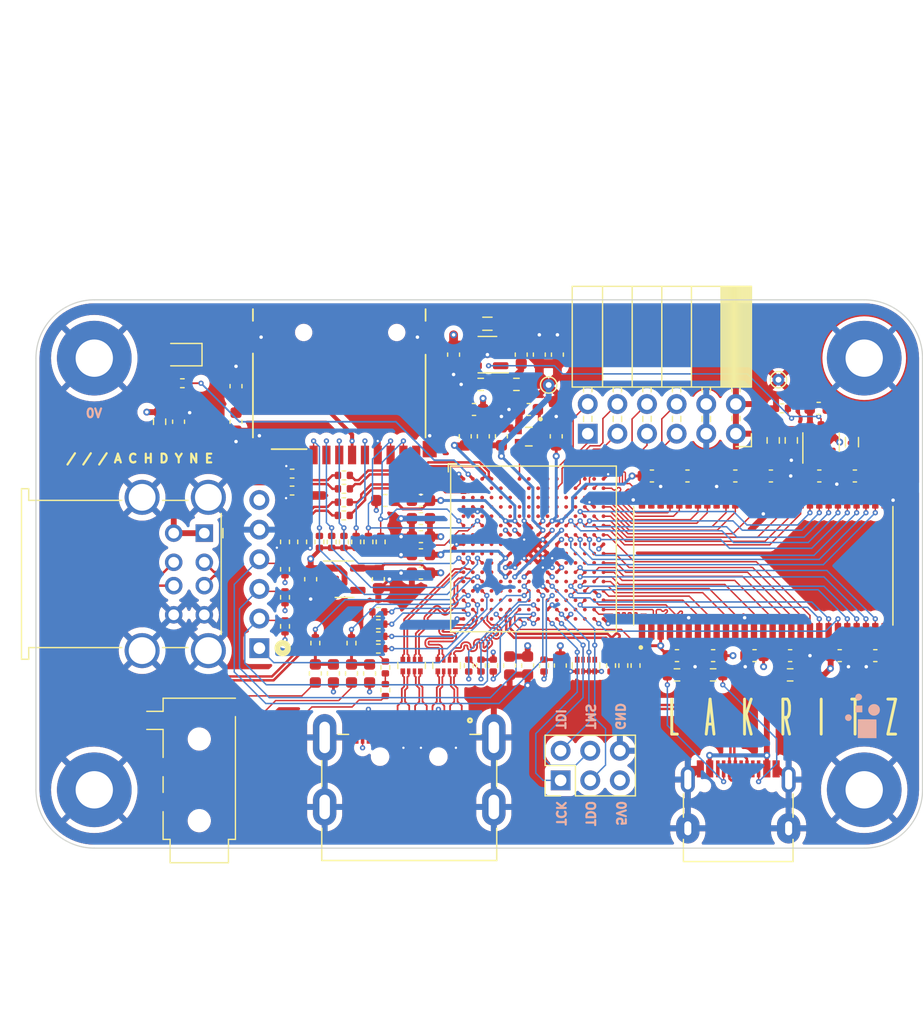
<source format=kicad_pcb>
(kicad_pcb (version 20240108) (generator "pcbnew") (generator_version "8.0")
  (layers (0 "F.Cu" signal) (1 "In1.Cu" signal) (2 "In2.Cu" signal) (31 "B.Cu" signal) (34 "B.Paste" user) (35 "F.Paste" user) (36 "B.SilkS" user "B.Silkscreen") (37 "F.SilkS" user "F.Silkscreen") (38 "B.Mask" user) (39 "F.Mask" user) (44 "Edge.Cuts" user))
  (net 0 "")
  (net 1 "GND")
  (net 2 "/PWR3V3")
  (net 3 "/PWR1V1")
  (net 4 "/PWR2V5")
  (net 5 "/PWR5V0")
  (net 6 "Net-(U5-FB)")
  (net 7 "Net-(U6-FB)")
  (net 8 "/LED_A")
  (net 9 "/PWR5V0UF")
  (net 11 "/USB0_CONN_DP")
  (net 12 "/USB0_CONN_DN")
  (net 14 "Net-(J1-CC1)")
  (net 15 "Net-(J1-CC2)")
  (net 16 "/USB1_CONN_DN")
  (net 17 "/USB1_CONN_DP")
  (net 18 "/UART_TX")
  (net 19 "/UART_RX")
  (net 20 "/SD_MOSI")
  (net 21 "/SD_SS")
  (net 22 "/SD_DAT2")
  (net 23 "/SD_SCK")
  (net 24 "/SD_DAT1")
  (net 25 "/SD_MISO")
  (net 26 "/JTAG_TCK")
  (net 27 "/JTAG_TDI")
  (net 28 "/JTAG_TDO")
  (net 29 "/JTAG_TMS")
  (net 30 "Net-(U5-SW)")
  (net 31 "Net-(U6-SW)")
  (net 32 "/CSPI_SS")
  (net 33 "/CSPI_MOSI")
  (net 34 "/CSPI_MISO")
  (net 35 "/CSPI_SCK")
  (net 36 "/PMOD_A7")
  (net 37 "/PMOD_A8")
  (net 38 "/PMOD_A2")
  (net 39 "/PMOD_A9")
  (net 40 "/PMOD_A3")
  (net 41 "/PMOD_A10")
  (net 42 "/PMOD_A4")
  (net 43 "/PMOD_A1")
  (net 44 "/CFG_1")
  (net 45 "/INITN")
  (net 46 "/PROGRAMN")
  (net 47 "/USB0_DP_PU")
  (net 48 "/USB0_DP")
  (net 49 "/USB0_DN")
  (net 50 "/RESET")
  (net 51 "/USB1_DP")
  (net 52 "/USB1_DN")
  (net 54 "/LED")
  (net 55 "/PWR1V1EN")
  (net 57 "/CLK48")
  (net 67 "/DRAM_DQ15")
  (net 68 "/DRAM_DQ12")
  (net 81 "/DRAM_DQ13")
  (net 82 "/DRAM_DQ14")
  (net 83 "/DRAM_DQ11")
  (net 96 "/DRAM_DQ10")
  (net 97 "/DRAM_DQ9")
  (net 111 "/DRAM_A12")
  (net 112 "/DRAM_DQ8")
  (net 113 "/DRAM_UDQM")
  (net 116 "/DRAM_A8")
  (net 117 "/DRAM_A9")
  (net 118 "/DRAM_A11")
  (net 119 "/DRAM_CKE")
  (net 120 "/DRAM_CLK")
  (net 125 "/DRAM_A4")
  (net 126 "/DRAM_A5")
  (net 127 "/DRAM_A6")
  (net 128 "/DRAM_A7")
  (net 129 "/DRAM_CS")
  (net 144 "/DRAM_RAS")
  (net 153 "/DRAM_CAS")
  (net 159 "/DRAM_A3")
  (net 160 "/DRAM_A2")
  (net 161 "/DRAM_WE")
  (net 162 "/DRAM_LDQM")
  (net 171 "/DRAM_A0")
  (net 172 "/DRAM_A1")
  (net 173 "/DRAM_DQ7")
  (net 174 "/DRAM_DQ6")
  (net 181 "/DRAM_BS1")
  (net 182 "/DRAM_DQ5")
  (net 183 "/DRAM_DQ4")
  (net 189 "/DONE")
  (net 192 "/DRAM_BS0")
  (net 193 "/DRAM_DQ3")
  (net 194 "/DRAM_DQ2")
  (net 197 "/DRAM_DQ0")
  (net 198 "/DRAM_DQ1")
  (net 199 "/DRAM_A10")
  (net 207 "Net-(J3-VBUS1)")
  (net 208 "/DVIC_D0_P")
  (net 209 "/DVIC_CK_N")
  (net 210 "/DVIC_D0_N")
  (net 211 "/DVIC_D2_P")
  (net 216 "/DVIC_D1_N")
  (net 217 "/DVIC_CK_P")
  (net 218 "/DVIC_D1_P")
  (net 219 "/DVIC_D2_N")
  (net 221 "/USB2_CONN_DN")
  (net 222 "/USB2_CONN_DP")
  (net 223 "/USB2_DP")
  (net 224 "/USB2_DN")
  (net 225 "/DVI_D2_P")
  (net 226 "/DVI_D2_N")
  (net 227 "/DVI_D1_P")
  (net 228 "/DVI_D1_N")
  (net 229 "/DVI_D0_P")
  (net 230 "/DVI_D0_N")
  (net 231 "/DVI_CK_P")
  (net 232 "/DVI_CK_N")
  (net 240 "Net-(C29-Pad1)")
  (net 241 "Net-(C30-Pad1)")
  (net 242 "/AUDIO_LC")
  (net 243 "/AUDIO_RC")
  (net 244 "/VIDEOC")
  (net 245 "Net-(R21-Pad2)")
  (net 246 "/VIDEO_D0")
  (net 247 "/VIDEO_D1")
  (net 248 "/VIDEO_D2")
  (net 249 "/VIDEO_D3")
  (net 250 "/AUDIO_L")
  (net 251 "/AUDIO_R")
  (net 252 "Net-(R33-Pad2)")
  (footprint "Capacitor_SMD:C_0603_1608Metric" (layer "F.Cu") (at 133 123.42)
    (property "Reference" "C5" (hide yes))
    (property "Value" "220nF")
  )
  (footprint "Capacitor_SMD:C_0603_1608Metric" (layer "F.Cu") (at 144.95 131.35 90)
    (property "Reference" "C28" (hide yes))
    (property "Value" "220nF")
  )
  (footprint "Resistor_SMD:R_0402_1005Metric" (layer "F.Cu") (at 123.95 129.425 -90)
    (property "Reference" "R28" (hide yes))
    (property "Value" "100R")
  )
  (footprint "Capacitor_SMD:C_0603_1608Metric" (layer "F.Cu") (at 129.35 123.95 -90)
    (property "Reference" "C39" (hide yes))
    (property "Value" "4.7uF")
  )
  (footprint "Resistor_SMD:R_0402_1005Metric" (layer "F.Cu") (at 149.3 131.35 90)
    (property "Reference" "R8" (hide yes))
    (property "Value" "22R")
  )
  (footprint "Capacitor_SMD:C_0603_1608Metric" (layer "F.Cu") (at 117.15 110.45 -90)
    (property "Reference" "C27" (hide yes))
    (property "Value" "100nF")
  )
  (footprint "Resistor_SMD:R_0402_1005Metric" (layer "F.Cu") (at 121.955 116.35 180)
    (property "Reference" "R15" (hide yes))
    (property "Value" "15K")
  )
  (footprint "LD-SDCARD:SDCARD" (layer "F.Cu") (at 126 102.8 180)
    (property "Reference" "J4" (hide yes))
    (property "Value" "MICROSD")
  )
  (footprint "LED_SMD:LED_0805_2012Metric" (layer "F.Cu") (at 112.55 104.7 180)
    (property "Reference" "D1" (hide yes))
    (property "Value" "LED")
  )
  (footprint "Resistor_SMD:R_0402_1005Metric" (layer "F.Cu") (at 121.96 114.9 180)
    (property "Reference" "R16" (hide yes))
    (property "Value" "15K")
  )
  (footprint "Connector_PinHeader_2.54mm:PinHeader_2x03_P2.54mm_Vertical" (layer "F.Cu") (at 144.975 141.19 90)
    (property "Reference" "JTAG1" (hide yes))
    (property "Value" "Conn_02x03_Top_Bottom")
  )
  (footprint "LD-CONNECTORS:USB_C_Receptacle_HRO_TYPE-C-31-M-12-BIG-PADS" (layer "F.Cu") (at 160.2 144.25)
    (property "Reference" "J1" (hide yes))
    (property "Value" "TYPE-C-31-M-12-FIXED")
  )
  (footprint "Resistor_SMD:R_0603_1608Metric" (layer "F.Cu") (at 158.05 132.15 180)
    (property "Reference" "R10" (hide yes))
    (property "Value" "5K1")
  )
  (footprint "Resistor_SMD:R_0603_1608Metric" (layer "F.Cu") (at 163.2 112.05 -90)
    (property "Reference" "R50" (hide yes))
    (property "Value" "200K")
  )
  (footprint "Capacitor_SMD:C_0603_1608Metric" (layer "F.Cu") (at 128.6 132.025 -90)
    (property "Reference" "C30" (hide yes))
    (property "Value" "100nF")
  )
  (footprint "Resistor_SMD:R_0603_1608Metric" (layer "F.Cu") (at 164.65 132.15 180)
    (property "Reference" "FB1" (hide yes))
    (property "Value" "Ferrite_Bead")
  )
  (footprint "Capacitor_SMD:C_0603_1608Metric" (layer "F.Cu") (at 139.9 111.7 -90)
    (property "Reference" "C15" (hide yes))
    (property "Value" "1uF")
  )
  (footprint "Resistor_SMD:R_0402_1005Metric" (layer "F.Cu") (at 128.5 120.75 90)
    (property "Reference" "R17" (hide yes))
    (property "Value" "20K")
  )
  (footprint "Capacitor_SMD:C_0603_1608Metric" (layer "F.Cu") (at 164.65 130.5 180)
    (property "Reference" "C24" (hide yes))
    (property "Value" "10uF")
  )
  (footprint "Capacitor_SMD:C_0603_1608Metric" (layer "F.Cu") (at 142.25 109.4 180)
    (property "Reference" "C32" (hide yes))
    (property "Value" "100nF")
  )
  (footprint "Resistor_SMD:R_0402_1005Metric" (layer "F.Cu") (at 126.4 120.75 90)
    (property "Reference" "R19" (hide yes))
    (property "Value" "20K")
  )
  (footprint "Capacitor_SMD:C_0603_1608Metric" (layer "F.Cu") (at 152.8 115.1 180)
    (property "Reference" "C8" (hide yes))
    (property "Value" "220nF")
  )
  (footprint "Resistor_SMD:R_0603_1608Metric" (layer "F.Cu") (at 141.1875 107.25 180)
    (property "Reference" "R48" (hide yes))
    (property "Value" "100K")
  )
  (footprint "Resistor_SMD:R_0402_1005Metric" (layer "F.Cu") (at 139.2 131.35 -90)
    (property "Reference" "R2" (hide yes))
    (property "Value" "4K7")
  )
  (footprint "Resistor_SMD:R_0402_1005Metric" (layer "F.Cu") (at 150.35 131.35 90)
    (property "Reference" "R7" (hide yes))
    (property "Value" "22R")
  )
  (footprint "Capacitor_SMD:C_0603_1608Metric" (layer "F.Cu") (at 135.8 104.7 -90)
    (property "Reference" "C33" (hide yes))
    (property "Value" "4.7uF")
  )
  (footprint "Resistor_SMD:R_0402_1005Metric" (layer "F.Cu") (at 121.35 123.1 90)
    (property "Reference" "R4" (hide yes))
    (property "Value" "1K")
  )
  (footprint "MountingHole:MountingHole_3.2mm_M3_Pad" (layer "F.Cu") (at 171 142)
    (property "Reference" "H4" (hide yes))
    (property "Value" "MountingHole_Pad")
  )
  (footprint "Capacitor_SMD:C_0603_1608Metric" (layer "F.Cu") (at 167.15 115.1)
    (property "Reference" "C34" (hide yes))
    (property "Value" "4.7uF")
  )
  (footprint "Resistor_SMD:R_Array_Convex_4x0402" (layer "F.Cu") (at 147.15 131.35 90)
    (property "Reference" "RN1" (hide yes))
    (property "Value" "4K7")
  )
  (footprint "Resistor_SMD:R_0402_1005Metric" (layer "F.Cu") (at 125.35 120.75 90)
    (property "Reference" "R20" (hide yes))
    (property "Value" "20K")
  )
  (footprint "Capacitor_SMD:C_0603_1608Metric" (layer "F.Cu") (at 112.225 110.45 90)
    (property "Reference" "C17" (hide yes))
    (property "Value" "4.7uF")
  )
  (footprint "Capacitor_SMD:C_0603_1608Metric" (layer "F.Cu") (at 141.6 104.7 -90)
    (property "Reference" "C37" (hide yes))
    (property "Value" "10pF")
  )
  (footprint "Capacitor_SMD:C_0603_1608Metric" (layer "F.Cu") (at 123.55 123.95 -90)
    (property "Reference" "C35" (hide yes))
    (property "Value" "4.7uF")
  )
  (footprint "LD-MEMORY:SOP80P1176X120-54N" (layer "F.Cu") (at 162.35 122.8 90)
    (property "Reference" "U2" (hide yes))
    (property "Value" "W9825G6KH-6")
  )
  (footprint "Resistor_SMD:R_Array_Convex_4x0402" (layer "F.Cu") (at 135.2 131.35 90)
    (property "Reference" "RN2" (hide yes))
    (property "Value" "270R")
  )
  (footprint "Resistor_SMD:R_Array_Convex_4x0402" (layer "F.Cu") (at 132.2 131.35 90)
    (property "Reference" "RN3" (hide yes))
    (property "Value" "270R")
  )
  (footprint "Capacitor_SMD:C_0603_1608Metric" (layer "F.Cu") (at 158.05 130.5)
    (property "Reference" "C19" (hide yes))
    (property "Value" "100nF")
  )
  (footprint "Capacitor_SMD:C_0603_1608Metric" (layer "F.Cu") (at 133 120.3)
    (property "Reference" "C13" (hide yes))
    (property "Value" "220nF")
  )
  (footprint "Capacitor_SMD:C_0603_1608Metric" (layer "F.Cu") (at 125.5 132.025 -90)
    (property "Reference" "C29" (hide yes))
    (property "Value" "100nF")
  )
  (footprint "Capacitor_SMD:C_0603_1608Metric" (layer "F.Cu") (at 133 121.85)
    (property "Reference" "C7" (hide yes))
    (property "Value" "220nF")
  )
  (footprint "Capacitor_SMD:C_0603_1608Metric" (layer "F.Cu") (at 154.95 130.5 180)
    (property "Reference" "C18" (hide yes))
    (property "Value" "100nF")
  )
  (footprint "Package_TO_SOT_SMD:SOT-23-6" (layer "F.Cu") (at 138.7 104.7 180)
    (property "Reference" "U5" (hide yes))
    (property "Value" "TLV62568DDC")
  )
  (footprint "Resistor_SMD:R_0402_1005Metric" (layer "F.Cu") (at 129.95 133.45 -90)
    (property "Reference" "R34" (hide yes))
    (property "Value" "33R")
  )
  (footprint "Resistor_SMD:R_0402_1005Metric" (layer "F.Cu") (at 143.55 131.35 -90)
    (property "Reference" "R1" (hide yes))
    (property "Value" "4K7")
  )
  (footprint "Resistor_SMD:R_0402_1005Metric" (layer "F.Cu") (at 121.35 127.99 90)
    (property "Reference" "R11" (hide yes))
    (property "Value" "10K")
  )
  (footprint "Capacitor_SMD:C_0603_1608Metric" (layer "F.Cu") (at 161.6 130.5)
    (property "Reference" "C20" (hide yes))
    (property "Value" "100nF")
  )
  (footprint "TestPoint:TestPoint_THTPad_D1.0mm_Drill0.5mm" (layer "F.Cu") (at 163.65 106.85)
    (property "Reference" "TP3" (hide yes))
    (property "Value" "TP_PWR3V3")
  )
  (footprint "Resistor_SMD:R_0402_1005Metric" (layer "F.Cu") (at 151.4 131.35 -90)
    (property "Reference" "R6" (hide yes))
    (property "Value" "1K5")
  )
  (footprint "Connector_USB:USB_A_Wuerth_61400826021_Horizontal_Stacked" (layer "F.Cu") (at 114.43 120 -90)
    (property "Reference" "J3" (hide yes))
    (property "Value" "USB_A_Stacked")
  )
  (footprint "Capacitor_SMD:C_0603_1608Metric" (layer "F.Cu") (at 133 118.75)
    (property "Reference" "C3" (hide yes))
    (property "Value" "1uF")
  )
  (footprint "Resistor_SMD:R_0402_1005Metric" (layer "F.Cu") (at 138.15 131.35 -90)
    (property "Reference" "R3" (hide yes))
    (property "Value" "4K7")
  )
  (footprint "ld-modules:MMOD_Host_Socket_Vertical" (layer "F.Cu") (at 119.15 118.06)
    (property "Reference" "MMOD1" (hide yes))
    (property "Value" "PMOD-Device-x1-Type-2-SPI")
  )
  (footprint "Resistor_SMD:R_0603_1608Metric" (layer "F.Cu") (at 110.6 110.45 -90)
    (property "Reference" "FB2" (hide yes))
    (property "Value" "Ferrite_Bead")
  )
  (footprint "Capacitor_SMD:C_0603_1608Metric" (layer "F.Cu") (at 140.6 131.35 90)
    (property "Reference" "C14" (hide yes))
    (property "Value" "1uF")
  )
  (footprint "Capacitor_SMD:C_0603_1608Metric" (layer "F.Cu") (at 168.9 130.5)
    (property "Reference" "C16" (hide yes))
    (property "Value" "4.7uF")
  )
  (footprint "Capacitor_SMD:C_0603_1608Metric" (layer "F.Cu") (at 144.7 104.7 90)
    (property "Reference" "C4" (hide yes))
    (property "Value" "22uF")
  )
  (footprint "Package_TO_SOT_SMD:SOT-23-6" (layer "F.Cu") (at 167.3 112.2 90)
    (property "Reference" "U6" (hide yes))
    (property "Value" "TLV62568DDC")
  )
  (footprint "LD-CRYSTALS:OSC_KC2016Z13.5600C1KX00" (layer "F.Cu") (at 142.25 111.725 -90)
    (property "Reference" "Y1" (hide yes))
    (property "Value" "KC2016Z48")
  )
  (footprint "Capacitor_SMD:C_0603_1608Metric" (layer "F.Cu") (at 144.6 111.7 -90)
    (property "Reference" "C10" (hide yes))
    (property "Value" "220nF")
  )
  (footprint "Resistor_SMD:R_0402_1005Metric" (layer "F.Cu") (at 129.95 131.51 -90)
    (property "Reference" "R33" (hide yes))
    (property "Value" "100R")
  )
  (footprint "Capacitor_SMD:C_0603_1608Metric" (layer "F.Cu") (at 129.95 117.2)
    (property "Reference" "C12" (hide yes))
    (property "Value" "1uF")
  )
  (footprint "Capacitor_SMD:C_0603_1608Metric" (layer "F.Cu") (at 137.55 109.4)
    (property "Reference" "C9" (hide yes))
    (property "Value" "1uF")
  )
  (footprint "Resistor_SMD:R_0402_1005Metric" (layer "F.Cu") (at 126.4 116.2)
    (property "Reference" "R13" (hide yes))
    (property "Value" "22R")
  )
  (footprint "Connector_Audio:Jack_3.5mm_PJ320D_Horizontal" (layer "F.Cu") (at 114 139.875 90)
    (property "Reference" "J5" (hide yes))
    (property "Value" "AudioJack4")
  )
  (footprint "LD-PMOD:PMOD_2x06_HOST" (layer "F.Cu") (at 160 111.475 -90)
    (property "Reference" "PMOD1" (hide yes))
    (property "Value" "PMOD-Device-x2-Type-1A-GPIO")
  )
  (footprint "Capacitor_SMD:C_0603_1608Metric" (layer "F.Cu") (at 143.15 104.7 90)
    (property "Reference" "C41" (hide yes))
    (property "Value" "22uF")
  )
  (footprint "Capacitor_SMD:C_0603_1608Metric" (layer "F.Cu") (at 127.05 132.025 -90)
    (property "Reference" "C36" (hide yes))
    (property "Value" "10uF")
  )
  (footprint "Resistor_SMD:R_0402_1005Metric" (layer "F.Cu") (at 129.55 120.75 90)
    (property "Reference" "R22" (hide yes))
    (property "Value" "20K")
  )
  (footprint "Resistor_SMD:R_0603_1608Metric" (layer "F.Cu") (at 154.95 132.15)
    (property "Reference" "R5" (hide yes))
    (property "Value" "5K1")
  )
  (footprint "Resistor_SMD:R_0402_1005Metric" (layer "F.Cu") (at 129.35 127.8 180)
    (property "Reference" "R24" (hide yes))
    (property "Value" "536R")
  )
  (footprint "Inductor_SMD:L_0805_2012Metric" (layer "F.Cu") (at 169.95 112.2 90)
    (property "Reference" "L2" (hide yes))
    (property "Value" "INDUCTOR")
  )
  (footprint "Resistor_SMD:R_0402_1005Metric" (layer "F.Cu") (at 129.35 129.9 180)
    (property "Reference" "R27" (hide yes))
    (property "Value" "2K2")
  )
  (footprint "Resistor_SMD:R_0402_1005Metric" (layer "F.Cu") (at 129.35 126.75 180)
    (property "Reference" "R21" (hide yes))
    (property "Value" "270R")
  )
  (footprint "Resistor_SMD:R_0402_1005Metric" (layer "F.Cu") (at 124.3 120.75 90)
    (property "Reference" "R23" (hide yes))
    (property "Value" "20K")
  )
  (footprint "Resistor_SMD:R_0402_1005Metric" (layer "F.Cu") (at 127.45 120.75 90)
    (property "Reference" "R18" (hide yes))
    (property "Value" "20K")
  )
  (footprint "Resistor_SMD:R_0402_1005Metric" (layer "F.Cu") (at 126.4 115.05)
    (property "Reference" "R14" (hide yes))
    (property "Value" "22R")
  )
  (footprint "LD-HDMI:HDMI_TE_1827059-3-FIXED" (layer "F.Cu") (at 132 141.75)
    (property "Reference" "J2" (hide yes))
    (property "Value" "DDMI_A")
  )
  (footprint "Resistor_SMD:R_0402_1005Metric" (layer "F.Cu") (at 121.35 125.5 90)
    (property "Reference" "R12" (hide yes))
    (property "Value" "10K")
  )
  (footprint "Resistor_SMD:R_0402_1005Metric" (layer "F.Cu") (at 112.55 107.15 180)
    (property "Reference" "R42" (hide yes))
    (property "Value" "536R")
  )
  (footprint "TestPoint:TestPoint_THTPad_D1.0mm_Drill0.5mm" (layer "F.Cu") (at 143.95 107.3 180)
    (property "Reference" "TP2" (hide yes))
    (property "Value" "TP_PWR1V1")
  )
  (footprint "Resistor_SMD:R_0402_1005Metric" (layer "F.Cu") (at 126.39 117.35)
    (property "Reference" "R30" (hide yes))
    (property "Value" "22R")
  )
  (footprint "MountingHole:MountingHole_3.2mm_M3_Pad" (layer "F.Cu") (at 105 142)
    (property "Reference" "H3" (hide yes))
    (property "Value" "MountingHole_Pad")
  )
  (footprint "MountingHole:MountingHole_3.2mm_M3_Pad" (layer "F.Cu") (at 171 105)
    (property "Reference" "H2" (hide yes))
    (property "Value" "MountingHole_Pad")
  )
  (footprint "Resistor_SMD:R_0603_1608Metric" (layer "F.Cu") (at 164.75 112.05 -90)
    (property "Reference" "R51" (hide yes))
    (property "Value" "44K2")
  )
  (footprint "Resistor_SMD:R_0402_1005Metric" (layer "F.Cu") (at 121.35 120.75 -90)
    (property "Reference" "R25" (hide yes))
    (property "Value" "15K")
  )
  (footprint "Inductor_SMD:L_0805_2012Metric" (layer "F.Cu") (at 138.7 102.05)
    (property "Reference" "L1" (hide yes))
    (property "Value" "INDUCTOR")
  )
  (footprint "Resistor_SMD:R_0402_1005Metric" (layer "F.Cu") (at 127.05 129.425 -90)
    (property "Reference" "R32" (hide yes))
    (property "Value" "100R")
  )
  (footprint "Capacitor_SMD:C_0603_1608Metric" (layer "F.Cu") (at 171.95 130.5)
    (property "Reference" "C21" (hide yes))
    (property "Value" "100nF")
  )
  (footprint "Capacitor_SMD:C_0603_1608Metric" (layer "F.Cu") (at 117.15 107.4 90)
    (property "Reference" "C26" (hide yes))
    (property "Value" "10uF")
  )
  (footprint "Capacitor_SMD:C_0603_1608Metric" (layer "F.Cu") (at 138.35 111.7 -90)
    (property "Reference" "C11" (hide yes))
    (property "Value" "220nF")
  )
  (footprint "Resistor_SMD:R_0402_1005Metric" (layer "F.Cu") (at 126.39 118.48)
    (property "Reference" "R31" (hide yes))
    (property "Value" "22R")
  )
  (footprint "Package_TO_SOT_SMD:SOT-23-5" (layer "F.Cu") (at 126.45 123.95)
    (property "Reference" "U7" (hide yes))
    (property "Value" "TLV73325PDBV")
  )
  (footprint "MountingHole:MountingHole_3.2mm_M3_Pad" (layer "F.Cu") (at 105 105)
    (property "Reference" "H1" (hide yes))
    (property "Value" "MountingHole_Pad")
  )
  (footprint "Capacitor_SMD:C_0603_1608Metric" (layer "F.Cu") (at 123.95 132.025 -90)
    (property "Reference" "C31" (hide yes))
    (property "Value" "10uF")
  )
  (footprint "Capacitor_SMD:C_0603_1608Metric" (layer "F.Cu") (at 163 115.1 180)
    (property "Reference" "C25" (hide yes))
    (property "Value" "10uF")
  )
  (footprint "Resistor_SMD:R_0402_1005Metric" (layer "F.Cu") (at 129.35 128.85 180)
    (property "Reference" "R26" (hide yes))
    (property "Value" "1K")
  )
  (footprint "Capacitor_SMD:C_0603_1608Metric" (layer "F.Cu") (at 133 117.2)
    (property "Reference" "C1" (hide yes))
    (property "Value" "220nF")
  )
  (footprint "Resistor_SMD:R_0603_1608Metric" (layer "F.Cu") (at 138.125 107.25 180)
    (property "Reference" "R49" (hide yes))
    (property "Value" "120K")
  )
  (footprint "Capacitor_SMD:C_0603_1608Metric" (layer "F.Cu") (at 170.2 115.1 180)
    (property "Reference" "C42" (hide yes))
    (property "Value" "10uF")
  )
  (footprint "Capacitor_SMD:C_0603_1608Metric" (layer "F.Cu") (at 136.8 111.7 -90)
    (property "Reference" "C2" (hide yes))
    (property "Value" "220nF")
  )
  (footprint "Resistor_SMD:R_0402_1005Metric" (layer "F.Cu") (at 163.95 109.3)
    (property "Reference" "R47" (hide yes))
    (property "Value" "1K5")
  )
  (footprint "Capacitor_SMD:C_0603_1608Metric" (layer "F.Cu") (at 159.95 115.1)
    (property "Reference" "C23" (hide yes))
    (property "Value" "100nF")
  )
  (footprint "Capacitor_SMD:C_0603_1608Metric" (layer "F.Cu") (at 155.85 115.1)
    (property "Reference" "C22" (hide yes))
    (property "Value" "100nF")
  )
  (footprint "Capacitor_SMD:C_0603_1608Metric" (layer "F.Cu") (at 167.1 109.3 180)
    (property "Reference" "C38" (hide yes))
    (property "Value" "10pF")
  )
  (footprint "Capacitor_SMD:C_0603_1608Metric" (layer "F.Cu") (at 142.15 131.35 90)
    (property "Reference" "C6" (hide yes))
    (property "Value" "220nF")
  )
  (footprint "Resistor_SMD:R_0402_1005Metric" (layer "F.Cu") (at 137.1 131.35 90)
    (property "Reference" "R9" (hide yes))
    (property "Value" "51R")
  )
  (footprint "Resistor_SMD:R_0402_1005Metric" (layer "F.Cu") (at 122.82 120.75 -90)
    (property "Reference" "R29" (hide yes))
    (property "Value" "15K")
  )
  (footprint "Package_BGA:BGA-256_14.0x14.0mm_Layout16x16_P0.8mm_Ball0.45mm_Pad0.32mm_NSMD" (layer "F.Cu") (at 142.65 121.35)
    (property "Reference" "U1" (hide yes))
    (property "Value" "Lattice_ECP_FPGA_ECP5U_45_CABGA256")
  )
  (footprint "LD-LOGO:ld-kicad" (layer "B.Cu") (at 171 135.725 180)
    (property "Reference" "G***" (hide yes))
    (property "Value" "LOGO")
  )
  (gr_line (start 176 105) (end 176 142) (stroke (width 0.1)) (layer "Edge.Cuts"))
  (gr_arc (start 176 142) (mid 174.535534 145.535534) (end 171 147) (stroke (width 0.1)) (layer "Edge.Cuts"))
  (gr_arc (start 171 100) (mid 174.535534 101.464466) (end 176 105) (stroke (width 0.1)) (layer "Edge.Cuts"))
  (gr_line (start 171 147) (end 105 147) (stroke (width 0.1)) (layer "Edge.Cuts"))
  (gr_line (start 100 142) (end 100 105) (stroke (width 0.1)) (layer "Edge.Cuts"))
  (gr_arc (start 100 105) (mid 101.464466 101.464466) (end 105 100) (stroke (width 0.1)) (layer "Edge.Cuts"))
  (gr_arc (start 105 147) (mid 101.464466 145.535534) (end 100 142) (stroke (width 0.1)) (layer "Edge.Cuts"))
  (gr_line (start 105 100) (end 171 100) (stroke (width 0.1)) (layer "Edge.Cuts"))
  (gr_text "5V0" (at 150.15 144.015 270) (layer "B.SilkS") (effects (font (size 0.75 0.75) (thickness 0.1875) (bold yes)) (justify mirror)))
  (gr_text "GND" (at 150.075 135.715 270) (layer "B.SilkS") (effects (font (size 0.75 0.75) (thickness 0.1875) (bold yes)) (justify mirror)))
  (gr_text "TCK" (at 145 144.015 270) (layer "B.SilkS") (effects (font (size 0.75 0.75) (thickness 0.1875) (bold yes)) (justify mirror)))
  (gr_text "V0" (at 104.975 109.725 0) (layer "B.SilkS") (effects (font (size 0.75 0.75) (thickness 0.1875)) (justify mirror)))
  (gr_text "TDO" (at 147.525 144.04 270) (layer "B.SilkS") (effects (font (size 0.75 0.75) (thickness 0.1875) (bold yes)) (justify mirror)))
  (gr_text "TDI" (at 144.975 135.94 -90) (layer "B.SilkS") (effects (font (size 0.75 0.75) (thickness 0.1875) (bold yes)) (justify mirror)))
  (gr_text "TMS" (at 147.525 135.715 270) (layer "B.SilkS") (effects (font (size 0.75 0.75) (thickness 0.1875) (bold yes)) (justify mirror)))
  (gr_text "/ / / A C H D Y N E" (at 108.9 113.6 0) (layer "F.SilkS") (effects (font (size 0.75 0.75) (thickness 0.1875) (bold yes))))
  (gr_text "L   A   K   R   I   T   Z" (at 164.05 135.85 0) (layer "F.SilkS") (effects (font (size 3 1) (thickness 0.25) (bold yes))))
  (segment (start 133 136.75) (end 133 138.4) (width 0.125) (layer "F.Cu") (net 1))
  (segment (start 155.95 128.42) (end 155.95 127.25) (width 0.25) (layer "F.Cu") (net 1))
  (segment (start 143.85 126.55) (end 144.25 126.15) (width 0.25) (layer "F.Cu") (net 1))
  (segment (start 132.5 117.2) (end 133 116.7) (width 0.25) (layer "F.Cu") (net 1))
  (segment (start 125.5 132.8) (end 125.5 133.6) (width 0.25) (layer "F.Cu") (net 1))
  (segment (start 112.225 109.675) (end 113.175 109.675) (width 0.5) (layer "F.Cu") (net 1))
  (segment (start 156.95 140.205) (end 156.795 140.205) (width 0.5) (layer "F.Cu") (net 1))
  (segment (start 117.15 112.15) (end 117.15 111.225) (width 0.5) (layer "F.Cu") (net 1))
  (segment (start 142.25 120.15) (end 141.85 120.55) (width 0.25) (layer "F.Cu") (net 1))
  (segment (start 160.75 128.42) (end 160.75 130.425) (width 0.25) (layer "F.Cu") (net 1))
  (segment (start 136.775 109.4) (end 136.775 107.575) (width 0.75) (layer "F.Cu") (net 1))
  (segment (start 129.3 113.3) (end 129.3 112.1) (width 0.25) (layer "F.Cu") (net 1))
  (segment (start 160.75 130.425) (end 160.825 130.5) (width 0.25) (layer "F.Cu") (net 1))
  (segment (start 141.35 109.525) (end 141.475 109.4) (width 0.5) (layer "F.Cu") (net 1))
  (segment (start 143.85 120.15) (end 144.25 119.75) (width 0.25) (layer "F.Cu") (net 1))
  (segment (start 143.85 120.15) (end 143.45 120.55) (width 0.25) (layer "F.Cu") (net 1))
  (segment (start 151.92 117.15) (end 151.95 117.18) (width 0.25) (layer "F.Cu") (net 1))
  (segment (start 121.45 114.9) (end 121.45 114.26) (width 0.25) (layer "F.Cu") (net 1))
  (segment (start 132.225 123.42) (end 131.3 123.42) (width 0.5) (layer "F.Cu") (net 1))
  (segment (start 153.575 115.1) (end 155.075 115.1) (width 0.25) (layer "F.Cu") (net 1))
  (segment (start 136.775 110.9) (end 136.8 110.925) (width 0.5) (layer "F.Cu") (net 1))
  (segment (start 166.35 130.5) (end 165.425 130.5) (width 0.25) (layer "F.Cu") (net 1))
  (segment (start 151.2 117.15) (end 151.92 117.15) (width 0.25) (layer "F.Cu") (net 1))
  (segment (start 144.7 103.925) (end 144.7 103) (width 0.75) (layer "F.Cu") (net 1))
  (segment (start 160.825 131.425) (end 160.8 131.45) (width 0.25) (layer "F.Cu") (net 1))
  (segment (start 141.35 111.125) (end 141.35 109.525) (width 0.5) (layer "F.Cu") (net 1))
  (segment (start 140.65 122.55) (end 140.25 122.95) (width 0.25) (layer "F.Cu") (net 1))
  (segment (start 121.35 121.26) (end 120.66 121.26) (width 0.25) (layer "F.Cu") (net 1))
  (segment (start 155.725 130.675) (end 156.5 131.45) (width 0.25) (layer "F.Cu") (net 1))
  (segment (start 164.7 115.1) (end 163.775 115.1) (width 0.5) (layer "F.Cu") (net 1))
  (segment (start 128.6 132.8) (end 128.6 133.6) (width 0.25) (layer "F.Cu") (net 1))
  (segment (start 169.675 131.425) (end 169.65 131.45) (width 0.5) (layer "F.Cu") (net 1))
  (segment (start 156.525 131.45) (end 157.225 132.15) (width 0.25) (layer "F.Cu") (net 1))
  (segment (start 121.445 116.35) (end 121.445 116.995) (width 0.25) (layer "F.Cu") (net 1))
  (segment (start 123.485 121.26) (end 123.5 121.275) (width 0.25) (layer "F.Cu") (net 1))
  (segment (start 134.5 136.75) (end 134.5 135.1) (width 0.125) (layer "F.Cu") (net 1))
  (segment (start 169.35 115.1) (end 168.65 115.8) (width 0.5) (layer "F.Cu") (net 1))
  (segment (start 162.35 117.18) (end 162.35 116.525) (width 0.25) (layer "F.Cu") (net 1))
  (segment (start 156.475 131.45) (end 155.775 132.15) (width 0.25) (layer "F.Cu") (net 1))
  (segment (start 145.45 127.35) (end 145.85 126.95) (width 0.25) (layer "F.Cu") (net 1))
  (segment (start 129.525 124.725) (end 130.3 123.95) (width 0.25) (layer "F.Cu") (net 1))
  (segment (start 156.5 131.45) (end 156.475 131.45) (width 0.25) (layer "F.Cu") (net 1))
  (segment (start 143.05 121.75) (end 143.45 122.15) (width 0.25) (layer "F.Cu") (net 1))
  (segment (start 128.5 136.75) (end 128.5 135.1) (width 0.125) (layer "F.Cu") (net 1))
  (segment (start 120.66 121.26) (end 120.65 121.25) (width 0.25) (layer "F.Cu") (net 1))
  (segment (start 155.95 128.42) (end 155.95 130.275) (width 0.25) (layer "F.Cu") (net 1))
  (segment (start 153.55 117.18) (end 153.55 116) (width 0.25) (layer "F.Cu") (net 1))
  (segment (start 155.95 130.275) (end 155.725 130.5) (width 0.25) (layer "F.Cu") (net 1))
  (segment (start 138.35 110.925) (end 136.8 110.925) (width 0.5) (layer "F.Cu") (net 1))
  (segment (start 139.9 110.925) (end 138.35 110.925) (width 0.5) (layer "F.Cu") (net 1))
  (segment (start 137.45 117.75) (end 137.85 118.15) (width 0.25) (layer "F.Cu") (net 1))
  (segment (start 140.55 109.4) (end 140.5 109.4) (width 0.75) (layer "F.Cu") (net 1))
  (segment (start 163.45 140.205) (end 163.605 140.205) (width 0.5) (layer "F.Cu") (net 1))
  (segment (start 157.275 130.675) (end 156.5 131.45) (width 0.25) (layer "F.Cu") (net 1))
  (segment (start 142.15 132.125) (end 142.15 133.05) (width 0.5) (layer "F.Cu") (net 1))
  (segment (start 160.825 130.5) (end 160.825 131.425) (width 0.25) (layer "F.Cu") (net 1))
  (segment (start 139.85 127.35) (end 139.45 126.95) (width 0.125) (layer "F.Cu") (net 1))
  (segment (start 147.85 117.75) (end 147.45 117.35) (width 0.25) (layer "F.Cu") (net 1))
  (segment (start 142.15 132.125) (end 140.6 132.125) (width 0.5) (layer "F.Cu") (net 1))
  (segment (start 160.75 128.42) (end 160.75 127.25) (width 0.25) (layer "F.Cu") (net 1))
  (segment (start 136 136.75) (end 136 138.4) (width 0.125) (layer "F.Cu") (net 1))
  (segment (start 143.15 103.925) (end 143.15 103) (width 0.75) (layer "F.Cu") (net 1))
  (segment (start 164.75 112.875) (end 164.75 113.75) (width 0.5) (layer "F.Cu") (net 1))
  (segment (start 156.5 131.45) (end 156.525 131.45) (width 0.25) (layer "F.Cu") (net 1))
  (segment (start 121.45 114.26) (end 121.46 114.25) (width 0.25) (layer "F.Cu") (net 1))
  (segment (start 129.35 124.725) (end 129.525 124.725) (width 0.25) (layer "F.Cu") (net 1))
  (segment (start 145.825 131.85) (end 146.4 131.85) (width 0.25) (layer "F.Cu") (net 1))
  (segment (start 158.35 116) (end 158.35 115.925) (width 0.25) (layer "F.Cu") (net 1))
  (segment (start 167.3 113.3375) (end 167.3 114.475) (width 0.5) (layer "F.Cu") (net 1))
  (segment (start 142.25 120.95) (end 141.85 120.55) (width 0.25) (layer "F.Cu") (net 1))
  (segment (start 155.725 130.5) (end 155.725 130.675) (width 0.25) (layer "F.Cu") (net 1))
  (segment (start 167.925 115.1) (end 167.95 115.1) (width 0.5) (layer "F.Cu") (net 1))
  (segment (start 141.45 122.55) (end 141.05 122.95) (width 0.25) (layer "F.Cu") (net 1))
  (segment (start 144.6 110.925) (end 144.6 110) (width 0.25) (layer "F.Cu") (net 1))
  (segment (start 132.225 121.85) (end 131.3 121.85) (width 0.5) (layer "F.Cu") (net 1))
  (segment (start 132.225 117.2) (end 132.5 117.2) (width 0.25) (layer "F.Cu") (net 1))
  (segment (start 167.3 114.475) (end 167.925 115.1) (width 0.5) (layer "F.Cu") (net 1))
  (segment (start 136.775 109.4) (end 136.775 110.9) (width 0.5) (layer "F.Cu") (net 1))
  (segment (start 167.95 115.1) (end 168.65 115.8) (width 0.5) (layer "F.Cu") (net 1))
  (segment (start 132.225 120.3) (end 131.3 120.3) (width 0.5) (layer "F.Cu") (net 1))
  (segment (start 136.775 107.575) (end 136.45 107.25) (width 0.75) (layer "F.Cu") (net 1))
  (segment (start 125.3125 123.95) (end 124.325 123.95) (width 0.5) (layer "F.Cu") (net 1))
  (segment (start 117.15 105.7) (end 117.15 106.625) (width 0.25) (layer "F.Cu") (net 1))
  (segment (start 135.8 106.6) (end 136.45 107.25) (width 0.75) (layer "F.Cu") (net 1))
  (segment (start 148.65 127.35) (end 149.05 127.75) (width 0.25) (layer "F.Cu") (net 1))
  (segment (start 169.425 115.1) (end 169.35 115.1) (width 0.5) (layer "F.Cu") (net 1))
  (segment (start 143.05 122.55) (end 143.45 122.95) (width 0.25) (layer "F.Cu") (net 1))
  (segment (start 135.8 106.4) (end 135.8 106.6) (width 0.75) (layer "F.Cu") (net 1))
  (segment (start 162.35 116.525) (end 163.775 115.1) (width 0.25) (layer "F.Cu") (net 1))
  (segment (start 169.675 130.5) (end 171.175 130.5) (width 0.5) (layer "F.Cu") (net 1))
  (segment (start 141.475 109.4) (end 140.55 109.4) (width 0.75) (layer "F.Cu") (net 1))
  (segment (start 162.35 117.18) (end 162.35 118.35) (width 0.25) (layer "F.Cu") (net 1))
  (segment (start 172.75 117.18) (end 173.47 117.18) (width 0.25) (layer "F.Cu") (net 1))
  (segment (start 118.25 103.2) (end 119.3 103.2) (width 0.5) (layer "F.Cu") (net 1))
  (segment (start 140.5 109.4) (end 139.9 110) (width 0.75) (layer "F.Cu") (net 1))
  (segment (start 156.795 140.205) (end 155.88 141.12) (width 0.5) (layer "F.Cu") (net 1))
  (segment (start 143.05 120.95) (end 143.45 120.55) (width 0.25) (layer "F.Cu") (net 1))
  (segment (start 142.25 121.75) (end 141.85 122.15) (width 0.25) (layer "F.Cu") (net 1))
  (segment (start 143.85 120.95) (end 143.45 120.55) (width 0.25) (layer "F.Cu") (net 1))
  (segment (start 171.175 130.5) (end 171.175 131.45) (width 0.5) (layer "F.Cu") (net 1))
  (segment (start 153.575 115.975) (end 153.55 116) (width 0.25) (layer "F.Cu") (net 1))
  (segment (start 173.47 117.18) (end 173.475 117.175) (width 0.25) (layer "F.Cu") (net 1))
  (segment (start 124.325 123.95) (end 123.55 124.725) (width 0.5) (layer "F.Cu") (net 1))
  (segment (start 139.8375 104.7) (end 138.7 104.7) (width 0.5) (layer "F.Cu") (net 1))
  (segment (start 142.25 121.75) (end 143.05 120.95) (width 0.25) (layer "F.Cu") (net 1))
  (segment (start 139.9 110.925) (end 139.9 110) (width 0.75) (layer "F.Cu") (net 1))
  (segment (start 121.445 116.995) (end 121.44 117) (width 0.25) (layer "F.Cu") (net 1))
  (segment (start 131.5 136.75) (end 131.5 138.4) (width 0.125) (layer "F.Cu") (net 1))
  (segment (start 153.575 115.1) (end 153.575 115.975) (width 0.25) (layer "F.Cu") (net 1))
  (segment (start 123.55 124.725) (end 123.55 125.65) (width 0.5) (layer "F.Cu") (net 1))
  (segment (start 136.65 120.95) (end 136.05 120.95) (width 0.25) (layer "F.Cu") (net 1))
  (segment (start 157.275 130.5) (end 157.275 130.675) (width 0.25) (layer "F.Cu") (net 1))
  (segment (start 119.15 112.8) (end 119.15 111.65) (width 0.5) (layer "F.Cu") (net 1))
  (segment (start 148.65 120.95) (end 148.25 121.35) (width 0.25) (layer "F.Cu") (net 1))
  (segment (start 133.75 112.8) (end 133.75 111.65) (width 0.5) (layer "F.Cu") (net 1))
  (segment (start 143.85 124.95) (end 143.45 124.55) (width 0.25) (layer "F.Cu") (net 1))
  (segment (start 142.25 119.35) (end 141.85 118.95) (width 0.25) (layer "F.Cu") (net 1))
  (segment (start 137.45 124.95) (end 137.85 124.55) (width 0.25) (layer "F.Cu") (net 1))
  (segment (start 137.3 107.25) (end 136.45 107.25) (width 0.5) (layer "F.Cu") (net 1))
  (segment (start 133.75 103.2) (end 132.7 103.2) (width 0.5) (layer "F.Cu") (net 1))
  (segment (start 143.05 121.75) (end 142.25 122.55) (width 0.25) (layer "F.Cu") (net 1))
  (segment (start 143.85 121.75) (end 144.25 122.15) (width 0.25) (layer "F.Cu") (net 1))
  (segment (start 142.25 121.75) (end 143.05 122.55) (width 0.25) (layer "F.Cu") (net 1))
  (segment (start 129.175 117.2) (end 129.175 118.05) (width 0.25) (layer "F.Cu") (net 1))
  (segment (start 158.35 116) (end 158.35 117.18) (width 0.25) (layer "F.Cu") (net 1))
  (segment (start 169.675 130.5) (end 169.675 131.425) (width 0.5) (layer "F.Cu") (net 1))
  (segment (start 158.35 115.925) (end 159.175 115.1) (width 0.25) (layer "F.Cu") (net 1))
  (segment (start 147.85 124.95) (end 148.25 125.35) (width 0.25) (layer "F.Cu") (net 1))
  (segment (start 143.05 119.35) (end 143.45 118.95) (width 0.25) (layer "F.Cu") (net 1))
  (segment (start 132.225 118.75) (end 131.3 118.75) (width 0.5) (layer "F.Cu") (net 1))
  (segment (start 148.65 115.35) (end 149.05 114.95) (width 0.25) (layer "F.Cu") (net 1))
  (segment (start 143.85 122.55) (end 144.25 122.95) (width 0.25) (layer "F.Cu") (net 1))
  (segment (start 136.65 127.35) (end 136.1 127.35) (width 0.25) (layer "F.Cu") (net 1))
  (segment (start 163.605 140.205) (end 164.52 141.12) (width 0.5) (layer "F.Cu") (net 1))
  (segment (start 122.82 121.26) (end 123.485 121.26) (width 0.25) (layer "F.Cu") (net 1))
  (segment (start 135.8 105.475) (end 135.8 106.4) (width 0.75) (layer "F.Cu") (net 1))
  (segment (start 136.65 115.35) (end 136.25 114.95) (width 0.25) (layer "F.Cu") (net 1))
  (segment (start 142.25 120.95) (end 143.05 121.75) (width 0.25) (layer "F.Cu") (net 1))
  (via (at 148.25 125.35) (size 0.45) (drill 0.2) (layers "F.Cu" "B.Cu") (net 1))
  (via (at 113.175 109.675) (size 0.6) (drill 0.3) (layers "F.Cu" "B.Cu") (net 1))
  (via (at 164.75 113.75) (size 0.6) (drill 0.3) (layers "F.Cu" "B.Cu") (net 1))
  (via (at 129.175 118.05) (size 0.45) (drill 0.2) (layers "F.Cu" "B.Cu") (net 1))
  (via (at 137.85 118.15) (size 0.45) (drill 0.2) (layers "F.Cu" "B.Cu") (net 1))
  (via (at 160.8 131.45) (size 0.6) (drill 0.3) (layers "F.Cu" "B.Cu") (net 1))
  (via (at 143.45 124.55) (size 0.45) (drill 0.2) (layers "F.Cu" "B.Cu") (net 1))
  (via (at 123.55 125.65) (size 0.6) (drill 0.3) (layers "F.Cu" "B.Cu") (net 1))
  (via (at 121.46 114.25) (size 0.45) (drill 0.2) (layers "F.Cu" "B.Cu") (net 1))
  (via (at 125.5 133.6) (size 0.45) (drill 0.2) (layers "F.Cu" "B.Cu") (net 1))
  (via (at 143.45 122.15) (size 0.45) (drill 0.2) (layers "F.Cu" "B.Cu") (net 1))
  (via (at 153.55 116) (size 0.6) (drill 0.3) (layers "F.Cu" "B.Cu") (net 1))
  (via (at 137.85 124.55) (size 0.45) (drill 0.2) (layers "F.Cu" "B.Cu") (net 1))
  (via (at 147.45 117.35) (size 0.45) (drill 0.2) (layers "F.Cu" "B.Cu") (net 1))
  (via (at 164.7 115.1) (size 0.6) (drill 0.3) (layers "F.Cu" "B.Cu") (net 1))
  (via (at 133 116.7) (size 0.45) (drill 0.2) (layers "F.Cu" "B.Cu") (net 1))
  (via (at 120.65 121.25) (size 0.45) (drill 0.2) (layers "F.Cu" "B.Cu") (net 1))
  (via (at 155.95 127.25) (size 0.6) (drill 0.3) (layers "F.Cu" "B.Cu") (net 1))
  (via (at 130.3 123.95) (size 0.6) (drill 0.3) (layers "F.Cu" "B.Cu") (net 1))
  (via (at 136.25 114.95) (size 0.45) (drill 0.2) (layers "F.Cu" "B.Cu") (net 1))
  (via (at 133 138.4) (size 0.45) (drill 0.2) (layers "F.Cu" "B.Cu") (net 1))
  (via (at 173.475 117.175) (size 0.6) (drill 0.3) (layers "F.Cu" "B.Cu") (net 1))
  (via (at 169.65 131.45) (size 0.6) (drill 0.3) (layers "F.Cu" "B.Cu") (net 1))
  (via (at 151.2 117.15) (size 0.6) (drill 0.3) (layers "F.Cu" "B.Cu") (net 1))
  (via (at 129.3 112.1) (size 0.45) (drill 0.2) (layers "F.Cu" "B.Cu") (net 1))
  (via (at 143.45 120.55) (size 0.45) (drill 0.2) (layers "F.Cu" "B.Cu") (net 1))
  (via (at 136 138.4) (size 0.45) (drill 0.2) (layers "F.Cu" "B.Cu") (net 1))
  (via (at 144.25 119.75) (size 0.45) (drill 0.2) (layers "F.Cu" "B.Cu") (net 1))
  (via (at 141.85 118.95) (size 0.45) (drill 0.2) (layers "F.Cu" "B.Cu") (net 1))
  (via (at 156.5 131.45) (size 0.6) (drill 0.3) (layers "F.Cu" "B.Cu") (net 1))
  (via (at 128.5 135.1) (size 0.45) (drill 0.2) (layers "F.Cu" "B.Cu") (net 1))
  (via (at 131.5 138.4) (size 0.45) (drill 0.2) (layers "F.Cu" "B.Cu") (net 1))
  (via (at 145.85 126.95) (size 0.45) (drill 0.2) (layers "F.Cu" "B.Cu") (net 1))
  (via (at 132.7 103.2) (size 0.6) (drill 0.3) (layers "F.Cu" "B.Cu") (net 1))
  (via (at 140.55 109.4) (size 0.6) (drill 0.3) (layers "F.Cu" "B.Cu") (net 1))
  (via (at 131.3 123.42) (size 0.6) (drill 0.3) (layers "F.Cu" "B.Cu") (net 1))
  (via (at 144.25 126.15) (size 0.45) (drill 0.2) (layers "F.Cu" "B.Cu") (net 1))
  (via (at 168.65 115.8) (size 0.6) (drill 0.3) (layers "F.Cu" "B.Cu") (net 1))
  (via (at 171.175 131.45) (size 0.6) (drill 0.3) (layers "F.Cu" "B.Cu") (net 1))
  (via (at 117.15 105.7) (size 0.6) (drill 0.3) (layers "F.Cu" "B.Cu") (net 1))
  (via (at 144.25 122.95) (size 0.45) (drill 0.2) (layers "F.Cu" "B.Cu") (net 1))
  (via (at 166.35 130.5) (size 0.6) (drill 0.3) (layers "F.Cu" "B.Cu") (net 1))
  (via (at 131.3 120.3) (size 0.6) (drill 0.3) (layers "F.Cu" "B.Cu") (net 1))
  (via (at 149.05 127.75) (size 0.45) (drill 0.2) (layers "F.Cu" "B.Cu") (net 1))
  (via (at 131.3 121.85) (size 0.6) (drill 0.3) (layers "F.Cu" "B.Cu") (net 1))
  (via (at 136.1 127.35) (size 0.45) (drill 0.2) (layers "F.Cu" "B.Cu") (net 1))
  (via (at 128.6 133.6) (size 0.45) (drill 0.2) (layers "F.Cu" "B.Cu") (net 1))
  (via (at 140.25 122.95) (size 0.45) (drill 0.2) (layers "F.Cu" "B.Cu") (net 1))
  (via (at 119.15 111.65) (size 0.6) (drill 0.3) (layers "F.Cu" "B.Cu") (net 1))
  (via (at 149.05 114.95) (size 0.45) (drill 0.2) (layers "F.Cu" "B.Cu") (net 1))
  (via (at 117.15 112.15) (size 0.6) (drill 0.3) (layers "F.Cu" "B.Cu") (net 1))
  (via (at 162.35 118.35) (size 0.6) (drill 0.3) (layers "F.Cu" "B.Cu") (net 1))
  (via (at 135.8 106.4) (size 0.6) (drill 0.3) (layers "F.Cu" "B.Cu") (net 1))
  (via (at 139.9 110) (size 0.6) (drill 0.3) (layers "F.Cu" "B.Cu") (net 1))
  (via (at 144.6 110) (size 0.6) (drill 0.3) (layers "F.Cu" "B.Cu") (net 1))
  (via (at 148.25 121.35) (size 0.45) (drill 0.2) (layers "F.Cu" "B.Cu") (net 1))
  (via (at 131.3 118.75) (size 0.6) (drill 0.3) (layers "F.Cu" "B.Cu") (net 1))
  (via (at 141.85 120.55) (size 0.45) (drill 0.2) (layers "F.Cu" "B.Cu") (net 1))
  (via (at 145.825 131.85) (size 0.45) (drill 0.2) (layers "F.Cu" "B.Cu") (net 1))
  (via (at 134.5 135.1) (size 0.45) (drill 0.2) (layers "F.Cu" "B.Cu") (net 1))
  (via (at 143.45 122.95) (size 0.45) (drill 0.2) (layers "F.Cu" "B.Cu") (net 1))
  (via (at 121.44 117) (size 0.45) (drill 0.2) (layers "F.Cu" "B.Cu") (net 1))
  (via (at 139.45 126.95) (size 0.45) (drill 0.2) (layers "F.Cu" "B.Cu") (net 1))
  (via (at 123.5 121.275) (size 0.45) (drill 0.2) (layers "F.Cu" "B.Cu") (net 1))
  (via (at 119.3 103.2) (size 0.6) (drill 0.3) (layers "F.Cu" "B.Cu") (net 1))
  (via (at 143.15 103) (size 0.6) (drill 0.3) (layers "F.Cu" "B.Cu") (net 1))
  (via (at 136.05 120.95) (size 0.45) (drill 0.2) (layers "F.Cu" "B.Cu") (net 1))
  (via (at 141.85 122.15) (size 0.45) (drill 0.2) (layers "F.Cu" "B.Cu") (net 1))
  (via (at 136.45 107.25) (size 0.6) (drill 0.3) (layers "F.Cu" "B.Cu") (net 1))
  (via (at 141.05 122.95) (size 0.45) (drill 0.2) (layers "F.Cu" "B.Cu") (net 1))
  (via (at 144.7 103) (size 0.6) (drill 0.3) (layers "F.Cu" "B.Cu") (net 1))
  (via (at 160.75 127.25) (size 0.6) (drill 0.3) (layers "F.Cu" "B.Cu") (net 1))
  (via (at 143.45 118.95) (size 0.45) (drill 0.2) (layers "F.Cu" "B.Cu") (net 1))
  (via (at 144.25 122.15) (size 0.45) (drill 0.2) (layers "F.Cu" "B.Cu") (net 1))
  (via (at 158.35 116) (size 0.6) (drill 0.3) (layers "F.Cu" "B.Cu") (net 1))
  (via (at 138.7 104.7) (size 0.6) (drill 0.3) (layers "F.Cu" "B.Cu") (net 1))
  (via (at 133.75 111.65) (size 0.6) (drill 0.3) (layers "F.Cu" "B.Cu") (net 1))
  (via (at 142.15 133.05) (size 0.6) (drill 0.3) (layers "F.Cu" "B.Cu") (net 1))
  (segment (start 144.95 129.65) (end 144.95 130.575) (width 0.25) (layer "F.Cu") (net 2))
  (segment (start 124.3 121.45) (end 123.55 122.2) (width 0.35) (layer "F.Cu") (net 2))
  (segment (start 121.35 126.01) (end 121.35 126.64) (width 0.125) (layer "F.Cu") (net 2))
  (segment (start 123.725 123) (end 123.55 123.175) (width 0.5) (layer "F.Cu") (net 2))
  (segment (start 162.375 130.5) (end 163.875 130.5) (width 0.25) (layer "F.Cu") (net 2))
  (segment (start 125.3125 123) (end 123.725 123) (width 0.5) (layer "F.Cu") (net 2))
  (segment (start 141.45 119.35) (end 141.05 118.95) (width 0.25) (layer "F.Cu") (net 2))
  (segment (start 152.875 114.25) (end 155.775 114.25) (width 0.25) (layer "F.Cu") (net 2))
  (segment (start 139.2 130.2) (end 139.2 130.84) (width 0.25) (layer "F.Cu") (net 2))
  (segment (start 147.4 131.85) (end 146.9 131.85) (width 0.25) (layer "F.Cu") (net 2))
  (segment (start 144.65 120.95) (end 144.65 121.75) (width 0.25) (layer "F.Cu") (net 2))
  (segment (start 155.775 114.25) (end 156.625 115.1) (width 0.25) (layer "F.Cu") (net 2))
  (segment (start 152.025 115.1) (end 152.875 114.25) (width 0.25) (layer "F.Cu") (net 2))
  (segment (start 121.35 123.61) (end 121.35 124.24) (width 0.125) (layer "F.Cu") (net 2))
  (segment (start 125.35 121.26) (end 126.4 121.26) (width 0.25) (layer "F.Cu") (net 2))
  (segment (start 144.65 123.35) (end 145.05 122.95) (width 0.25) (layer "F.Cu") (net 2))
  (segment (start 127.1 111.55) (end 125.225 109.675) (width 0.35) (layer "F.Cu") (net 2))
  (segment (start 158.35 128.42) (end 158.35 130.025) (width 0.25) (layer "F.Cu") (net 2))
  (segment (start 133.05 117.925) (end 133.775 117.2) (width 0.25) (layer "F.Cu") (net 2))
  (segment (start 151.95 129.25) (end 152.35 129.65) (width 0.25) (layer "F.Cu") (net 2))
  (segment (start 159.75 130.5) (end 158.825 130.5) (width 0.25) (layer "F.Cu") (net 2))
  (segment (start 143.85 119.35) (end 144.25 118.95) (width 0.25) (layer "F.Cu") (net 2))
  (segment (start 138.325 109.4) (end 138.325 108.45) (width 0.5) (layer "F.Cu") (net 2))
  (segment (start 172.75 128.42) (end 172.75 130.475) (width 0.25) (layer "F.Cu") (net 2))
  (segment (start 153.55 128.42) (end 153.55 129.65) (width 0.25) (layer "F.Cu") (net 2))
  (segment (start 148.475 131.85) (end 147.9 131.85) (width 0.25) (layer "F.Cu") (net 2))
  (segment (start 143.15 111.125) (end 143.15 109.525) (width 0.25) (layer "F.Cu") (net 2))
  (segment (start 171.825 129.6) (end 172.725 130.5) (width 0.25) (layer "F.Cu") (net 2))
  (segment (start 121.35 128.5) (end 121.35 129.14) (width 0.125) (layer "F.Cu") (net 2))
  (segment (start 117.15 108.175) (end 117.15 109.675) (width 0.35) (layer "F.Cu") (net 2))
  (segment (start 160.75 115.125) (end 160.725 115.1) (width 0.25) (layer "F.Cu") (net 2))
  (segment (start 125.85 124.9) (end 125.3125 124.9) (width 0.5) (layer "F.Cu") (net 2))
  (segment (start 124.3 121.26) (end 124.3 121.45) (width 0.35) (layer "F.Cu") (net 2))
  (segment (start 140.65 123.35) (end 140.25 123.75) (width 0.25) (layer "F.Cu") (net 2))
  (segment (start 144.65 120.95) (end 145.05 120.55) (width 0.25) (layer "F.Cu") (net 2))
  (segment (start 144.65 119.35) (end 145.05 118.95) (width 0.25) (layer "F.Cu") (net 2))
  (segment (start 136.8 112.475) (end 135.875 112.475) (width 0.5) (layer "F.Cu") (net 2))
  (segment (start 152.025 115.1) (end 151.1 115.1) (width 0.25) (layer "F.Cu") (net 2))
  (segment (start 143.15 111.125) (end 143.15 112.325) (width 0.25) (layer "F.Cu") (net 2))
  (segment (start 131.45 117.925) (end 133.05 117.925) (width 0.25) (layer "F.Cu") (net 2))
  (segment (start 153.55 129.875) (end 154.175 130.5) (width 0.25) (layer "F.Cu") (net 2))
  (segment (start 144.6 112.475) (end 143.3 112.475) (width 0.25) (layer "F.Cu") (net 2))
  (segment (start 139.2 130.84) (end 138.15 130.84) (width 0.25) (layer "F.Cu") (net 2))
  (segment (start 127.1 112.1) (end 127.1 111.55) (width 0.35) (layer "F.Cu") (net 2))
  (segment (start 130.725 117.2) (end 131.45 117.925) (width 0.25) (layer "F.Cu") (net 2))
  (segment (start 147.9 131.85) (end 147.4 131.85) (width 0.25) (layer "F.Cu") (net 2))
  (segment (start 126.45 123.45) (end 126.45 124.3) (width 0.5) (layer "F.Cu") (net 2))
  (segment (start 140.65 119.35) (end 140.25 118.95) (width 0.25) (layer "F.Cu") (net 2))
  (segment (start 143.55 130.84) (end 144.685 130.84) (width 0.25) (layer "F.Cu") (net 2))
  (segment (start 162.35 130.475) (end 162.375 130.5) (width 0.25) (layer "F.Cu") (net 2))
  (segment (start 127.45 121.26) (end 128.5 121.26) (width 0.25) (layer "F.Cu") (net 2))
  (segment (start 125.225 109.675) (end 117.15 109.675) (width 0.35) (layer "F.Cu") (net 2))
  (segment (start 123.55 122.2) (end 123.55 123.175) (width 0.5) (layer "F.Cu") (net 2))
  (segment (start 144.65 122.55) (end 145.05 122.95) (width 0.25) (layer "F.Cu") (net 2))
  (segment (start 140.65 120.95) (end 141.45 121.75) (width 0.25) (layer "F.Cu") (net 2))
  (segment (start 162.375 130.5) (end 162.375 131.45) (width 0.25) (layer "F.Cu") (net 2))
  (segment (start 151.95 128.42) (end 151.95 129.25) (width 0.25) (layer "F.Cu") (net 2))
  (segment (start 126 123) (end 126.45 123.45) (width 0.5) (layer "F.Cu") (net 2))
  (segment (start 124.3 121.26) (end 125.35 121.26) (width 0.25) (layer "F.Cu") (net 2))
  (segment (start 128.5 121.26) (end 129.55 121.26) (width 0.25) (layer "F.Cu") (net 2))
  (segment (start 133.775 117.2) (end 134.7 117.2) (width 0.25) (layer "F.Cu") (net 2))
  (segment (start 143.3 112.475) (end 143.15 112.325) (width 0.25) (layer "F.Cu") (net 2))
  (segment (start 158.35 130.025) (end 158.825 130.5) (width 0.25) (layer "F.Cu") (net 2))
  (segment (start 143.15 109.525) (end 143.025 109.4) (width 0.25) (layer "F.Cu") (net 2))
  (segment (start 172.75 130.475) (end 172.725 130.5) (width 0.25) (layer "F.Cu") (net 2))
  (segment (start 162.35 128.42) (end 162.35 130.475) (width 0.25) (layer "F.Cu") (net 2))
  (segment (start 141.45 120.95) (end 140.65 121.75) (width 0.25) (layer "F.Cu") (net 2))
  (segment (start 153.55 129.65) (end 153.55 129.875) (width 0.25) (layer "F.Cu") (net 2))
  (segment (start 155.95 117.18) (end 155.95 115.775) (width 0.25) (layer "F.Cu") (net 2))
  (segment (start 125.3125 123) (end 126 123) (width 0.5) (layer "F.Cu") (net 2))
  (segment (start 152.35 129.65) (end 153.55 129.65) (width 0.25) (layer "F.Cu") (net 2))
  (segment (start 127.1 113.3) (end 127.1 112.1) (width 0.25) (layer "F.Cu") (net 2))
  (segment (start 160.75 117.18) (end 160.75 115.125) (width 0.25) (layer "F.Cu") (net 2))
  (segment (start 144.6 112.475) (end 144.6 113.4) (width 0.25) (layer "F.Cu") (net 2))
  (segment (start 155.95 115.775) (end 156.625 115.1) (width 0.25) (layer "F.Cu") (net 2))
  (segment (start 164.775 129.6) (end 171.825 129.6) (width 0.25) (layer "F.Cu") (net 2))
  (segment (start 140.65 121.75) (end 140.25 122.15) (width 0.25) (layer "F.Cu") (net 2))
  (segment (start 144.685 130.84) (end 144.95 130.575) (width 0.25) (layer "F.Cu") (net 2))
  (segment (start 126.45 124.3) (end 125.85 124.9) (width 0.5) (layer "F.Cu") (net 2))
  (segment (start 163.875 130.5) (end 164.775 129.6) (width 0.25) (layer "F.Cu") (net 2))
  (segment (start 133.775 121.85) (end 134.7 121.85) (width 0.5) (layer "F.Cu") (net 2))
  (segment (start 160.725 115.1) (end 162.225 115.1) (width 0.25) (layer "F.Cu") (net 2))
  (segment (start 126.4 121.26) (end 127.45 121.26) (width 0.25) (layer "F.Cu") (net 2))
  (via (at 144.6 113.4) (size 0.6) (drill 0.3) (layers "F.Cu" "B.Cu") (net 2))
  (via (at 140.25 118.95) (size 0.45) (drill 0.2) (layers "F.Cu" "B.Cu") (net 2))
  (via (at 127.1 112.1) (size 0.45) (drill 0.2) (layers "F.Cu" "B.Cu") (net 2))
  (via (at 141.05 118.95) (size 0.45) (drill 0.2) (layers "F.Cu" "B.Cu") (net 2))
  (via (at 145.05 118.95) (size 0.45) (drill 0.2) (layers "F.Cu" "B.Cu") (net 2))
  (via (at 145.05 120.55) (size 0.45) (drill 0.2) (layers "F.Cu" "B.Cu") (net 2))
  (via (at 140.25 122.15) (size 0.45) (drill 0.2) (layers "F.Cu" "B.Cu") (net 2))
  (via (at 159.75 130.5) (size 0.6) (drill 0.3) (layers "F.Cu" "B.Cu") (net 2))
  (via (at 121.35 129.14) (size 0.45) (drill 0.2) (layers "F.Cu" "B.Cu") (net 2))
  (via (at 135.875 112.475) (size 0.6) (drill 0.3) (layers "F.Cu" "B.Cu") (net 2))
  (via (at 144.25 118.95) (size 0.45) (drill 0.2) (layers "F.Cu" "B.Cu") (net 2))
  (via (at 138.325 108.45) (size 0.6) (drill 0.3) (layers "F.Cu" "B.Cu") (net 2))
  (via (at 139.2 130.2) (size 0.45) (drill 0.2) (layers "F.Cu" "B.Cu") (net 2))
  (via (at 140.25 123.75) (size 0.45) (drill 0.2) (layers "F.Cu" "B.Cu") (net 2))
  (via (at 121.35 126.64) (size 0.45) (drill 0.2) (layers "F.Cu" "B.Cu") (net 2))
  (via (at 121.35 124.24) (size 0.45) (drill 0.2) (layers "F.Cu" "B.Cu") (net 2))
  (via (at 153.55 129.65) (size 0.6) (drill 0.3) (layers "F.Cu" "B.Cu") (net 2))
  (via (at 134.7 121.85) (size 0.6) (drill 0.3) (layers "F.Cu" "B.Cu") (net 2))
  (via (at 123.55 122.2) (size 0.6) (drill 0.3) (layers "F.Cu" "B.Cu") (net 2))
  (via (at 134.7 117.2) (size 0.6) (drill 0.3) (layers "F.Cu" "B.Cu") (net 2))
  (via (at 148.475 131.85) (size 0.45) (drill 0.2) (layers "F.Cu" "B.Cu") (net 2))
  (via (at 145.05 122.95) (size 0.45) (drill 0.2) (layers "F.Cu" "B.Cu") (net 2))
  (via (at 162.375 131.45) (size 0.6) (drill 0.3) (layers "F.Cu" "B.Cu") (net 2))
  (via (at 144.95 129.65) (size 0.6) (drill 0.3) (layers "F.Cu" "B.Cu") (net 2))
  (via (at 151.1 115.1) (size 0.6) (drill 0.3) (layers "F.Cu" "B.Cu") (net 2))
  (segment (start 138.5 117.2) (end 140.25 118.95) (width 0.25) (layer "B.Cu") (net 2))
  (segment (start 135.875 112.475) (end 141.05 117.65) (width 0.25) (layer "B.Cu") (net 2))
  (segment (start 144.6 113.4) (end 144.6 118.6) (width 0.25) (layer "B.Cu") (net 2))
  (segment (start 147.15 115.8) (end 150.4 115.8) (width 0.25) (layer "B.Cu") (net 2))
  (segment (start 139.69 123.19) (end 140.25 123.75) (width 0.25) (layer "B.Cu") (net 2))
  (segment (start 140.25 118.95) (end 141.05 118.95) (width 0.25) (layer "B.Cu") (net 2))
  (segment (start 146 116.95) (end 147.15 115.8) (width 0.25) (layer "B.Cu") (net 2))
  (segment (start 150.4 115.8) (end 151.1 115.1) (width 0.25) (layer "B.Cu") (net 2))
  (segment (start 146 118) (end 146 116.95) (width 0.25) (layer "B.Cu") (net 2))
  (segment (start 141.05 117.65) (end 141.05 118.95) (width 0.25) (layer "B.Cu") (net 2))
  (segment (start 145.05 118.95) (end 146 118) (width 0.25) (layer "B.Cu") (net 2))
  (segment (start 144.25 118.95) (end 145.05 118.95) (width 0.25) (layer "B.Cu") (net 2))
  (segment (start 134.7 121.85) (end 135 121.55) (width 0.25) (layer "B.Cu") (net 2))
  (segment (start 135 121.55) (end 139.65 121.55) (width 0.25) (layer "B.Cu") (net 2))
  (segment (start 139.65 121.55) (end 140.25 122.15) (width 0.25) (layer "B.Cu") (net 2))
  (segment (start 144.6 118.6) (end 144.25 118.95) (width 0.25) (layer "B.Cu") (net 2))
  (segment (start 140.25 122.15) (end 139.69 122.71) (width 0.25) (layer "B.Cu") (net 2))
  (segment (start 134.7 117.2) (end 138.5 117.2) (width 0.25) (layer "B.Cu") (net 2))
  (segment (start 139.69 122.71) (end 139.69 123.19) (width 0.25) (layer "B.Cu") (net 2))
  (segment (start 139.8375 102.125) (end 139.7625 102.05) (width 0.5) (layer "F.Cu") (net 3))
  (segment (start 143.15 105.475) (end 144.7 105.475) (width 0.75) (layer "F.Cu") (net 3))
  (segment (start 133.775 118.75) (end 133.775 120.3) (width 0.5) (layer "F.Cu") (net 3))
  (segment (start 142.15 130.575) (end 142.15 129.65) (width 0.5) (layer "F.Cu") (net 3))
  (segment (start 141.6 103.925) (end 143.15 105.475) (width 0.75) (layer "F.Cu") (net 3))
  (segment (start 139.9 112.475) (end 139.9 113.4) (width 0.5) (layer "F.Cu") (net 3))
  (segment (start 143.05 120.15) (end 143.45 119.75) (width 0.25) (layer "F.Cu") (net 3))
  (segment (start 143.85 123.35) (end 144.25 123.75) (width 0.25) (layer "F.Cu") (net 3))
  (segment (start 138.35 112.475) (end 139.9 112.475) (width 0.5) (layer "F.Cu") (net 3))
  (segment (start 143.15 106.5) (end 143.95 107.3) (width 0.75) (layer "F.Cu") (net 3))
  (segment (start 142.25 123.35) (end 141.85 123.75) (width 0.25) (layer "F.Cu") (net 3))
  (segment (start 142.0125 107.25) (end 143.9 107.25) (width 0.75) (layer "F.Cu") (net 3))
  (segment (start 141.45 120.15) (end 141.05 119.75) (width 0.25) (layer "F.Cu") (net 3))
  (segment (start 133.775 120.3) (end 134.7 120.3) (width 0.5) (layer "F.Cu") (net 3))
  (segment (start 144.7 106.55) (end 143.95 107.3) (width 0.75) (layer "F.Cu") (net 3))
  (segment (start 143.15 105.475) (end 143.15 106.5) (width 0.75) (layer "F.Cu") (net 3))
  (segment (start 144.7 105.475) (end 144.7 106.55) (width 0.75) (layer "F.Cu") (net 3))
  (segment (start 142.25 123.35) (end 143.05 123.35) (width 0.25) (layer "F.Cu") (net 3))
  (segment (start 140.6 130.575) (end 142.15 130.575) (width 0.5) (layer "F.Cu") (net 3))
  (segment (start 140.65 120.15) (end 140.25 119.75) (width 0.25) (layer "F.Cu") (net 3))
  (segment (start 143.9 107.25) (end 143.95 107.3) (width 0.75) (layer "F.Cu") (net 3))
  (via (at 141.05 119.75) (size 0.45) (drill 0.2) (layers "F.Cu" "B.Cu") (net 3))
  (via (at 141.85 123.75) (size 0.45) (drill 0.2) (layers "F.Cu" "B.Cu") (net 3))
  (via (at 142.15 129.65) (size 0.6) (drill 0.3) (layers "F.Cu" "B.Cu") (net 3))
  (via (at 134.7 120.3) (size 0.6) (drill 0.3) (layers "F.Cu" "B.Cu") (net 3))
  (via (at 140.25 119.75) (size 0.45) (drill 0.2) (layers "F.Cu" "B.Cu") (net 3))
  (via (at 144.25 123.75) (size 0.45) (drill 0.2) (layers "F.Cu" "B.Cu") (net 3))
  (via (at 143.45 119.75) (size 0.45) (drill 0.2) (layers "F.Cu" "B.Cu") (net 3))
  (via (at 139.9 113.4) (size 0.6) (drill 0.3) (layers "F.Cu" "B.Cu") (net 3))
  (segment (start 139.9 112.45) (end 143.95 108.4) (width 0.5) (layer "B.Cu") (net 3))
  (segment (start 142.6 118.9) (end 143.45 119.75) (width 0.25) (layer "B.Cu") (net 3))
  (segment (start 143.95 108.4) (end 143.95 107.3) (width 0.5) (layer "B.Cu") (net 3))
  (segment (start 139.9 113.4) (end 142.6 116.1) (width 0.25) (layer "B.Cu") (net 3))
  (segment (start 139.9 113.4) (end 139.9 112.45) (width 0.5) (layer "B.Cu") (net 3))
  (segment (start 142.6 116.1) (end 142.6 118.9) (width 0.25) (layer "B.Cu") (net 3))
  (segment (start 129.175 123) (end 129.35 123.175) (width 0.5) (layer "F.Cu") (net 4))
  (segment (start 133.775 123.42) (end 133.005 122.65) (width 0.25) (layer "F.Cu") (net 4))
  (segment (start 144.65 120.15) (end 145.05 119.75) (width 0.25) (layer "F.Cu") (net 4))
  (segment (start 129.875 122.65) (end 129.35 123.175) (width 0.25) (layer "F.Cu") (net 4))
  (segment (start 133.005 122.65) (end 129.875 122.65) (width 0.25) (layer "F.Cu") (net 4))
  (segment (start 133.775 123.42) (end 134.68 123.42) (width 0.5) (layer "F.Cu") (net 4))
  (segment (start 127.5875 123) (end 129.175 123) (width 0.5) (layer "F.Cu") (net 4))
  (segment (start 141.45 123.35) (end 141.05 123.75) (width 0.25) (layer "F.Cu") (net 4))
  (segment (start 134.68 123.42) (end 134.7 123.4) (width 0.5) (layer "F.Cu") (net 4))
  (via (at 134.7 123.4) (size 0.6) (drill 0.3) (layers "F.Cu" "B.Cu") (net 4))
  (via (at 141.05 123.75) (size 0.45) (drill 0.2) (layers "F.Cu" "B.Cu") (net 4))
  (via (at 145.05 119.75) (size 0.45) (drill 0.2) (layers "F.Cu" "B.Cu") (net 4))
  (segment (start 141.05 123.75) (end 145.05 119.75) (width 0.25) (layer "B.Cu") (net 4))
  (segment (start 128 136.75) (end 128 138.4) (width 0.125) (layer "F.Cu") (net 5))
  (segment (start 166.35 112.882538) (end 167.032538 112.2) (width 0.5) (layer "F.Cu") (net 5))
  (segment (start 166.35 113.3375) (end 166.35 112.882538) (width 0.5) (layer "F.Cu") (net 5))
  (segment (start 167.95 112.2) (end 168.25 111.9) (width 0.5) (layer "F.Cu") (net 5))
  (segment (start 135.8 103.925) (end 135.8 103) (width 0.75) (layer "F.Cu") (net 5))
  (segment (start 168.125 131.575) (end 168.1 131.6) (width 0.5) (layer "F.Cu") (net 5))
  (segment (start 167.55 132.15) (end 168.1 131.6) (width 0.5) (layer "F.Cu") (net 5))
  (segment (start 166.35 115.075) (end 166.375 115.1) (width 0.5) (layer "F.Cu") (net 5))
  (segment (start 167.032538 112.2) (end 167.95 112.2) (width 0.5) (layer "F.Cu") (net 5))
  (segment (start 168.25 111.55) (end 168.9 112.2) (width 0.5) (layer "F.Cu") (net 5))
  (segment (start 166.35 113.3375) (end 166.35 115.075) (width 0.5) (layer "F.Cu") (net 5))
  (segment (start 168.125 130.5) (end 168.125 131.575) (width 0.5) (layer "F.Cu") (net 5))
  (segment (start 137.5625 103.75) (end 135.975 103.75) (width 0.5) (layer "F.Cu") (net 5))
  (segment (start 168.25 111.9) (end 168.25 111.0625) (width 0.5) (layer "F.Cu") (net 5))
  (segment (start 165.475 132.15) (end 167.55 132.15) (width 0.5) (layer "F.Cu") (net 5))
  (segment (start 135.975 103.75) (end 135.8 103.925) (width 0.5) (layer "F.Cu") (net 5))
  (segment (start 110.6 109.625) (end 109.5 109.625) (width 0.5) (layer "F.Cu") (net 5))
  (segment (start 168.25 111.0625) (end 168.25 111.55) (width 0.5) (layer "F.Cu") (net 5))
  (via (at 135.8 103) (size 0.6) (drill 0.3) (layers "F.Cu" "B.Cu") (net 5))
  (via (at 109.5 109.625) (size 0.6) (drill 0.3) (layers "F.Cu" "B.Cu") (net 5))
  (via (at 168.9 112.2) (size 0.6) (drill 0.3) (layers "F.Cu" "B.Cu") (net 5))
  (via (at 168.1 131.6) (size 0.6) (drill 0.3) (layers "F.Cu" "B.Cu") (net 5))
  (via (at 128 138.4) (size 0.45) (drill 0.2) (layers "F.Cu" "B.Cu") (net 5))
  (segment (start 138.95 107.25) (end 140.3625 107.25) (width 0.5) (layer "F.Cu") (net 6))
  (segment (start 137.5625 105.8625) (end 138.95 107.25) (width 0.5) (layer "F.Cu") (net 6))
  (segment (start 137.5625 105.65) (end 137.5625 105.8625) (width 0.5) (layer "F.Cu") (net 6))
  (segment (start 141.6 106.0125) (end 140.3625 107.25) (width 0.5) (layer "F.Cu") (net 6))
  (segment (start 141.6 105.475) (end 141.6 106.0125) (width 0.5) (layer "F.Cu") (net 6))
  (segment (start 166.35 111.0625) (end 166.35 109.325) (width 0.5) (layer "F.Cu") (net 7))
  (segment (start 166.35 109.325) (end 166.325 109.3) (width 0.5) (layer "F.Cu") (net 7))
  (segment (start 166.1875 111.225) (end 166.35 111.0625) (width 0.5) (layer "F.Cu") (net 7))
  (segment (start 163.2 112.775) (end 164.75 111.225) (width 0.5) (layer "F.Cu") (net 7))
  (segment (start 163.2 112.875) (end 163.2 112.775) (width 0.5) (layer "F.Cu") (net 7))
  (segment (start 164.75 111.225) (end 166.1875 111.225) (width 0.5) (layer "F.Cu") (net 7))
  (segment (start 111.6125 106.7225) (end 112.04 107.15) (width 0.15) (layer "F.Cu") (net 8))
  (segment (start 111.6125 104.7) (end 111.6125 106.7225) (width 0.15) (layer "F.Cu") (net 8))
  (segment (start 157.75 139.05) (end 157.75 140.205) (width 0.35) (layer "F.Cu") (net 9))
  (segment (start 162.65 133.325) (end 162.65 139.05) (width 0.5) (layer "F.Cu") (net 9))
  (segment (start 163.825 132.15) (end 162.65 133.325) (width 0.5) (layer "F.Cu") (net 9))
  (segment (start 162.65 140.205) (end 162.65 139.05) (width 0.35) (layer "F.Cu") (net 9))
  (via (at 157.75 139.05) (size 0.6) (drill 0.3) (layers "F.Cu" "B.Cu") (net 9))
  (via (at 162.65 139.05) (size 0.6) (drill 0.3) (layers "F.Cu" "B.Cu") (net 9))
  (segment (start 157.75 139.05) (end 162.65 139.05) (width 0.35) (layer "B.Cu") (net 9))
  (segment (start 151.06903 134.73335) (end 157.56903 134.73335) (width 0.2083) (layer "F.Cu") (net 11))
  (segment (start 149.99165 132.698351) (end 149.99165 133.65597) (width 0.2083) (layer "F.Cu") (net 11))
  (segment (start 160.717499 139.117499) (end 160.95 139.35) (width 0.2083) (layer "F.Cu") (net 11))
  (segment (start 149.99165 133.65597) (end 151.06903 134.73335) (width 0.2083) (layer "F.Cu") (net 11))
  (segment (start 151.4 131.86) (end 150.35 131.86) (width 0.125) (layer "F.Cu") (net 11))
  (segment (start 150.35 132.340001) (end 149.99165 132.698351) (width 0.2083) (layer "F.Cu") (net 11))
  (segment (start 159.86665 139.034149) (end 159.95 139.117499) (width 0.2083) (layer "F.Cu") (net 11))
  (segment (start 159.86665 137.03097) (end 159.86665 139.034149) (width 0.2083) (layer "F.Cu") (net 11))
  (segment (start 159.95 139.117499) (end 159.95 140.205) (width 0.2083) (layer "F.Cu") (net 11))
  (segment (start 159.95 139.117499) (end 160.717499 139.117499) (width 0.2083) (layer "F.Cu") (net 11))
  (segment (start 157.56903 134.73335) (end 159.86665 137.03097) (width 0.2083) (layer "F.Cu") (net 11))
  (segment (start 160.95 139.35) (end 160.95 140.205) (width 0.2083) (layer "F.Cu") (net 11))
  (segment (start 150.35 131.86) (end 150.35 132.340001) (width 0.2083) (layer "F.Cu") (net 11))
  (segment (start 157.43097 135.06665) (end 159.53335 137.16903) (width 0.2083) (layer "F.Cu") (net 12))
  (segment (start 159.53335 137.16903) (end 159.53335 139.034149) (width 0.2083) (layer "F.Cu") (net 12))
  (segment (start 149.65835 132.698351) (end 149.65835 133.79403) (width 0.2083) (layer "F.Cu") (net 12))
  (segment (start 160.35 141.2) (end 160.45 141.1) (width 0.2083) (layer "F.Cu") (net 12))
  (segment (start 149.3 132.340001) (end 149.65835 132.698351) (width 0.2083) (layer "F.Cu") (net 12))
  (segment (start 159.45 139.117499) (end 159.45 140.205) (width 0.2083) (layer "F.Cu") (net 12))
  (segment (start 160.45 141.1) (end 160.45 140.205) (width 0.2083) (layer "F.Cu") (net 12))
  (segment (start 159.6117 141.2) (end 160.35 141.2) (width 0.2083) (layer "F.Cu") (net 12))
  (segment (start 149.65835 133.79403) (end 150.93097 135.06665) (width 0.2083) (layer "F.Cu") (net 12))
  (segment (start 159.53335 139.034149) (end 159.45 139.117499) (width 0.2083) (layer "F.Cu") (net 12))
  (segment (start 149.3 131.86) (end 149.3 132.340001) (width 0.2083) (layer "F.Cu") (net 12))
  (segment (start 150.93097 135.06665) (end 157.43097 135.06665) (width 0.2083) (layer "F.Cu") (net 12))
  (segment (start 159.45 141.0383) (end 159.6117 141.2) (width 0.2083) (layer "F.Cu") (net 12))
  (segment (start 159.45 140.205) (end 159.45 141.0383) (width 0.2083) (layer "F.Cu") (net 12))
  (segment (start 154.125 132.15) (end 154.125 133) (width 0.125) (layer "F.Cu") (net 14))
  (segment (start 158.95 140.205) (end 158.95 141.3) (width 0.125) (layer "F.Cu") (net 14))
  (via (at 158.95 141.3) (size 0.45) (drill 0.2) (layers "F.Cu" "B.Cu") (net 14))
  (via (at 154.125 133) (size 0.45) (drill 0.2) (layers "F.Cu" "B.Cu") (net 14))
  (segment (start 154.125 133) (end 154.125 136.475) (width 0.125) (layer "B.Cu") (net 14))
  (segment (start 154.125 136.475) (end 158.95 141.3) (width 0.125) (layer "B.Cu") (net 14))
  (segment (start 161.95 140.205) (end 161.95 141.3) (width 0.125) (layer "F.Cu") (net 15))
  (segment (start 158.875 132.15) (end 158.875 133) (width 0.125) (layer "F.Cu") (net 15))
  (via (at 161.95 141.3) (size 0.45) (drill 0.2) (layers "F.Cu" "B.Cu") (net 15))
  (via (at 158.875 133) (size 0.45) (drill 0.2) (layers "F.Cu" "B.Cu") (net 15))
  (segment (start 163.5 139.75) (end 161.95 141.3) (width 0.125) (layer "B.Cu") (net 15))
  (segment (start 158.875 133) (end 163.5 137.625) (width 0.125) (layer "B.Cu") (net 15))
  (segment (start 163.5 137.625) (end 163.5 139.75) (width 0.125) (layer "B.Cu") (net 15))
  (segment (start 125.89 115.05) (end 125.409999 115.05) (width 0.2083) (layer "F.Cu") (net 16))
  (segment (start 123.02585 115.45585) (end 122.47 114.9) (width 0.2083) (layer "F.Cu") (net 16))
  (segment (start 121.90915 115.46085) (end 118.30347 115.46085) (width 0.2083) (layer "F.Cu") (net 16))
  (segment (start 125.409999 115.05) (end 125.001649 115.45835) (width 0.2083) (layer "F.Cu") (net 16))
  (segment (start 115.83097 123.33335) (end 115.26335 123.33335) (width 0.2083) (layer "F.Cu") (net 16))
  (segment (start 123.6075 115.45585) (end 123.02585 115.45585) (width 0.2083) (layer "F.Cu") (net 16))
  (segment (start 125.001649 115.45835) (end 123.61 115.45835) (width 0.2083) (layer "F.Cu") (net 16))
  (segment (start 122.47 114.9) (end 121.90915 115.46085) (width 0.2083) (layer "F.Cu") (net 16))
  (segment (start 118.30347 115.46085) (end 117.13335 116.63097) (width 0.2083) (layer "F.Cu") (net 16))
  (segment (start 117.13335 122.03097) (end 115.83097 123.33335) (width 0.2083) (layer "F.Cu") (net 16))
  (segment (start 115.26335 123.33335) (end 114.43 122.5) (width 0.2083) (layer "F.Cu") (net 16))
  (segment (start 123.61 115.45835) (end 123.6075 115.45585) (width 0.2083) (layer "F.Cu") (net 16))
  (segment (start 117.13335 116.63097) (end 117.13335 122.03097) (width 0.2083) (layer "F.Cu") (net 16))
  (segment (start 125.89 116.2) (end 125.409999 116.2) (width 0.2083) (layer "F.Cu") (net 17))
  (segment (start 123.479953 115.78915) (end 123.02585 115.78915) (width 0.2083) (layer "F.Cu") (net 17))
  (segment (start 115.26335 123.66665) (end 114.43 124.5) (width 0.2083) (layer "F.Cu") (net 17))
  (segment (start 125.001649 115.79165) (end 123.482453 115.79165) (width 0.2083) (layer "F.Cu") (net 17))
  (segment (start 117.46665 116.76903) (end 117.46665 122.16903) (width 0.2083) (layer "F.Cu") (net 17))
  (segment (start 121.90915 115.79415) (end 118.44153 115.79415) (width 0.2083) (layer "F.Cu") (net 17))
  (segment (start 125.409999 116.2) (end 125.001649 115.79165) (width 0.2083) (layer "F.Cu") (net 17))
  (segment (start 123.02585 115.78915) (end 122.465 116.35) (width 0.2083) (layer "F.Cu") (net 17))
  (segment (start 118.44153 115.79415) (end 117.46665 116.76903) (width 0.2083) (layer "F.Cu") (net 17))
  (segment (start 115.96903 123.66665) (end 115.26335 123.66665) (width 0.2083) (layer "F.Cu") (net 17))
  (segment (start 117.46665 122.16903) (end 115.96903 123.66665) (width 0.2083) (layer "F.Cu") (net 17))
  (segment (start 122.465 116.35) (end 121.90915 115.79415) (width 0.2083) (layer "F.Cu") (net 17))
  (segment (start 123.482453 115.79165) (end 123.479953 115.78915) (width 0.2083) (layer "F.Cu") (net 17))
  (segment (start 126.4 120.24) (end 126.4 119.55) (width 0.125) (layer "F.Cu") (net 20))
  (segment (start 136.65 122.55) (end 136.25 122.15) (width 0.125) (layer "F.Cu") (net 20))
  (segment (start 126 113.3) (end 126 112.1) (width 0.125) (layer "F.Cu") (net 20))
  (via (at 136.25 122.15) (size 0.45) (drill 0.2) (layers "F.Cu" "B.Cu") (net 20))
  (via (at 126.4 119.55) (size 0.45) (drill 0.2) (layers "F.Cu" "B.Cu") (net 20))
  (via (at 126 112.1) (size 0.45) (drill 0.2) (layers "F.Cu" "B.Cu") (net 20))
  (segment (start 126.4 121.35) (end 126.4 119.55) (width 0.125) (layer "B.Cu") (net 20))
  (segment (start 126 112.1) (end 126 119.15) (width 0.125) (layer "B.Cu") (net 20))
  (segment (start 126 119.15) (end 126.4 119.55) (width 0.125) (layer "B.Cu") (net 20))
  (segment (start 135.8 122.6) (end 127.65 122.6) (width 0.125) (layer "B.Cu") (net 20))
  (segment (start 127.65 122.6) (end 126.4 121.35) (width 0.125) (layer "B.Cu") (net 20))
  (segment (start 136.25 122.15) (end 135.8 122.6) (width 0.125) (layer "B.Cu") (net 20))
  (segment (start 124.9 113.3) (end 124.9 112.1) (width 0.125) (layer "F.Cu") (net 21))
  (segment (start 137.45 122.55) (end 137.05 122.15) (width 0.125) (layer "F.Cu") (net 21))
  (segment (start 125.35 120.24) (end 125.35 119.55) (width 0.125) (layer "F.Cu") (net 21))
  (via (at 125.35 119.55) (size 0.45) (drill 0.2) (layers "F.Cu" "B.Cu") (net 21))
  (via (at 124.9 112.1) (size 0.45) (drill 0.2) (layers "F.Cu" "B.Cu") (net 21))
  (via (at 137.05 122.15) (size 0.45) (drill 0.2) (layers "F.Cu" "B.Cu") (net 21))
  (segment (start 124.9 119.1) (end 125.35 119.55) (width 0.125) (layer "B.Cu") (net 21))
  (segment (start 124.9 112.1) (end 124.9 119.1) (width 0.125) (layer "B.Cu") (net 21))
  (segment (start 134.95 124.65) (end 128.725 124.65) (width 0.125) (layer "B.Cu") (net 21))
  (segment (start 128.725 124.65) (end 125.35 121.275) (width 0.125) (layer "B.Cu") (net 21))
  (segment (start 137.05 122.55) (end 134.95 124.65) (width 0.125) (layer "B.Cu") (net 21))
  (segment (start 137.05 122.15) (end 137.05 122.55) (width 0.125) (layer "B.Cu") (net 21))
  (segment (start 125.35 121.275) (end 125.35 119.55) (width 0.125) (layer "B.Cu") (net 21))
  (segment (start 124.3 120.24) (end 124.3 119.55) (width 0.125) (layer "F.Cu") (net 22))
  (segment (start 138.25 122.55) (end 137.85 122.15) (width 0.125) (layer "F.Cu") (net 22))
  (segment (start 123.8 113.3) (end 123.8 112.1) (width 0.125) (layer "F.Cu") (net 22))
  (via (at 137.85 122.15) (size 0.45) (drill 0.2) (layers "F.Cu" "B.Cu") (net 22))
  (via (at 124.3 119.55) (size 0.45) (drill 0.2) (layers "F.Cu" "B.Cu") (net 22))
  (via (at 123.8 112.1) (size 0.45) (drill 0.2) (layers "F.Cu" "B.Cu") (net 22))
  (segment (start 135.25 125.25) (end 128.15 125.25) (width 0.125) (layer "B.Cu") (net 22))
  (segment (start 124.3 119.55) (end 124.3 112.6) (width 0.125) (layer "B.Cu") (net 22))
  (segment (start 137.85 122.15) (end 137.85 122.65) (width 0.125) (layer "B.Cu") (net 22))
  (segment (start 137.85 122.65) (end 135.25 125.25) (width 0.125) (layer "B.Cu") (net 22))
  (segment (start 124.3 121.4) (end 124.3 119.55) (width 0.125) (layer "B.Cu") (net 22))
  (segment (start 124.3 112.6) (end 123.8 112.1) (width 0.125) (layer "B.Cu") (net 22))
  (segment (start 128.15 125.25) (end 124.3 121.4) (width 0.125) (layer "B.Cu") (net 22))
  (segment (start 127.45 120.24) (end 127.45 119.55) (width 0.125) (layer "F.Cu") (net 23))
  (segment (start 127.96 120.75) (end 127.45 120.24) (width 0.125) (layer "F.Cu") (net 23))
  (segment (start 128.2 113.3) (end 128.2 112.1) (width 0.125) (layer "F.Cu") (net 23))
  (segment (start 136.9975 119.8025) (end 136.2475 119.8025) (width 0.125) (layer "F.Cu") (net 23))
  (segment (start 130.6 121.025) (end 130.325 120.75) (width 0.125) (layer "F.Cu") (net 23))
  (segment (start 130.325 120.75) (end 127.96 120.75) (width 0.125) (layer "F.Cu") (net 23))
  (segment (start 135.025 121.025) (end 130.6 121.025) (width 0.125) (layer "F.Cu") (net 23))
  (segment (start 136.2475 119.8025) (end 135.025 121.025) (width 0.125) (layer "F.Cu") (net 23))
  (segment (start 127.45 119.969826) (end 127.45 119.55) (width 0.125) (layer "F.Cu") (net 23))
  (segment (start 137.45 119.35) (end 136.9975 119.8025) (width 0.125) (layer "F.Cu") (net 23))
  (via (at 127.45 119.55) (size 0.45) (drill 0.2) (layers "F.Cu" "B.Cu") (net 23))
  (via (at 128.2 112.1) (size 0.45) (drill 0.2) (layers "F.Cu" "B.Cu") (net 23))
  (segment (start 128.2 116.8) (end 128.2 112.1) (width 0.125) (layer "B.Cu") (net 23))
  (segment (start 128.2 116.8) (end 127.45 117.55) (width 0.125) (layer "B.Cu") (net 23))
  (segment (start 127.45 117.55) (end 127.45 119.55) (width 0.125) (layer "B.Cu") (net 23))
  (segment (start 131.5 113.3) (end 131.5 112.1) (width 0.125) (layer "F.Cu") (net 24))
  (segment (start 129.55 120.24) (end 129.55 118.8) (width 0.125) (layer "F.Cu") (net 24))
  (segment (start 136.65 119.35) (end 136.25 118.95) (width 0.125) (layer "F.Cu") (net 24))
  (via (at 131.5 112.1) (size 0.45) (drill 0.2) (layers "F.Cu" "B.Cu") (net 24))
  (via (at 136.25 118.95) (size 0.45) (drill 0.2) (layers "F.Cu" "B.Cu") (net 24))
  (via (at 129.55 118.8) (size 0.45) (drill 0.2) (layers "F.Cu" "B.Cu") (net 24))
  (segment (start 136.25 118.95) (end 135.243928 117.943928) (width 0.125) (layer "B.Cu") (net 24))
  (segment (start 135.243928 117.943928) (end 130.931072 117.943928) (width 0.125) (layer "B.Cu") (net 24))
  (segment (start 130.075 118.8) (end 129.55 118.8) (width 0.125) (layer "B.Cu") (net 24))
  (segment (start 129.55 118.4) (end 129.6725 118.2775) (width 0.125) (layer "B.Cu") (net 24))
  (segment (start 129.55 118.8) (end 129.55 118.4) (width 0.125) (layer "B.Cu") (net 24))
  (segment (start 129.6725 118.2775) (end 129.6725 113.9275) (width 0.125) (layer "B.Cu") (net 24))
  (segment (start 129.6725 113.9275) (end 131.5 112.1) (width 0.125) (layer "B.Cu") (net 24))
  (segment (start 130.931072 117.943928) (end 130.075 118.8) (width 0.125) (layer "B.Cu") (net 24))
  (segment (start 130.4 113.3) (end 130.4 112.1) (width 0.125) (layer "F.Cu") (net 25))
  (segment (start 128.5 120.24) (end 128.5 119.55) (width 0.125) (layer "F.Cu") (net 25))
  (segment (start 138.25 119.35) (end 137.85 118.95) (width 0.125) (layer "F.Cu") (net 25))
  (via (at 130.4 112.1) (size 0.45) (drill 0.2) (layers "F.Cu" "B.Cu") (net 25))
  (via (at 137.85 118.95) (size 0.45) (drill 0.2) (layers "F.Cu" "B.Cu") (net 25))
  (via (at 128.5 119.55) (size 0.45) (drill 0.2) (layers "F.Cu" "B.Cu") (net 25))
  (segment (start 130.4 112.1) (end 128.85 113.65) (width 0.125) (layer "B.Cu") (net 25))
  (segment (start 128.5 117.5) (end 128.5 119.55) (width 0.125) (layer "B.Cu") (net 25))
  (segment (start 128.5 119.55) (end 137.25 119.55) (width 0.125) (layer "B.Cu") (net 25))
  (segment (start 128.85 117.15) (end 128.5 117.5) (width 0.125) (layer "B.Cu") (net 25))
  (segment (start 128.85 113.65) (end 128.85 117.15) (width 0.125) (layer "B.Cu") (net 25))
  (segment (start 137.25 119.55) (end 137.85 118.95) (width 0.125) (layer "B.Cu") (net 25))
  (segment (start 143.85 127.35) (end 144.25 127.75) (width 0.125) (layer "F.Cu") (net 26))
  (segment (start 146.4 130.2) (end 146.4 130.85) (width 0.125) (layer "F.Cu") (net 26))
  (via (at 146.4 130.2) (size 0.45) (drill 0.2) (layers "F.Cu" "B.Cu") (net 26))
  (via (at 144.25 127.75) (size 0.45) (drill 0.2) (layers "F.Cu" "B.Cu") (net 26))
  (segment (start 146.4 133.625) (end 142.85 137.175) (width 0.125) (layer "B.Cu") (net 26))
  (segment (start 146.4 130.2) (end 146.4 133.625) (width 0.125) (layer "B.Cu") (net 26))
  (segment (start 142.85 137.175) (end 142.85 140.575) (width 0.125) (layer "B.Cu") (net 26))
  (segment (start 142.85 140.575) (end 143.465 141.19) (width 0.125) (layer "B.Cu") (net 26))
  (segment (start 144.25 127.75) (end 146.4 129.9) (width 0.125) (layer "B.Cu") (net 26))
  (segment (start 146.4 129.9) (end 146.4 130.2) (width 0.125) (layer "B.Cu") (net 26))
  (segment (start 143.465 141.19) (end 144.975 141.19) (width 0.125) (layer "B.Cu") (net 26))
  (segment (start 147.4 130.2) (end 147.4 130.85) (width 0.125) (layer "F.Cu") (net 27))
  (segment (start 144.65 126.55) (end 145.05 126.95) (width 0.125) (layer "F.Cu") (net 27))
  (via (at 145.05 126.95) (size 0.45) (drill 0.2) (layers "F.Cu" "B.Cu") (net 27))
  (via (at 147.4 130.2) (size 0.45) (drill 0.2) (layers "F.Cu" "B.Cu") (net 27))
  (segment (start 147.4 130.2) (end 147.4 136.225) (width 0.125) (layer "B.Cu") (net 27))
  (segment (start 147.4 136.225) (end 144.975 138.65) (width 0.125) (layer "B.Cu") (net 27))
  (segment (start 145.05 126.95) (end 147.4 129.3) (width 0.125) (layer "B.Cu") (net 27))
  (segment (start 147.4 129.3) (end 147.4 130.2) (width 0.125) (layer "B.Cu") (net 27))
  (segment (start 143.85 124.15) (end 144.25 124.55) (width 0.125) (layer "F.Cu") (net 28))
  (segment (start 147.9 129.6) (end 147.9 130.85) (width 0.125) (layer "F.Cu") (net 28))
  (via (at 147.9 129.6) (size 0.45) (drill 0.2) (layers "F.Cu" "B.Cu") (net 28))
  (via (at 144.25 124.55) (size 0.45) (drill 0.2) (layers "F.Cu" "B.Cu") (net 28))
  (segment (start 144.25 124.55) (end 147.9 128.2) (width 0.125) (layer "B.Cu") (net 28))
  (segment (start 147.9 128.2) (end 147.9 129.6) (width 0.125) (layer "B.Cu") (net 28))
  (segment (start 147.9 129.6) (end 147.9 135.85) (width 0.125) (layer "B.Cu") (net 28))
  (segment (start 148.825 139.88) (end 147.515 141.19) (width 0.125) (layer "B.Cu") (net 28))
  (segment (start 147.9 135.85) (end 148.825 136.775) (width 0.125) (layer "B.Cu") (net 28))
  (segment (start 148.825 136.775) (end 148.825 139.88) (width 0.125) (layer "B.Cu") (net 28))
  (segment (start 144.65 127.35) (end 145.05 127.75) (width 0.125) (layer "F.Cu") (net 29))
  (segment (start 146.9 129.6) (end 146.9 130.85) (width 0.125) (layer "F.Cu") (net 29))
  (via (at 146.9 129.6) (size 0.45) (drill 0.2) (layers "F.Cu" "B.Cu") (net 29))
  (via (at 145.05 127.75) (size 0.45) (drill 0.2) (layers "F.Cu" "B.Cu") (net 29))
  (segment (start 146.265 139.9) (end 147.515 138.65) (width 0.125) (layer "B.Cu") (net 29))
  (segment (start 146.9 129.6) (end 146.9 134.1) (width 0.125) (layer "B.Cu") (net 29))
  (segment (start 143.55 137.45) (end 143.55 139.325) (width 0.125) (layer "B.Cu") (net 29))
  (segment (start 144.125 139.9) (end 146.265 139.9) (width 0.125) (layer "B.Cu") (net 29))
  (segment (start 145.05 127.75) (end 146.9 129.6) (width 0.125) (layer "B.Cu") (net 29))
  (segment (start 143.55 139.325) (end 144.125 139.9) (width 0.125) (layer "B.Cu") (net 29))
  (segment (start 146.9 134.1) (end 143.55 137.45) (width 0.125) (layer "B.Cu") (net 29))
  (segment (start 139.3375 103.75) (end 137.6375 102.05) (width 0.75) (layer "F.Cu") (net 30))
  (segment (start 139.8375 103.75) (end 139.3375 103.75) (width 0.75) (layer "F.Cu") (net 30))
  (segment (start 168.25 113.3375) (end 169.875 113.3375) (width 0.5) (layer "F.Cu") (net 31))
  (segment (start 169.875 113.3375) (end 169.95 113.2625) (width 0.5) (layer "F.Cu") (net 31))
  (segment (start 142.25 124.95) (end 141.85 125.35) (width 0.125) (layer "F.Cu") (net 32))
  (via (at 141.85 125.35) (size 0.45) (drill 0.2) (layers "F.Cu" "B.Cu") (net 32))
  (segment (start 140.346428 125.35) (end 134.596428 131.1) (width 0.125) (layer "B.Cu") (net 32))
  (segment (start 120.39 131.1) (end 119.15 129.86) (width 0.125) (layer "B.Cu") (net 32))
  (segment (start 141.85 125.35) (end 140.346428 125.35) (width 0.125) (layer "B.Cu") (net 32))
  (segment (start 134.596428 131.1) (end 120.39 131.1) (width 0.125) (layer "B.Cu") (net 32))
  (segment (start 119.31 127.48) (end 119.15 127.32) (width 0.125) (layer "F.Cu") (net 33))
  (segment (start 121.35 127.48) (end 119.31 127.48) (width 0.125) (layer "F.Cu") (net 33))
  (segment (start 142.25 127.35) (end 142.65 126.95) (width 0.125) (layer "F.Cu") (net 33))
  (via (at 142.65 126.95) (size 0.45) (drill 0.2) (layers "F.Cu" "B.Cu") (net 33))
  (segment (start 138.7 129.35) (end 141.1 126.95) (width 0.125) (layer "B.Cu") (net 33))
  (segment (start 138.7 132.653572) (end 138.356072 132.9975) (width 0.125) (layer "B.Cu") (net 33))
  (segment (start 117.9 128.57) (end 117.9 131.15) (width 0.125) (layer "B.Cu") (net 33))
  (segment (start 138.7 132.653572) (end 138.7 129.35) (width 0.125) (layer "B.Cu") (net 33))
  (segment (start 119.15 127.32) (end 117.9 128.57) (width 0.125) (layer "B.Cu") (net 33))
  (segment (start 138.356072 132.9975) (end 119.7475 132.9975) (width 0.125) (layer "B.Cu") (net 33))
  (segment (start 141.1 126.95) (end 142.65 126.95) (width 0.125) (layer "B.Cu") (net 33))
  (segment (start 119.7475 132.9975) (end 117.9 131.15) (width 0.125) (layer "B.Cu") (net 33))
  (segment (start 119.36 124.99) (end 119.15 124.78) (width 0.125) (layer "F.Cu") (net 34))
  (segment (start 121.35 124.99) (end 119.36 124.99) (width 0.125) (layer "F.Cu") (net 34))
  (segment (start 141.45 127.35) (end 141.85 127.75) (width 0.125) (layer "F.Cu") (net 34))
  (via (at 141.85 127.75) (size 0.45) (drill 0.2) (layers "F.Cu" "B.Cu") (net 34))
  (segment (start 138.9525 134.0975) (end 119.9975 134.0975) (width 0.125) (layer "B.Cu") (net 34))
  (segment (start 119.9975 134.0975) (end 117.45 131.55) (width 0.125) (layer "B.Cu") (net 34))
  (segment (start 141.15 131.9) (end 138.9525 134.0975) (width 0.125) (layer "B.Cu") (net 34))
  (segment (start 117.45 131.55) (end 117.45 126.48) (width 0.125) (layer "B.Cu") (net 34))
  (segment (start 141.85 127.75) (end 141.15 128.45) (width 0.125) (layer "B.Cu") (net 34))
  (segment (start 141.15 128.45) (end 141.15 131.9) (width 0.125) (layer "B.Cu") (net 34))
  (segment (start 117.45 126.48) (end 119.15 124.78) (width 0.125) (layer "B.Cu") (net 34))
  (segment (start 121.35 122.59) (end 119.5 122.59) (width 0.125) (layer "F.Cu") (net 35))
  (segment (start 119.5 122.59) (end 119.15 122.24) (width 0.125) (layer "F.Cu") (net 35))
  (segment (start 143.05 124.95) (end 143.45 125.35) (width 0.125) (layer "F.Cu") (net 35))
  (via (at 143.45 125.35) (size 0.45) (drill 0.2) (layers "F.Cu" "B.Cu") (net 35))
  (segment (start 139.6975 134.6025) (end 119.7025 134.6025) (width 0.125) (layer "B.Cu") (net 35))
  (segment (start 117 131.9) (end 117 124.39) (width 0.125) (layer "B.Cu") (net 35))
  (segment (start 143.45 130.85) (end 139.6975 134.6025) (width 0.125) (layer "B.Cu") (net 35))
  (segment (start 143.45 125.35) (end 143.45 130.85) (width 0.125) (layer "B.Cu") (net 35))
  (segment (start 117 124.39) (end 119.15 122.24) (width 0.125) (layer "B.Cu") (net 35))
  (segment (start 119.7025 134.6025) (end 117 131.9) (width 0.125) (layer "B.Cu") (net 35))
  (segment (start 146.05 110.185) (end 147.3 108.935) (width 0.125) (layer "F.Cu") (net 36))
  (segment (start 146.05 113.05) (end 146.05 110.185) (width 0.125) (layer "F.Cu") (net 36))
  (segment (start 144.65 114.45) (end 146.05 113.05) (width 0.125) (layer "F.Cu") (net 36))
  (segment (start 144.65 115.35) (end 144.65 114.45) (width 0.125) (layer "F.Cu") (net 36))
  (segment (start 148.6 112.25) (end 148.6 110.175) (width 0.125) (layer "F.Cu") (net 37))
  (segment (start 145.45 115.35) (end 145.45 114.5625) (width 0.125) (layer "F.Cu") (net 37))
  (segment (start 148.3375 112.5125) (end 148.6 112.25) (width 0.125) (layer "F.Cu") (net 37))
  (segment (start 145.45 114.5625) (end 147.5 112.5125) (width 0.125) (layer "F.Cu") (net 37))
  (segment (start 147.5 112.5125) (end 148.3375 112.5125) (width 0.125) (layer "F.Cu") (net 37))
  (segment (start 148.6 110.175) (end 149.84 108.935) (width 0.125) (layer "F.Cu") (net 37))
  (segment (start 145.85 115.75) (end 145.85 114.75) (width 0.125) (layer "F.Cu") (net 38))
  (segment (start 145.85 114.75) (end 147.8 112.8) (width 0.125) (layer "F.Cu") (net 38))
  (segment (start 148.515 112.8) (end 149.84 111.475) (width 0.125) (layer "F.Cu") (net 38))
  (segment (start 145.45 116.15) (end 145.85 115.75) (width 0.125) (layer "F.Cu") (net 38))
  (segment (start 147.8 112.8) (end 148.515 112.8) (width 0.125) (layer "F.Cu") (net 38))
  (segment (start 147.9 113.15) (end 150.25 113.15) (width 0.125) (layer "F.Cu") (net 39))
  (segment (start 151.1 110.215) (end 152.38 108.935) (width 0.125) (layer "F.Cu") (net 39))
  (segment (start 150.25 113.15) (end 151.1 112.3) (width 0.125) (layer "F.Cu") (net 39))
  (segment (start 146.25 114.8) (end 147.9 113.15) (width 0.125) (layer "F.Cu") (net 39))
  (segment (start 146.25 115.35) (end 146.25 114.8) (width 0.125) (layer "F.Cu") (net 39))
  (segment (start 151.1 112.3) (end 151.1 110.215) (width 0.125) (layer "F.Cu") (net 39))
  (segment (start 146.65 115.75) (end 146.65 114.9) (width 0.125) (layer "F.Cu") (net 40))
  (segment (start 152.38 112.47) (end 152.38 111.475) (width 0.125) (layer "F.Cu") (net 40))
  (segment (start 151.35 113.5) (end 152.38 112.47) (width 0.125) (layer "F.Cu") (net 40))
  (segment (start 148.05 113.5) (end 151.35 113.5) (width 0.125) (layer "F.Cu") (net 40))
  (segment (start 146.65 114.9) (end 148.05 113.5) (width 0.125) (layer "F.Cu") (net 40))
  (segment (start 146.25 116.15) (end 146.65 115.75) (width 0.125) (layer "F.Cu") (net 40))
  (segment (start 147.05 115) (end 148.2 113.85) (width 0.125) (layer "F.Cu") (net 41))
  (segment (start 153.65 112.2) (end 153.65 110.205) (width 0.125) (layer "F.Cu") (net 41))
  (segment (start 153.65 110.205) (end 154.92 108.935) (width 0.125) (layer "F.Cu") (net 41))
  (segment (start 147.05 115.35) (end 147.05 115) (width 0.125) (layer "F.Cu") (net 41))
  (segment (start 148.2 113.85) (end 152 113.85) (width 0.125) (layer "F.Cu") (net 41))
  (segment (start 152 113.85) (end 153.65 112.2) (width 0.125) (layer "F.Cu") (net 41))
  (segment (start 147.45 115.75) (end 147.45 115.25856) (width 0.125) (layer "F.Cu") (net 42))
  (segment (start 152.245 114.15) (end 154.92 111.475) (width 0.125) (layer "F.Cu") (net 42))
  (segment (start 148.55856 114.15) (end 152.245 114.15) (width 0.125) (layer "F.Cu") (net 42))
  (segment (start 147.45 115.25856) (end 148.55856 114.15) (width 0.125) (layer "F.Cu") (net 42))
  (segment (start 147.05 116.15) (end 147.45 115.75) (width 0.125) (layer "F.Cu") (net 42))
  (segment (start 144.65 116.15) (end 145.1025 115.6975) (width 0.125) (layer "F.Cu") (net 43))
  (segment (start 147.3 112.25) (end 147.3 111.475) (width 0.125) (layer "F.Cu") (net 43))
  (segment (start 145.1025 115.6975) (end 145.1025 114.4475) (width 0.125) (layer "F.Cu") (net 43))
  (segment (start 145.1025 114.4475) (end 147.3 112.25) (width 0.125) (layer "F.Cu") (net 43))
  (segment (start 143.55 131.86) (end 143.55 132.5) (width 0.125) (layer "F.Cu") (net 44))
  (segment (start 143.85 125.75) (end 144.25 125.35) (width 0.125) (layer "F.Cu") (net 44))
  (via (at 144.25 125.35) (size 0.45) (drill 0.2) (layers "F.Cu" "B.Cu") (net 44))
  (via (at 143.55 132.5) (size 0.45) (drill 0.2) (layers "F.Cu" "B.Cu") (net 44))
  (segment (start 144.25 125.35) (end 143.75 125.85) (width 0.125) (layer "B.Cu") (net 44))
  (segment (start 143.75 125.85) (end 143.75 132.3) (width 0.125) (layer "B.Cu") (net 44))
  (segment (start 143.75 132.3) (end 143.55 132.5) (width 0.125) (layer "B.Cu") (net 44))
  (segment (start 139.2 131.86) (end 139.2 132.5) (width 0.125) (layer "F.Cu") (net 45))
  (segment (start 143.05 127.35) (end 142.65 127.75) (width 0.125) (layer "F.Cu") (net 45))
  (via (at 139.2 132.5) (size 0.45) (drill 0.2) (layers "F.Cu" "B.Cu") (net 45))
  (via (at 142.65 127.75) (size 0.45) (drill 0.2) (layers "F.Cu" "B.Cu") (net 45))
  (segment (start 142.65 127.75) (end 142.1525 127.2525) (width 0.125) (layer "B.Cu") (net 45))
  (segment (start 139.8 128.9) (end 139.8 131.9) (width 0.125) (layer "B.Cu") (net 45))
  (segment (start 141.4475 127.2525) (end 139.8 128.9) (width 0.125) (layer "B.Cu") (net 45))
  (segment (start 142.1525 127.2525) (end 141.4475 127.2525) (width 0.125) (layer "B.Cu") (net 45))
  (segment (start 139.8 131.9) (end 139.2 132.5) (width 0.125) (layer "B.Cu") (net 45))
  (segment (start 137.13 130.84) (end 138.15 131.86) (width 0.125) (layer "F.Cu") (net 46))
  (segment (start 137.1 130.84) (end 137.13 130.84) (width 0.125) (layer "F.Cu") (net 46))
  (segment (start 138.15 131.86) (end 138.15 132.5) (width 0.125) (layer "F.Cu") (net 46))
  (segment (start 143.05 126.55) (end 142.65 126.15) (width 0.125) (layer "F.Cu") (net 46))
  (via (at 142.65 126.15) (size 0.45) (drill 0.2) (layers "F.Cu" "B.Cu") (net 46))
  (via (at 138.15 132.5) (size 0.45) (drill 0.2) (layers "F.Cu" "B.Cu") (net 46))
  (segment (start 142.65 126.15) (end 141.453554 126.15) (width 0.125) (layer "B.Cu") (net 46))
  (segment (start 138.15 129.453554) (end 138.15 132.5) (width 0.125) (layer "B.Cu") (net 46))
  (segment (start 141.453554 126.15) (end 138.15 129.453554) (width 0.125) (layer "B.Cu") (net 46))
  (segment (start 150.175 128.25) (end 151.4 129.475) (width 0.125) (layer "F.Cu") (net 47))
  (segment (start 141.05 127.8) (end 141.5 128.25) (width 0.125) (layer "F.Cu") (net 47))
  (segment (start 141.5 128.25) (end 150.175 128.25) (width 0.125) (layer "F.Cu") (net 47))
  (segment (start 151.4 129.475) (end 151.4 130.84) (width 0.125) (layer "F.Cu") (net 47))
  (segment (start 141.05 126.95) (end 141.05 127.8) (width 0.125) (layer "F.Cu") (net 47))
  (segment (start 141.45 126.55) (end 141.05 126.95) (width 0.125) (layer "F.Cu") (net 47))
  (segment (start 141.11903 128.63335) (end 149.00835 128.63335) (width 0.2083) (layer "F.Cu") (net 48))
  (segment (start 149.931217 128.649753) (end 149.992494 128.71103) (width 0.2083) (layer "F.Cu") (net 48))
  (segment (start 149.99165 130.001649) (end 150.35 130.359999) (width 0.2083) (layer "F.Cu") (net 48))
  (segment (start 149.477986 128.857875) (end 149.686105 128.649753) (width 0.2083) (layer "F.Cu") (net 48))
  (segment (start 150.35 130.359999) (end 150.35 130.84) (width 0.2083) (layer "F.Cu") (net 48))
  (segment (start 149.784374 129.409375) (end 149.845652 129.470652) (width 0.2083) (layer "F.Cu") (net 48))
  (segment (start 140.65 127.35) (end 140.65 128.16432) (width 0.2083) (layer "F.Cu") (net 48))
  (segment (start 149.992494 128.956142) (end 149.784374 129.164263) (width 0.2083) (layer "F.Cu") (net 48))
  (segment (start 149.99165 129.61665) (end 149.99165 130.001649) (width 0.2083) (layer "F.Cu") (net 48))
  (segment (start 149.845652 129.470652) (end 149.99165 129.61665) (width 0.2083) (layer "F.Cu") (net 48))
  (segment (start 149.00835 128.63335) (end 149.232874 128.857874) (width 0.2083) (layer "F.Cu") (net 48))
  (segment (start 140.65 128.16432) (end 141.11903 128.63335) (width 0.2083) (layer "F.Cu") (net 48))
  (arc (start 149.992494 128.71103) (mid 150.043258 128.833586) (end 149.992494 128.956142) (width 0.2083) (layer "F.Cu") (net 48))
  (arc (start 149.784374 129.164263) (mid 149.73361 129.286819) (end 149.784374 129.409375) (width 0.2083) (layer "F.Cu") (net 48))
  (arc (start 149.686105 128.649753) (mid 149.808661 128.598989) (end 149.931217 128.649753) (width 0.2083) (layer "F.Cu") (net 48))
  (arc (start 149.232874 128.857874) (mid 149.35543 128.908638) (end 149.477986 128.857875) (width 0.2083) (layer "F.Cu") (net 48))
  (segment (start 140.3167 126.8833) (end 140.3167 127.132958) (width 0.2083) (layer "F.Cu") (net 49))
  (segment (start 140.65 126.55) (end 140.3167 126.8833) (width 0.2083) (layer "F.Cu") (net 49))
  (segment (start 148.870292 128.96665) (end 149.65835 129.754708) (width 0.2083) (layer "F.Cu") (net 49))
  (segment (start 140.3167 127.567042) (end 140.3167 128.30238) (width 0.2083) (layer "F.Cu") (net 49))
  (segment (start 149.65835 130.001649) (end 149.3 130.359999) (width 0.2083) (layer "F.Cu") (net 49))
  (segment (start 140.26085 127.188808) (end 140.26085 127.511192) (width 0.2083) (layer "F.Cu") (net 49))
  (segment (start 140.3167 127.132958) (end 140.26085 127.188808) (width 0.2083) (layer "F.Cu") (net 49))
  (segment (start 149.65835 129.754708) (end 149.65835 130.001649) (width 0.2083) (layer "F.Cu") (net 49))
  (segment (start 140.98097 128.96665) (end 148.870292 128.96665) (width 0.2083) (layer "F.Cu") (net 49))
  (segment (start 140.3167 128.30238) (end 140.98097 128.96665) (width 0.2083) (layer "F.Cu") (net 49))
  (segment (start 140.26085 127.511192) (end 140.3167 127.567042) (width 0.2083) (layer "F.Cu") (net 49))
  (segment (start 149.3 130.359999) (end 149.3 130.84) (width 0.2083) (layer "F.Cu") (net 49))
  (segment (start 142.25 124.15) (end 141.85 124.55) (width 0.125) (layer "F.Cu") (net 50))
  (segment (start 137.1 131.86) (end 137.1 132.5) (width 0.125) (layer "F.Cu") (net 50))
  (via (at 141.85 124.55) (size 0.45) (drill 0.2) (layers "F.Cu" "B.Cu") (net 50))
  (via (at 137.1 132.5) (size 0.45) (drill 0.2) (layers "F.Cu" "B.Cu") (net 50))
  (segment (start 141.35 125.9) (end 137.1 130.15) (width 0.125) (layer "B.Cu") (net 50))
  (segment (start 137.1 130.15) (end 137.1 132.5) (width 0.125) (layer "B.Cu") (net 50))
  (segment (start 142.3475 125.556072) (end 142.003572 125.9) (width 0.125) (layer "B.Cu") (net 50))
  (segment (start 141.85 124.55) (end 142.3475 125.0475) (width 0.125) (layer "B.Cu") (net 50))
  (segment (start 142.003572 125.9) (end 141.35 125.9) (width 0.125) (layer "B.Cu") (net 50))
  (segment (start 142.3475 125.0475) (end 142.3475 125.556072) (width 0.125) (layer "B.Cu") (net 50))
  (segment (start 127.36835 115.79165) (end 126.96 116.2) (width 0.2083) (layer "F.Cu") (net 51))
  (segment (start 133.06903 114.96665) (end 128.61903 114.96665) (width 0.2083) (layer "F.Cu") (net 51))
  (segment (start 128.61903 114.96665) (end 127.79403 115.79165) (width 0.2083) (layer "F.Cu") (net 51))
  (segment (start 126.96 116.2) (end 126.91 116.2) (width 0.2083) (layer "F.Cu") (net 51))
  (segment (start 127.79403 115.79165) (end 127.36835 115.79165) (width 0.2083) (layer "F.Cu") (net 51))
  (segment (start 133.76903 114.26665) (end 133.06903 114.96665) (width 0.2083) (layer "F.Cu") (net 51))
  (segment (start 137.88097 114.26665) (end 133.76903 114.26665) (width 0.2083) (layer "F.Cu") (net 51))
  (segment (start 138.48335 115.11665) (end 138.48335 114.86903) (width 0.2083) (layer "F.Cu") (net 51))
  (segment (start 138.25 115.35) (end 138.48335 115.11665) (width 0.2083) (layer "F.Cu") (net 51))
  (segment (start 138.48335 114.86903) (end 137.88097 114.26665) (width 0.2083) (layer "F.Cu") (net 51))
  (segment (start 139.05 115.35) (end 138.81665 115.11665) (width 0.2083) (layer "F.Cu") (net 52))
  (segment (start 127.36835 115.45835) (end 126.96 115.05) (width 0.2083) (layer "F.Cu") (net 52))
  (segment (start 127.65597 115.45835) (end 127.36835 115.45835) (width 0.2083) (layer "F.Cu") (net 52))
  (segment (start 138.81665 115.11665) (end 138.81665 114.73097) (width 0.2083) (layer "F.Cu") (net 52))
  (segment (start 133.63097 113.93335) (end 132.93097 114.63335) (width 0.2083) (layer "F.Cu") (net 52))
  (segment (start 138.01903 113.93335) (end 133.63097 113.93335) (width 0.2083) (layer "F.Cu") (net 52))
  (segment (start 132.93097 114.63335) (end 128.48097 114.63335) (width 0.2083) (layer "F.Cu") (net 52))
  (segment (start 138.81665 114.73097) (end 138.01903 113.93335) (width 0.2083) (layer "F.Cu") (net 52))
  (segment (start 128.48097 114.63335) (end 127.65597 115.45835) (width 0.2083) (layer "F.Cu") (net 52))
  (segment (start 126.96 115.05) (end 126.91 115.05) (width 0.2083) (layer "F.Cu") (net 52))
  (segment (start 137.45 115.35) (end 137.05 114.95) (width 0.25) (layer "F.Cu") (net 54))
  (segment (start 114.15 107.15) (end 113.375 107.15) (width 0.15) (layer "F.Cu") (net 54))
  (via (at 137.05 114.95) (size 0.45) (drill 0.2) (layers "F.Cu" "B.Cu") (net 54))
  (via (at 114.15 107.15) (size 0.45) (drill 0.2) (layers "F.Cu" "B.Cu") (net 54))
  (segment (start 134.15 113.75) (end 135.85 113.75) (width 0.15) (layer "B.Cu") (net 54))
  (segment (start 130.85 110.45) (end 117.45 110.45) (width 0.15) (layer "B.Cu") (net 54))
  (segment (start 135.85 113.75) (end 137.05 114.95) (width 0.15) (layer "B.Cu") (net 54))
  (segment (start 117.45 110.45) (end 114.15 107.15) (width 0.15) (layer "B.Cu") (net 54))
  (segment (start 130.85 110.45) (end 134.15 113.75) (width 0.15) (layer "B.Cu") (net 54))
  (segment (start 139.8375 105.65) (end 138.8 105.65) (width 0.125) (layer "F.Cu") (net 55))
  (segment (start 167.3 110.2) (end 167.1 110) (width 0.125) (layer "F.Cu") (net 55))
  (segment (start 164.46 109.835) (end 164.775 110.15) (width 0.125) (layer "F.Cu") (net 55))
  (segment (start 164.46 109.3) (end 164.46 109.835) (width 0.125) (layer "F.Cu") (net 55))
  (segment (start 167.3 111.0625) (end 167.3 110.2) (width 0.125) (layer "F.Cu") (net 55))
  (via (at 138.8 105.65) (size 0.45) (drill 0.2) (layers "F.Cu" "B.Cu") (net 55))
  (via (at 164.775 110.15) (size 0.45) (drill 0.2) (layers "F.Cu" "B.Cu") (net 55))
  (via (at 167.1 110) (size 0.45) (drill 0.2) (layers "F.Cu" "B.Cu") (net 55))
  (segment (start 138.8 105.65) (end 144.45 105.65) (width 0.125) (layer "B.Cu") (net 55))
  (segment (start 160.975 106.35) (end 164.775 110.15) (width 0.125) (layer "B.Cu") (net 55))
  (segment (start 144.45 105.65) (end 145.15 106.35) (width 0.125) (layer "B.Cu") (net 55))
  (segment (start 164.925 110) (end 164.775 110.15) (width 0.125) (layer "B.Cu") (net 55))
  (segment (start 145.15 106.35) (end 160.975 106.35) (width 0.125) (layer "B.Cu") (net 55))
  (segment (start 167.1 110) (end 164.925 110) (width 0.125) (layer "B.Cu") (net 55))
  (segment (start 141.45 112.425) (end 141.35 112.325) (width 0.125) (layer "F.Cu") (net 57))
  (segment (start 141.45 115.35) (end 141.45 112.425) (width 0.125) (layer "F.Cu") (net 57))
  (segment (start 150.525 115.625) (end 150.525 114.875) (width 0.125) (layer "F.Cu") (net 67))
  (segment (start 150.9 115.75) (end 150.65 115.75) (width 0.125) (layer "F.Cu") (net 67))
  (segment (start 152.75 117.18) (end 152.75 116.35) (width 0.125) (layer "F.Cu") (net 67))
  (segment (start 152.75 116.35) (end 152.45 116.05) (width 0.125) (layer "F.Cu") (net 67))
  (segment (start 150.025 115.8) (end 150.025 115.75) (width 0.125) (layer "F.Cu") (net 67))
  (segment (start 149.65 115.75) (end 148.9 115.75) (width 0.125) (layer "F.Cu") (net 67))
  (segment (start 148.25 115.75) (end 147.85 116.15) (width 0.125) (layer "F.Cu") (net 67))
  (segment (start 150.275 114.875) (end 150.275 115.625) (width 0.125) (layer "F.Cu") (net 67))
  (segment (start 148.9 115.75) (end 148.25 115.75) (width 0.125) (layer "F.Cu") (net 67))
  (segment (start 150.275 115.625) (end 150.275 115.8) (width 0.125) (layer "F.Cu") (net 67))
  (segment (start 149.775 114.875) (end 149.775 115.625) (width 0.125) (layer "F.Cu") (net 67))
  (segment (start 152.45 116.05) (end 151.2 116.05) (width 0.125) (layer "F.Cu") (net 67))
  (segment (start 151.2 116.05) (end 150.9 115.75) (width 0.125) (layer "F.Cu") (net 67))
  (segment (start 150.225 115.85) (end 150.075 115.85) (width 0.125) (layer "F.Cu") (net 67))
  (segment (start 150.025 115.75) (end 150.025 114.875) (width 0.125) (layer "F.Cu") (net 67))
  (arc (start 150.525 114.875) (mid 150.488388 114.786612) (end 150.4 114.75) (width 0.125) (layer "F.Cu") (net 67))
  (arc (start 150.4 114.75) (mid 150.311612 114.786612) (end 150.275 114.875) (width 0.125) (layer "F.Cu") (net 67))
  (arc (start 149.9 114.75) (mid 149.811612 114.786612) (end 149.775 114.875) (width 0.125) (layer "F.Cu") (net 67))
  (arc (start 149.775 115.625) (mid 149.738388 115.713388) (end 149.65 115.75) (width 0.125) (layer "F.Cu") (net 67))
  (arc (start 150.275 115.8) (mid 150.260355 115.835355) (end 150.225 115.85) (width 0.125) (layer "F.Cu") (net 67))
  (arc (start 150.075 115.85) (mid 150.039645 115.835355) (end 150.025 115.8) (width 0.125) (layer "F.Cu") (net 67))
  (arc (start 150.025 114.875) (mid 149.988388 114.786612) (end 149.9 114.75) (width 0.125) (layer "F.Cu") (net 67))
  (arc (start 150.65 115.75) (mid 150.561612 115.713388) (end 150.525 115.625) (width 0.125) (layer "F.Cu") (net 67))
  (segment (start 149.25 116.95) (end 151.15 118.85) (width 0.125) (layer "F.Cu") (net 68))
  (segment (start 156.1 118.85) (end 156.75 118.2) (width 0.125) (layer "F.Cu") (net 68))
  (segment (start 156.75 118.2) (end 156.75 117.18) (width 0.125) (layer "F.Cu") (net 68))
  (segment (start 148.65 116.95) (end 149.25 116.95) (width 0.125) (layer "F.Cu") (net 68))
  (segment (start 151.15 118.85) (end 156.1 118.85) (width 0.125) (layer "F.Cu") (net 68))
  (segment (start 155.15 118.05) (end 155.15 117.18) (width 0.125) (layer "F.Cu") (net 81))
  (segment (start 147.45 116.55) (end 149.3 116.55) (width 0.125) (layer "F.Cu") (net 81))
  (segment (start 149.3 116.55) (end 151.3 118.55) (width 0.125) (layer "F.Cu") (net 81))
  (segment (start 151.3 118.55) (end 154.65 118.55) (width 0.125) (layer "F.Cu") (net 81))
  (segment (start 154.65 118.55) (end 155.15 118.05) (width 0.125) (layer "F.Cu") (net 81))
  (segment (start 147.05 116.95) (end 147.45 116.55) (width 0.125) (layer "F.Cu") (net 81))
  (segment (start 149.460049 116.260048) (end 149.460049 116.260049) (width 0.125) (layer "F.Cu") (net 82))
  (segment (start 149.955023 116.755024) (end 149.955024 116.755024) (width 0.125) (layer "F.Cu") (net 82))
  (segment (start 149.955024 116.755024) (end 149.955025 116.755025) (width 0.125) (layer "F.Cu") (net 82))
  (segment (start 149.827441 116.140145) (end 149.707536 116.260049) (width 0.125) (layer "F.Cu") (net 82))
  (segment (start 149.955025 116.507537) (end 150.074929 116.387632) (width 0.125) (layer "F.Cu") (net 82))
  (segment (start 150.074928 116.140145) (end 150.074929 116.140145) (width 0.125) (layer "F.Cu") (net 82))
  (segment (start 150.45 117.002512) (end 150.923457 116.529054) (width 0.125) (layer "F.Cu") (net 82))
  (segment (start 150.449999 117.002513) (end 150.45 117.002512) (width 0.125) (layer "F.Cu") (net 82))
  (segment (start 154.15 118.25) (end 151.45 118.25) (width 0.125) (layer "F.Cu") (net 82))
  (segment (start 149.460049 116.260049) (end 149.35 116.15) (width 0.125) (layer "F.Cu") (net 82))
  (segment (start 154.35 117.18) (end 154.35 118.05) (width 0.125) (layer "F.Cu") (net 82))
  (segment (start 149.35 116.15) (end 148.65 116.15) (width 0.125) (layer "F.Cu") (net 82))
  (segment (start 149.955024 116.507538) (end 149.955025 116.507537) (width 0.125) (layer "F.Cu") (net 82))
  (segment (start 150.67597 116.281566) (end 150.675969 116.281567) (width 0.125) (layer "F.Cu") (net 82))
  (segment (start 149.827442 116.140144) (end 149.827441 116.140145) (width 0.125) (layer "F.Cu") (net 82))
  (segment (start 151.45 118.25) (end 150.45 117.25) (width 0.125) (layer "F.Cu") (net 82))
  (segment (start 154.35 118.05) (end 154.15 118.25) (width 0.125) (layer "F.Cu") (net 82))
  (segment (start 150.675969 116.281567) (end 150.202511 116.755024) (width 0.125) (layer "F.Cu") (net 82))
  (segment (start 150.923457 116.281566) (end 150.923457 116.281567) (width 0.125) (layer "F.Cu") (net 82))
  (arc (start 150.923457 116.529054) (mid 150.974713 116.40531) (end 150.923457 116.281566) (width 0.125) (layer "F.Cu") (net 82))
  (arc (start 150.074929 116.387632) (mid 150.126185 116.263888) (end 150.074928 116.140145) (width 0.125) (layer "F.Cu") (net 82))
  (arc (start 150.202511 116.755024) (mid 150.078767 116.80628) (end 149.955023 116.755024) (width 0.125) (layer "F.Cu") (net 82))
  (arc (start 150.923457 116.281567) (mid 150.799714 116.23031) (end 150.67597 116.281566) (width 0.125) (layer "F.Cu") (net 82))
  (arc (start 149.955025 116.755025) (mid 149.903768 116.631282) (end 149.955024 116.507538) (width 0.125) (layer "F.Cu") (net 82))
  (arc (start 150.074929 116.140145) (mid 149.951186 116.088888) (end 149.827442 116.140144) (width 0.125) (layer "F.Cu") (net 82))
  (arc (start 150.45 117.25) (mid 150.398743 117.126257) (end 150.449999 117.002513) (width 0.125) (layer "F.Cu") (net 82))
  (arc (start 149.707536 116.260049) (mid 149.583792 116.311305) (end 149.460049 116.260048) (width 0.125) (layer "F.Cu") (net 82))
  (segment (start 157.55 118.25) (end 157.55 117.18) (width 0.125) (layer "F.Cu") (net 83))
  (segment (start 151.05 119.15) (end 156.65 119.15) (width 0.125) (layer "F.Cu") (net 83))
  (segment (start 147.85 116.95) (end 148.25 117.35) (width 0.125) (layer "F.Cu") (net 83))
  (segment (start 156.65 119.15) (end 157.55 118.25) (width 0.125) (layer "F.Cu") (net 83))
  (segment (start 148.25 117.35) (end 149.25 117.35) (width 0.125) (layer "F.Cu") (net 83))
  (segment (start 149.25 117.35) (end 151.05 119.15) (width 0.125) (layer "F.Cu") (net 83))
  (segment (start 149.25 117.75) (end 150.95 119.45) (width 0.125) (layer "F.Cu") (net 96))
  (segment (start 150.95 119.45) (end 157.95 119.45) (width 0.125) (layer "F.Cu") (net 96))
  (segment (start 148.65 117.75) (end 149.25 117.75) (width 0.125) (layer "F.Cu") (net 96))
  (segment (start 157.95 119.45) (end 159.15 118.25) (width 0.125) (layer "F.Cu") (net 96))
  (segment (start 159.15 118.25) (end 159.15 117.18) (width 0.125) (layer "F.Cu") (net 96))
  (segment (start 150.85 119.75) (end 158.4 119.75) (width 0.125) (layer "F.Cu") (net 97))
  (segment (start 158.4 119.75) (end 159.95 118.2) (width 0.125) (layer "F.Cu") (net 97))
  (segment (start 147.05 117.75) (end 147.45 118.15) (width 0.125) (layer "F.Cu") (net 97))
  (segment (start 149.25 118.15) (end 150.85 119.75) (width 0.125) (layer "F.Cu") (net 97))
  (segment (start 147.45 118.15) (end 149.25 118.15) (width 0.125) (layer "F.Cu") (net 97))
  (segment (start 159.95 118.2) (end 159.95 117.18) (width 0.125) (layer "F.Cu") (net 97))
  (segment (start 166.35 117.18) (end 166.35 118.25) (width 0.125) (layer "F.Cu") (net 111))
  (segment (start 146.65 118.15) (end 147.05 118.55) (width 0.125) (layer "F.Cu") (net 111))
  (via (at 166.35 118.25) (size 0.45) (drill 0.2) (layers "F.Cu" "B.Cu") (net 111))
  (via (at 146.65 118.15) (size 0.45) (drill 0.2) (layers "F.Cu" "B.Cu") (net 111))
  (segment (start 165.3 119.3) (end 166.35 118.25) (width 0.125) (layer "B.Cu") (net 111))
  (segment (start 159.8 118.15) (end 160.95 119.3) (width 0.125) (layer "B.Cu") (net 111))
  (segment (start 146.65 118.15) (end 159.8 118.15) (width 0.125) (layer "B.Cu") (net 111))
  (segment (start 160.95 119.3) (end 165.3 119.3) (width 0.125) (layer "B.Cu") (net 111))
  (segment (start 159.75 120.05) (end 161.55 118.25) (width 0.125) (layer "F.Cu") (net 112))
  (segment (start 161.55 118.25) (end 161.55 117.18) (width 0.125) (layer "F.Cu") (net 112))
  (segment (start 150.75 120.05) (end 159.75 120.05) (width 0.125) (layer "F.Cu") (net 112))
  (segment (start 149.25 118.55) (end 150.75 120.05) (width 0.125) (layer "F.Cu") (net 112))
  (segment (start 148.65 118.55) (end 149.25 118.55) (width 0.125) (layer "F.Cu") (net 112))
  (segment (start 163.95 118.25) (end 163.95 117.18) (width 0.125) (layer "F.Cu") (net 113))
  (segment (start 161.85 120.35) (end 163.95 118.25) (width 0.125) (layer "F.Cu") (net 113))
  (segment (start 147.85 118.55) (end 148.25 118.95) (width 0.125) (layer "F.Cu") (net 113))
  (segment (start 150.65 120.35) (end 161.85 120.35) (width 0.125) (layer "F.Cu") (net 113))
  (segment (start 149.25 118.95) (end 150.65 120.35) (width 0.125) (layer "F.Cu") (net 113))
  (segment (start 148.25 118.95) (end 149.25 118.95) (width 0.125) (layer "F.Cu") (net 113))
  (segment (start 168.75 117.18) (end 168.75 118.25) (width 0.125) (layer "F.Cu") (net 116))
  (segment (start 145.45 119.35) (end 145.85 118.95) (width 0.125) (layer "F.Cu") (net 116))
  (via (at 145.85 118.95) (size 0.45) (drill 0.2) (layers "F.Cu" "B.Cu") (net 116))
  (via (at 168.75 118.25) (size 0.45) (drill 0.2) (layers "F.Cu" "B.Cu") (net 116))
  (segment (start 145.85 118.95) (end 146.7 119.8) (width 0.125) (layer "B.Cu") (net 116))
  (segment (start 166.2 120.8) (end 168.75 118.25) (width 0.125) (layer "B.Cu") (net 116))
  (segment (start 158.8 119.8) (end 159.8 120.8) (width 0.125) (layer "B.Cu") (net 116))
  (segment (start 146.7 119.8) (end 158.8 119.8) (width 0.125) (layer "B.Cu") (net 116))
  (segment (start 159.8 120.8) (end 166.2 120.8) (width 0.125) (layer "B.Cu") (net 116))
  (segment (start 167.95 117.18) (end 167.95 118.25) (width 0.125) (layer "F.Cu") (net 117))
  (segment (start 146.65 118.95) (end 146.25 119.35) (width 0.125) (layer "F.Cu") (net 117))
  (via (at 146.65 118.95) (size 0.45) (drill 0.2) (layers "F.Cu" "B.Cu") (net 117))
  (via (at 167.95 118.25) (size 0.45) (drill 0.2) (layers "F.Cu" "B.Cu") (net 117))
  (segment (start 147.15 119.45) (end 159.2 119.45) (width 0.125) (layer "B.Cu") (net 117))
  (segment (start 160.1 120.35) (end 165.85 120.35) (width 0.125) (layer "B.Cu") (net 117))
  (segment (start 159.2 119.45) (end 160.1 120.35) (width 0.125) (layer "B.Cu") (net 117))
  (segment (start 165.85 120.35) (end 167.95 118.25) (width 0.125) (layer "B.Cu") (net 117))
  (segment (start 146.65 118.95) (end 147.15 119.45) (width 0.125) (layer "B.Cu") (net 117))
  (segment (start 167.15 117.18) (end 167.15 118.25) (width 0.125) (layer "F.Cu") (net 118))
  (segment (start 147.45 118.95) (end 147.05 119.35) (width 0.125) (layer "F.Cu") (net 118))
  (via (at 147.45 118.95) (size 0.45) (drill 0.2) (layers "F.Cu" "B.Cu") (net 118))
  (via (at 167.15 118.25) (size 0.45) (drill 0.2) (layers "F.Cu" "B.Cu") (net 118))
  (segment (start 165.65 119.75) (end 167.15 118.25) (width 0.125) (layer "B.Cu") (net 118))
  (segment (start 160.55 119.75) (end 165.65 119.75) (width 0.125) (layer "B.Cu") (net 118))
  (segment (start 159.75 118.95) (end 160.55 119.75) (width 0.125) (layer "B.Cu") (net 118))
  (segment (start 147.45 118.95) (end 159.75 118.95) (width 0.125) (layer "B.Cu") (net 118))
  (segment (start 165.55 118.35) (end 165.55 117.18) (width 0.125) (layer "F.Cu") (net 119))
  (segment (start 148.25 119.75) (end 149.2 119.75) (width 0.125) (layer "F.Cu") (net 119))
  (segment (start 149.2 119.75) (end 150.45 121) (width 0.125) (layer "F.Cu") (net 119))
  (segment (start 162.9 121) (end 165.55 118.35) (width 0.125) (layer "F.Cu") (net 119))
  (segment (start 147.85 119.35) (end 148.25 119.75) (width 0.125) (layer "F.Cu") (net 119))
  (segment (start 150.45 121) (end 162.9 121) (width 0.125) (layer "F.Cu") (net 119))
  (segment (start 148.65 119.35) (end 149.2 119.35) (width 0.125) (layer "F.Cu") (net 120))
  (segment (start 150.55 120.7) (end 162.5 120.7) (width 0.125) (layer "F.Cu") (net 120))
  (segment (start 164.75 118.45) (end 164.75 117.18) (width 0.125) (layer "F.Cu") (net 120))
  (segment (start 149.2 119.35) (end 150.55 120.7) (width 0.125) (layer "F.Cu") (net 120))
  (segment (start 162.5 120.7) (end 164.75 118.45) (width 0.125) (layer "F.Cu") (net 120))
  (segment (start 145.45 120.15) (end 145.85 120.55) (width 0.125) (layer "F.Cu") (net 125))
  (segment (start 171.95 117.18) (end 171.95 118.25) (width 0.125) (layer "F.Cu") (net 125))
  (via (at 171.95 118.25) (size 0.45) (drill 0.2) (layers "F.Cu" "B.Cu") (net 125))
  (via (at 145.85 120.55) (size 0.45) (drill 0.2) (layers "F.Cu" "B.Cu") (net 125))
  (segment (start 145.85 120.55) (end 145.85 121.25) (width 0.125) (layer "B.Cu") (net 125))
  (segment (start 147.3 122.7) (end 167.5 122.7) (width 0.125) (layer "B.Cu") (net 125))
  (segment (start 167.5 122.7) (end 171.95 118.25) (width 0.125) (layer "B.Cu") (net 125))
  (segment (start 145.85 121.25) (end 147.3 122.7) (width 0.125) (layer "B.Cu") (net 125))
  (segment (start 146.65 120.55) (end 146.25 120.15) (width 0.125) (layer "F.Cu") (net 126))
  (segment (start 171.15 117.18) (end 171.15 118.25) (width 0.125) (layer "F.Cu") (net 126))
  (via (at 171.15 118.25) (size 0.45) (drill 0.2) (layers "F.Cu" "B.Cu") (net 126))
  (via (at 146.65 120.55) (size 0.45) (drill 0.2) (layers "F.Cu" "B.Cu") (net 126))
  (segment (start 146.65 121.2) (end 147.7 122.25) (width 0.125) (layer "B.Cu") (net 126))
  (segment (start 167.15 122.25) (end 171.15 118.25) (width 0.125) (layer "B.Cu") (net 126))
  (segment (start 147.7 122.25) (end 167.15 122.25) (width 0.125) (layer "B.Cu") (net 126))
  (segment (start 146.65 120.55) (end 146.65 121.2) (width 0.125) (layer "B.Cu") (net 126))
  (segment (start 147.45 120.55) (end 147.05 120.15) (width 0.125) (layer "F.Cu") (net 127))
  (segment (start 170.35 117.18) (end 170.35 118.25) (width 0.125) (layer "F.Cu") (net 127))
  (via (at 170.35 118.25) (size 0.45) (drill 0.2) (layers "F.Cu" "B.Cu") (net 127))
  (via (at 147.45 120.55) (size 0.45) (drill 0.2) (layers "F.Cu" "B.Cu") (net 127))
  (segment (start 148 121.9) (end 166.7 121.9) (width 0.125) (layer "B.Cu") (net 127))
  (segment (start 147.45 120.55) (end 147.45 121.35) (width 0.125) (layer "B.Cu") (net 127))
  (segment (start 147.45 121.35) (end 148 121.9) (width 0.125) (layer "B.Cu") (net 127))
  (segment (start 166.7 121.9) (end 170.35 118.25) (width 0.125) (layer "B.Cu") (net 127))
  (segment (start 169.55 117.18) (end 169.55 118.25) (width 0.125) (layer "F.Cu") (net 128))
  (segment (start 148.25 120.55) (end 147.85 120.15) (width 0.125) (layer "F.Cu") (net 128))
  (via (at 148.25 120.55) (size 0.45) (drill 0.2) (layers "F.Cu" "B.Cu") (net 128))
  (via (at 169.55 118.25) (size 0.45) (drill 0.2) (layers "F.Cu" "B.Cu") (net 128))
  (segment (start 148.25 120.55) (end 158.7 120.55) (width 0.125) (layer "B.Cu") (net 128))
  (segment (start 166.5 121.3) (end 169.55 118.25) (width 0.125) (layer "B.Cu") (net 128))
  (segment (start 159.45 121.3) (end 166.5 121.3) (width 0.125) (layer "B.Cu") (net 128))
  (segment (start 158.7 120.55) (end 159.45 121.3) (width 0.125) (layer "B.Cu") (net 128))
  (segment (start 148.65 120.15) (end 149 120.15) (width 0.125) (layer "F.Cu") (net 129))
  (segment (start 151.3 122.45) (end 161.75 122.45) (width 0.125) (layer "F.Cu") (net 129))
  (segment (start 161.75 122.45) (end 166.35 127.05) (width 0.125) (layer "F.Cu") (net 129))
  (segment (start 166.35 127.05) (end 166.35 128.42) (width 0.125) (layer "F.Cu") (net 129))
  (segment (start 149 120.15) (end 151.3 122.45) (width 0.125) (layer "F.Cu") (net 129))
  (segment (start 149.65 121.75) (end 150.85 122.95) (width 0.125) (layer "F.Cu") (net 144))
  (segment (start 148.65 121.75) (end 149.65 121.75) (width 0.125) (layer "F.Cu") (net 144))
  (segment (start 150.85 122.95) (end 161.45 122.95) (width 0.125) (layer "F.Cu") (net 144))
  (segment (start 165.55 127.05) (end 165.55 128.42) (width 0.125) (layer "F.Cu") (net 144))
  (segment (start 161.45 122.95) (end 165.55 127.05) (width 0.125) (layer "F.Cu") (net 144))
  (segment (start 161 123.35) (end 164.75 127.1) (width 0.125) (layer "F.Cu") (net 153))
  (segment (start 148.65 122.55) (end 149.75 122.55) (width 0.125) (layer "F.Cu") (net 153))
  (segment (start 164.75 127.1) (end 164.75 128.42) (width 0.125) (layer "F.Cu") (net 153))
  (segment (start 149.75 122.55) (end 150.55 123.35) (width 0.125) (layer "F.Cu") (net 153))
  (segment (start 150.55 123.35) (end 161 123.35) (width 0.125) (layer "F.Cu") (net 153))
  (segment (start 171.95 128.42) (end 171.95 127.35) (width 0.125) (layer "F.Cu") (net 159))
  (segment (start 146.25 123.35) (end 146.65 122.95) (width 0.125) (layer "F.Cu") (net 159))
  (via (at 171.95 127.35) (size 0.45) (drill 0.2) (layers "F.Cu" "B.Cu") (net 159))
  (via (at 146.65 122.95) (size 0.45) (drill 0.2) (layers "F.Cu" "B.Cu") (net 159))
  (segment (start 146.9 123.2) (end 167.8 123.2) (width 0.125) (layer "B.Cu") (net 159))
  (segment (start 146.65 122.95) (end 146.9 123.2) (width 0.125) (layer "B.Cu") (net 159))
  (segment (start 167.8 123.2) (end 171.95 127.35) (width 0.125) (layer "B.Cu") (net 159))
  (segment (start 171.15 128.42) (end 171.15 127.35) (width 0.125) (layer "F.Cu") (net 160))
  (segment (start 147.05 123.35) (end 146.65 123.75) (width 0.125) (layer "F.Cu") (net 160))
  (via (at 146.65 123.75) (size 0.45) (drill 0.2) (layers "F.Cu" "B.Cu") (net 160))
  (via (at 171.15 127.35) (size 0.45) (drill 0.2) (layers "F.Cu" "B.Cu") (net 160))
  (segment (start 146.65 123.75) (end 167.55 123.75) (width 0.125) (layer "B.Cu") (net 160))
  (segment (start 167.55 123.75) (end 171.15 127.35) (width 0.125) (layer "B.Cu") (net 160))
  (segment (start 150.4 123.7) (end 160.55 123.7) (width 0.125) (layer "F.Cu") (net 161))
  (segment (start 147.85 123.35) (end 148.25 122.95) (width 0.125) (layer "F.Cu") (net 161))
  (segment (start 163.95 127.1) (end 163.95 128.42) (width 0.125) (layer "F.Cu") (net 161))
  (segment (start 149.65 122.95) (end 150.4 123.7) (width 0.125) (layer "F.Cu") (net 161))
  (segment (start 148.25 122.95) (end 149.65 122.95) (width 0.125) (layer "F.Cu") (net 161))
  (segment (start 160.55 123.7) (end 163.95 127.1) (width 0.125) (layer "F.Cu") (net 161))
  (segment (start 163.15 127.3) (end 163.15 128.42) (width 0.125) (layer "F.Cu") (net 162))
  (segment (start 148.65 123.35) (end 149.55 123.35) (width 0.125) (layer "F.Cu") (net 162))
  (segment (start 149.55 123.35) (end 150.25 124.05) (width 0.125) (layer "F.Cu") (net 162))
  (segment (start 159.9 124.05) (end 163.15 127.3) (width 0.125) (layer "F.Cu") (net 162))
  (segment (start 150.25 124.05) (end 159.9 124.05) (width 0.125) (layer "F.Cu") (net 162))
  (segment (start 146.25 124.15) (end 145.85 124.55) (width 0.125) (layer "F.Cu") (net 171))
  (segment (start 169.55 128.42) (end 169.55 127.35) (width 0.125) (layer "F.Cu") (net 171))
  (via (at 169.55 127.35) (size 0.45) (drill 0.2) (layers "F.Cu" "B.Cu") (net 171))
  (via (at 145.85 124.55) (size 0.45) (drill 0.2) (layers "F.Cu" "B.Cu") (net 171))
  (segment (start 147.7975 124.8525) (end 167.0525 124.8525) (width 0.125) (layer "B.Cu") (net 171))
  (segment (start 167.0525 124.8525) (end 169.55 127.35) (width 0.125) (layer "B.Cu") (net 171))
  (segment (start 145.85 124.55) (end 146.45 125.15) (width 0.125) (layer "B.Cu") (net 171))
  (segment (start 146.45 125.15) (end 147.5 125.15) (width 0.125) (layer "B.Cu") (net 171))
  (segment (start 147.5 125.15) (end 147.7975 124.8525) (width 0.125) (layer "B.Cu") (net 171))
  (segment (start 147.05 124.15) (end 146.65 124.55) (width 0.125) (layer "F.Cu") (net 172))
  (segment (start 170.35 128.42) (end 170.35 127.35) (width 0.125) (layer "F.Cu") (net 172))
  (via (at 170.35 127.35) (size 0.45) (drill 0.2) (layers "F.Cu" "B.Cu") (net 172))
  (via (at 146.65 124.55) (size 0.45) (drill 0.2) (layers "F.Cu" "B.Cu") (net 172))
  (segment (start 146.65 124.55) (end 167.55 124.55) (width 0.125) (layer "B.Cu") (net 172))
  (segment (start 167.55 124.55) (end 170.35 127.35) (width 0.125) (layer "B.Cu") (net 172))
  (segment (start 149.35 123.75) (end 150 124.4) (width 0.125) (layer "F.Cu") (net 173))
  (segment (start 148.25 123.75) (end 149.35 123.75) (width 0.125) (layer "F.Cu") (net 173))
  (segment (start 159.05 124.4) (end 161.55 126.9) (width 0.125) (layer "F.Cu") (net 173))
  (segment (start 150 124.4) (end 159.05 124.4) (width 0.125) (layer "F.Cu") (net 173))
  (segment (start 147.85 124.15) (end 148.25 123.75) (width 0.125) (layer "F.Cu") (net 173))
  (segment (start 161.55 126.9) (end 161.55 128.42) (width 0.125) (layer "F.Cu") (net 173))
  (segment (start 159.95 127) (end 159.95 128.42) (width 0.125) (layer "F.Cu") (net 174))
  (segment (start 148.65 124.15) (end 149.25 124.15) (width 0.125) (layer "F.Cu") (net 174))
  (segment (start 149.85 124.75) (end 157.7 124.75) (width 0.125) (layer "F.Cu") (net 174))
  (segment (start 149.25 124.15) (end 149.85 124.75) (width 0.125) (layer "F.Cu") (net 174))
  (segment (start 157.7 124.75) (end 159.95 127) (width 0.125) (layer "F.Cu") (net 174))
  (segment (start 167.95 128.42) (end 167.95 127.35) (width 0.125) (layer "F.Cu") (net 181))
  (segment (start 146.25 124.95) (end 145.85 125.35) (width 0.125) (layer "F.Cu") (net 181))
  (via (at 145.85 125.35) (size 0.45) (drill 0.2) (layers "F.Cu" "B.Cu") (net 181))
  (via (at 167.95 127.35) (size 0.45) (drill 0.2) (layers "F.Cu" "B.Cu") (net 181))
  (segment (start 147.5 125.55) (end 147.85 125.9) (width 0.125) (layer "B.Cu") (net 181))
  (segment (start 147.85 125.9) (end 166.5 125.9) (width 0.125) (layer "B.Cu") (net 181))
  (segment (start 145.85 125.35) (end 146.05 125.55) (width 0.125) (layer "B.Cu") (net 181))
  (segment (start 146.05 125.55) (end 147.5 125.55) (width 0.125) (layer "B.Cu") (net 181))
  (segment (start 166.5 125.9) (end 167.95 127.35) (width 0.125) (layer "B.Cu") (net 181))
  (segment (start 149.6 125.1) (end 157.15 125.1) (width 0.125) (layer "F.Cu") (net 182))
  (segment (start 159.15 127.1) (end 159.15 128.42) (width 0.125) (layer "F.Cu") (net 182))
  (segment (start 147.05 124.95) (end 147.45 124.55) (width 0.125) (layer "F.Cu") (net 182))
  (segment (start 157.15 125.1) (end 159.15 127.1) (width 0.125) (layer "F.Cu") (net 182))
  (segment (start 147.45 124.55) (end 149.05 124.55) (width 0.125) (layer "F.Cu") (net 182))
  (segment (start 149.05 124.55) (end 149.6 125.1) (width 0.125) (layer "F.Cu") (net 182))
  (segment (start 157.55 126.95) (end 157.55 128.42) (width 0.125) (layer "F.Cu") (net 183))
  (segment (start 156 125.4) (end 157.55 126.95) (width 0.125) (layer "F.Cu") (net 183))
  (segment (start 149.1 125.4) (end 156 125.4) (width 0.125) (layer "F.Cu") (net 183))
  (segment (start 148.65 124.95) (end 149.1 125.4) (width 0.125) (layer "F.Cu") (net 183))
  (segment (start 146.65 126.15) (end 147.05 125.75) (width 0.125) (layer "F.Cu") (net 192))
  (segment (start 167.15 128.42) (end 167.15 127.35) (width 0.125) (layer "F.Cu") (net 192))
  (via (at 146.65 126.15) (size 0.45) (drill 0.2) (layers "F.Cu" "B.Cu") (net 192))
  (via (at 167.15 127.35) (size 0.45) (drill 0.2) (layers "F.Cu" "B.Cu") (net 192))
  (segment (start 146.65 126.15) (end 146.85 126.35) (width 0.125) (layer "B.Cu") (net 192))
  (segment (start 166.15 126.35) (end 167.15 127.35) (width 0.125) (layer "B.Cu") (net 192))
  (segment (start 146.85 126.35) (end 166.15 126.35) (width 0.125) (layer "B.Cu") (net 192))
  (segment (start 156.75 127.05) (end 156.75 128.42) (width 0.125) (layer "F.Cu") (net 193))
  (segment (start 148.65 125.75) (end 155.45 125.75) (width 0.125) (layer "F.Cu") (net 193))
  (segment (start 155.45 125.75) (end 156.75 127.05) (width 0.125) (layer "F.Cu") (net 193))
  (segment (start 154.796446 126.946445) (end 154.796445 126.946445) (width 0.125) (layer "F.Cu") (net 194))
  (segment (start 155.203907 126.71576) (end 155.203907 126.715761) (width 0.125) (layer "F.Cu") (net 194))
  (segment (start 155.380684 126.715762) (end 155.380684 126.715761) (width 0.125) (layer "F.Cu") (net 194))
  (segment (start 154.796445 126.946445) (end 154 126.15) (width 0.125) (layer "F.Cu") (net 194))
  (segment (start 155.149999 127.123223) (end 155.15 127.123223) (width 0.125) (layer "F.Cu") (net 194))
  (segment (start 154 126.15) (end 148.25 126.15) (width 0.125) (layer "F.Cu") (net 194))
  (segment (start 155.203907 126.715761) (end 154.973222 126.946445) (width 0.125) (layer "F.Cu") (net 194))
  (segment (start 148.25 126.15) (end 147.85 125.75) (width 0.125) (layer "F.Cu") (net 194))
  (segment (start 155.15 128.42) (end 155.15 127.3) (width 0.125) (layer "F.Cu") (net 194))
  (segment (start 155.15 127.123223) (end 155.380684 126.892538) (width 0.125) (layer "F.Cu") (net 194))
  (arc (start 155.15 127.3) (mid 155.113388 127.211612) (end 155.149999 127.123223) (width 0.125) (layer "F.Cu") (net 194))
  (arc (start 155.380684 126.715761) (mid 155.292296 126.679149) (end 155.203907 126.71576) (width 0.125) (layer "F.Cu") (net 194))
  (arc (start 155.380684 126.892538) (mid 155.417296 126.80415) (end 155.380684 126.715762) (width 0.125) (layer "F.Cu") (net 194))
  (arc (start 154.973222 126.946445) (mid 154.884834 126.983057) (end 154.796446 126.946445) (width 0.125) (layer "F.Cu") (net 194))
  (segment (start 150.275 127.193293) (end 150.275 126.95) (width 0.125) (layer "F.Cu") (net 197))
  (segment (start 151.775 127.193293) (end 151.775 127.075) (width 0.125) (layer "F.Cu") (net 197))
  (segment (start 150.834146 126.831707) (end 150.965854 126.831707) (width 0.125) (layer "F.Cu") (net 197))
  (segment (start 150.334146 126.831707) (end 150.465854 126.831707) (width 0.125) (layer "F.Cu") (net 197))
  (segment (start 150.775 126.95) (end 150.775 126.890853) (width 0.125) (layer "F.Cu") (net 197))
  (segment (start 151.275 126.95) (end 151.275 126.890853) (width 0.125) (layer "F.Cu") (net 197))
  (segment (start 151.334146 126.831707) (end 151.465854 126.831707) (width 0.125) (layer "F.Cu") (net 197))
  (segment (start 150.275 126.95) (end 150.275 126.890853) (width 0.125) (layer "F.Cu") (net 197))
  (segment (start 150.525 126.95) (end 150.525 127.193293) (width 0.125) (layer "F.Cu") (net 197))
  (segment (start 152.75 127.4) (end 152.75 128.42) (width 0.125) (layer "F.Cu") (net 197))
  (segment (start 151.525 126.95) (end 151.525 127.193293) (width 0.125) (layer "F.Cu") (net 197))
  (segment (start 151.275 127.193293) (end 151.275 126.95) (width 0.125) (layer "F.Cu") (net 197))
  (segment (start 149.775 127.193293) (end 149.775 127.075) (width 0.125) (layer "F.Cu") (net 197))
  (segment (start 149.775 127.075) (end 149.775 126.890853) (width 0.125) (layer "F.Cu") (net 197))
  (segment (start 149.525 127.075) (end 149.525 127.193293) (width 0.125) (layer "F.Cu") (net 197))
  (segment (start 151.025 126.95) (end 151.025 127.193293) (width 0.125) (layer "F.Cu") (net 197))
  (segment (start 152.3 126.95) (end 152.75 127.4) (width 0.125) (layer "F.Cu") (net 197))
  (segment (start 151.9 126.95) (end 152.3 126.95) (width 0.125) (layer "F.Cu") (net 197))
  (segment (start 147.85 126.55) (end 148.25 126.95) (width 0.125) (layer "F.Cu") (net 197))
  (segment (start 149.834146 126.831707) (end 149.965854 126.831707) (width 0.125) (layer "F.Cu") (net 197))
  (segment (start 150.025 126.95) (end 150.025 127.193293) (width 0.125) (layer "F.Cu") (net 197))
  (segment (start 148.25 126.95) (end 149.4 126.95) (width 0.125) (layer "F.Cu") (net 197))
  (segment (start 150.525 126.890853) (end 150.525 126.95) (width 0.125) (layer "F.Cu") (net 197))
  (segment (start 150.025 126.890853) (end 150.025 126.95) (width 0.125) (layer "F.Cu") (net 197))
  (segment (start 151.525 126.890853) (end 151.525 126.95) (width 0.125) (layer "F.Cu") (net 197))
  (segment (start 151.025 126.890853) (end 151.025 126.95) (width 0.125) (layer "F.Cu") (net 197))
  (segment (start 150.775 127.193293) (end 150.775 126.95) (width 0.125) (layer "F.Cu") (net 197))
  (arc (start 151.15 127.318293) (mid 151.238388 127.281681) (end 151.275 127.193293) (width 0.125) (layer "F.Cu") (net 197))
  (arc (start 150.965854 126.831707) (mid 151.007677 126.84903) (end 151.025 126.890853) (width 0.125) (layer "F.Cu") (net 197))
  (arc (start 151.025 127.193293) (mid 151.061612 127.281681) (end 151.15 127.318293) (width 0.125) (layer "F.Cu") (net 197))
  (arc (start 150.025 127.193293) (mid 150.061612 127.281681) (end 150.15 127.318293) (width 0.125) (layer "F.Cu") (net 197))
  (arc (start 149.525 127.193293) (mid 149.561612 127.281681) (end 149.65 127.318293) (width 0.125) (layer "F.Cu") (net 197))
  (arc (start 150.775 126.890853) (mid 150.792323 126.84903) (end 150.834146 126.831707) (width 0.125) (layer "F.Cu") (net 197))
  (arc (start 149.775 126.890853) (mid 149.792323 126.84903) (end 149.834146 126.831707) (width 0.125) (layer "F.Cu") (net 197))
  (arc (start 150.275 126.890853) (mid 150.292323 126.84903) (end 150.334146 126.831707) (width 0.125) (layer "F.Cu") (net 197))
  (arc (start 151.275 126.890853) (mid 151.292323 126.84903) (end 151.334146 126.831707) (width 0.125) (layer "F.Cu") (net 197))
  (arc (start 150.65 127.318293) (mid 150.738388 127.281681) (end 150.775 127.193293) (width 0.125) (layer "F.Cu") (net 197))
  (arc (start 150.15 127.318293) (mid 150.238388 127.281681) (end 150.275 127.193293) (width 0.125) (layer "F.Cu") (net 197))
  (arc (start 151.775 127.075) (mid 151.811612 126.986612) (end 151.9 126.95) (width 0.125) (layer "F.Cu") (net 197))
  (arc (start 149.965854 126.831707) (mid 150.007677 126.84903) (end 150.025 126.890853) (width 0.125) (layer "F.Cu") (net 197))
  (arc (start 149.4 126.95) (mid 149.488388 126.986612) (end 149.525 127.075) (width 0.125) (layer "F.Cu") (net 197))
  (arc (start 151.65 127.318293) (mid 151.738388 127.281681) (end 151.775 127.193293) (width 0.125) (layer "F.Cu") (net 197))
  (arc (start 150.525 127.193293) (mid 150.561612 127.281681) (end 150.65 127.318293) (width 0.125) (layer "F.Cu") (net 197))
  (arc (start 149.65 127.318293) (mid 149.738388 127.281681) (end 149.775 127.193293) (width 0.125) (layer "F.Cu") (net 197))
  (arc (start 150.465854 126.831707) (mid 150.507677 126.84903) (end 150.525 126.890853) (width 0.125) (layer "F.Cu") (net 197))
  (arc (start 151.525 127.193293) (mid 151.561612 127.281681) (end 151.65 127.318293) (width 0.125) (layer "F.Cu") (net 197))
  (arc (start 151.465854 126.831707) (mid 151.507677 126.84903) (end 151.525 126.890853) (width 0.125) (layer "F.Cu") (net 197))
  (segment (start 154.023222 127.199999) (end 153.775735 127.447487) (width 0.125) (layer "F.Cu") (net 198))
  (segment (start 153.598959 127.447487) (end 153.598957 127.447486) (width 0.125) (layer "F.Cu") (net 198))
  (segment (start 153.55 126.55) (end 153.3 126.55) (width 0.125) (layer "F.Cu") (net 198))
  (segment (start 153.598958 127.27071) (end 154.093931 126.775732) (width 0.125) (layer "F.Cu") (net 198))
  (segment (start 152.8 126.55) (end 150.55 126.55) (width 0.125) (layer "F.Cu") (net 198))
  (segment (start 153.669666 126.669667) (end 153.669666 126.669666) (width 0.125) (layer "F.Cu") (net 198))
  (segment (start 152.925 127.175) (end 152.925 126.675) (width 0.125) (layer "F.Cu") (net 198))
  (segment (start 153.598956 127.270709) (end 153.598958 127.27071) (width 0.125) (layer "F.Cu") (net 198))
  (segment (start 153.669666 126.669666) (end 153.55 126.55) (width 0.125) (layer "F.Cu") (net 198))
  (segment (start 154.023223 127.199999) (end 154.023222 127.199999) (width 0.125) (layer "F.Cu") (net 198))
  (segment (start 153.175 126.675) (end 153.175 127.175) (width 0.125) (layer "F.Cu") (net 198))
  (segment (start 154.09393 126.598955) (end 154.093931 126.598956) (width 0.125) (layer "F.Cu") (net 198))
  (segment (start 154.35 128.42) (end 154.35 127.35) (width 0.125) (layer "F.Cu") (net 198))
  (segment (start 153.917154 126.598955) (end 153.917154 126.598956) (width 0.125) (layer "F.Cu") (net 198))
  (segment (start 150.55 126.55) (end 148.65 126.55) (width 0.125) (layer "F.Cu") (net 198))
  (segment (start 154.35 127.35) (end 154.2 127.2) (width 0.125) (layer "F.Cu") (net 198))
  (segment (start 153.917154 126.598956) (end 153.846443 126.669666) (width 0.125) (layer "F.Cu") (net 198))
  (arc (start 153.775735 127.447487) (mid 153.687347 127.484099) (end 153.598959 127.447487) (width 0.125) (layer "F.Cu") (net 198))
  (arc (start 153.175 127.175) (mid 153.138388 127.263388) (end 153.05 127.3) (width 0.125) (layer "F.Cu") (net 198))
  (arc (start 152.925 126.675) (mid 152.888388 126.586612) (end 152.8 126.55) (width 0.125) (layer "F.Cu") (net 198))
  (arc (start 153.05 127.3) (mid 152.961612 127.263388) (end 152.925 127.175) (width 0.125) (layer "F.Cu") (net 198))
  (arc (start 154.093931 126.598956) (mid 154.005543 126.562344) (end 153.917154 126.598955) (width 0.125) (layer "F.Cu") (net 198))
  (arc (start 154.093931 126.775732) (mid 154.130542 126.687343) (end 154.09393 126.598955) (width 0.125) (layer "F.Cu") (net 198))
  (arc (start 153.598957 127.447486) (mid 153.562345 127.359098) (end 153.598956 127.270709) (width 0.125) (layer "F.Cu") (net 198))
  (arc (start 153.3 126.55) (mid 153.211612 126.586612) (end 153.175 126.675) (width 0.125) (layer "F.Cu") (net 198))
  (arc (start 153.846443 126.669666) (mid 153.758055 126.706278) (end 153.669666 126.669667) (width 0.125) (layer "F.Cu") (net 198))
  (arc (start 154.2 127.2) (mid 154.111612 127.163388) (end 154.023223 127.199999) (width 0.125) (layer "F.Cu") (net 198))
  (segment (start 168.75 128.42) (end 168.75 127.35) (width 0.125) (layer "F.Cu") (net 199))
  (segment (start 147.85 127.35) (end 148.25 127.75) (width 0.125) (layer "F.Cu") (net 199))
  (via (at 168.75 127.35) (size 0.45) (drill 0.2) (layers "F.Cu" "B.Cu") (net 199))
  (via (at 148.25 127.75) (size 0.45) (drill 0.2) (layers "F.Cu" "B.Cu") (net 199))
  (segment (start 167.7 128.4) (end 168.75 127.35) (width 0.125) (layer "B.Cu") (net 199))
  (segment (start 148.9 128.4) (end 167.7 128.4) (width 0.125) (layer "B.Cu") (net 199))
  (segment (start 148.25 127.75) (end 148.9 128.4) (width 0.125) (layer "B.Cu") (net 199))
  (segment (start 111.81 117.715) (end 111.81 120) (width 0.5) (layer "F.Cu") (net 207))
  (segment (start 112.225 117.3) (end 111.81 117.715) (width 0.5) (layer "F.Cu") (net 207))
  (segment (start 110.6 111.275) (end 112.175 111.275) (width 0.5) (layer "F.Cu") (net 207))
  (segment (start 112.175 111.275) (end 112.225 111.225) (width 0.5) (layer "F.Cu") (net 207))
  (segment (start 111.81 120) (end 114.43 120) (width 0.5) (layer "F.Cu") (net 207))
  (segment (start 112.225 111.225) (end 112.225 117.3) (width 0.5) (layer "F.Cu") (net 207))
  (segment (start 132.95 131.85) (end 132.95 132.225001) (width 0.1491) (layer "F.Cu") (net 208))
  (segment (start 132.95 132.225001) (end 132.83705 132.337951) (width 0.1491) (layer "F.Cu") (net 208))
  (segment (start 133.13705 134.437049) (end 133.5 134.799999) (width 0.1491) (layer "F.Cu") (net 208))
  (segment (start 132.83705 132.893232) (end 133.13705 133.193232) (width 0.1491) (layer "F.Cu") (net 208))
  (segment (start 133.5 134.799999) (end 133.5 136.75) (width 0.1491) (layer "F.Cu") (net 208))
  (segment (start 133.13705 133.193232) (end 133.13705 134.437049) (width 0.1491) (layer "F.Cu") (net 208))
  (segment (start 132.83705 132.337951) (end 132.83705 132.893232) (width 0.1491) (layer "F.Cu") (net 208))
  (segment (start 131.36295 133.343232) (end 131.56295 133.143232) (width 0.1491) (layer "F.Cu") (net 209))
  (segment (start 131.56295 132.337951) (end 131.45 132.225001) (width 0.1491) (layer "F.Cu") (net 209))
  (segment (start 131 136.75) (end 131 134.799999) (width 0.1491) (layer "F.Cu") (net 209))
  (segment (start 131.36295 134.437049) (end 131.36295 133.343232) (width 0.1491) (layer "F.Cu") (net 209))
  (segment (start 131.56295 133.143232) (end 131.56295 132.337951) (width 0.1491) (layer "F.Cu") (net 209))
  (segment (start 131 134.799999) (end 131.36295 134.437049) (width 0.1491) (layer "F.Cu") (net 209))
  (segment (start 131.45 132.225001) (end 131.45 131.85) (width 0.1491) (layer "F.Cu") (net 209))
  (segment (start 132.45 132.225001) (end 132.56295 132.337951) (width 0.1491) (layer "F.Cu") (net 210))
  (segment (start 132.86295 134.437049) (end 132.5 134.799999) (width 0.1491) (layer "F.Cu") (net 210))
  (segment (start 132.56295 133.006768) (end 132.86295 133.306768) (width 0.1491) (layer "F.Cu") (net 210))
  (segment (start 132.86295 133.306768) (end 132.86295 134.437049) (width 0.1491) (layer "F.Cu") (net 210))
  (segment (start 132.56295 132.337951) (end 132.56295 133.006768) (width 0.1491) (layer "F.Cu") (net 210))
  (segment (start 132.5 134.799999) (end 132.5 136.75) (width 0.1491) (layer "F.Cu") (net 210))
  (segment (start 132.45 131.85) (end 132.45 132.225001) (width 0.1491) (layer "F.Cu") (net 210))
  (segment (start 136.13705 133.293232) (end 136.13705 134.437049) (width 0.1491) (layer "F.Cu") (net 211))
  (segment (start 136.5 134.799999) (end 136.5 136.75) (width 0.1491) (layer "F.Cu") (net 211))
  (segment (start 135.83705 132.337951) (end 135.83705 132.993232) (width 0.1491) (layer "F.Cu") (net 211))
  (segment (start 135.83705 132.993232) (end 136.13705 133.293232) (width 0.1491) (layer "F.Cu") (net 211))
  (segment (start 135.95 131.85) (end 135.95 132.225001) (width 0.1491) (layer "F.Cu") (net 211))
  (segment (start 135.95 132.225001) (end 135.83705 132.337951) (width 0.1491) (layer "F.Cu") (net 211))
  (segment (start 136.13705 134.437049) (end 136.5 134.799999) (width 0.1491) (layer "F.Cu") (net 211))
  (segment (start 134 134.879387) (end 134 134.799999) (width 0.1491) (layer "F.Cu") (net 216))
  (segment (start 133.99045 134.888937) (end 134 134.879387) (width 0.1491) (layer "F.Cu") (net 216))
  (segment (start 134 136.75) (end 134 135.320613) (width 0.1491) (layer "F.Cu") (net 216))
  (segment (start 134.56295 132.337951) (end 134.56295 133.043232) (width 0.1491) (layer "F.Cu") (net 216))
  (segment (start 134.36295 133.243232) (end 134.36295 134.437049) (width 0.1491) (layer "F.Cu") (net 216))
  (segment (start 134.45 131.85) (end 134.45 132.225001) (width 0.1491) (layer "F.Cu") (net 216))
  (segment (start 133.99045 135.311063) (end 133.99045 134.888937) (width 0.1491) (layer "F.Cu") (net 216))
  (segment (start 134 135.320613) (end 133.99045 135.311063) (width 0.1491) (layer "F.Cu") (net 216))
  (segment (start 134.45 132.225001) (end 134.56295 132.337951) (width 0.1491) (layer "F.Cu") (net 216))
  (segment (start 134 134.799999) (end 134.36295 134.437049) (width 0.1491) (layer "F.Cu") (net 216))
  (segment (start 134.56295 133.043232) (end 134.36295 133.243232) (width 0.1491) (layer "F.Cu") (net 216))
  (segment (start 131.63705 133.456768) (end 131.83705 133.256768) (width 0.1491) (layer "F.Cu") (net 217))
  (segment (start 131.83705 133.256768) (end 131.83705 132.337951) (width 0.1491) (layer "F.Cu") (net 217))
  (segment (start 132 134.799999) (end 131.63705 134.437049) (width 0.1491) (layer "F.Cu") (net 217))
  (segment (start 131.95 132.225001) (end 131.95 131.85) (width 0.1491) (layer "F.Cu") (net 217))
  (segment (start 132 136.75) (end 132 134.799999) (width 0.1491) (layer "F.Cu") (net 217))
  (segment (start 131.83705 132.337951) (end 131.95 132.225001) (width 0.1491) (layer "F.Cu") (net 217))
  (segment (start 131.63705 134.437049) (end 131.63705 133.456768) (width 0.1491) (layer "F.Cu") (net 217))
  (segment (start 135 136.75) (end 135 135.320613) (width 0.1491) (layer "F.Cu") (net 218))
  (segment (start 134.95 132.225001) (end 134.83705 132.337951) (width 0.1491) (layer "F.Cu") (net 218))
  (segment (start 135.00955 134.888937) (end 135 134.879387) (width 0.1491) (layer "F.Cu") (net 218))
  (segment (start 135 134.879387) (end 135 134.799999) (width 0.1491) (layer "F.Cu") (net 218))
  (segment (start 134.83705 132.337951) (end 134.83705 133.156768) (width 0.1491) (layer "F.Cu") (net 218))
  (segment (start 134.63705 133.356768) (end 134.63705 134.437049) (width 0.1491) (layer "F.Cu") (net 218))
  (segment (start 135.00955 135.311063) (end 135.00955 134.888937) (width 0.1491) (layer "F.Cu") (net 218))
  (segment (start 134.95 131.85) (end 134.95 132.225001) (width 0.1491) (layer "F.Cu") (net 218))
  (segment (start 134.83705 133.156768) (end 134.63705 133.356768) (width 0.1491) (layer "F.Cu") (net 218))
  (segment (start 135 135.320613) (end 135.00955 135.311063) (width 0.1491) (layer "F.Cu") (net 218))
  (segment (start 135 134.799999) (end 134.63705 134.437049) (width 0.1491) (layer "F.Cu") (net 218))
  (segment (start 135.45 132.225001) (end 135.56295 132.337951) (width 0.1491) (layer "F.Cu") (net 219))
  (segment (start 135.45 131.85) (end 135.45 132.225001) (width 0.1491) (layer "F.Cu") (net 219))
  (segment (start 135.5 134.799999) (end 135.5 136.75) (width 0.1491) (layer "F.Cu") (net 219))
  (segment (start 135.86295 134.437049) (end 135.5 134.799999) (width 0.1491) (layer "F.Cu") (net 219))
  (segment (start 135.56295 132.337951) (end 135.56295 133.106768) (width 0.1491) (layer "F.Cu") (net 219))
  (segment (start 135.56295 133.106768) (end 135.86295 133.406768) (width 0.1491) (layer "F.Cu") (net 219))
  (segment (start 135.86295 133.406768) (end 135.86295 134.437049) (width 0.1491) (layer "F.Cu") (net 219))
  (segment (start 125.399999 118.48) (end 125.001649 118.08165) (width 0.2083) (layer "F.Cu") (net 221))
  (segment (start 109.53335 124.77665) (end 111.81 122.5) (width 0.2083) (layer "F.Cu") (net 221))
  (segment (start 122.53665 130.44903) (end 120.36903 132.61665) (width 0.2083) (layer "F.Cu") (net 221))
  (segment (start 125.88 118.48) (end 125.399999 118.48) (width 0.2083) (layer "F.Cu") (net 221))
  (segment (start 122.82 119.241358) (end 122.82 120.24) (width 0.2083) (layer "F.Cu") (net 221))
  (segment (start 109.53335 127.21903) (end 109.53335 124.77665) (width 0.2083) (layer "F.Cu") (net 221))
  (segment (start 111.73335 131.06903) (end 111.73335 129.41903) (width 0.2083) (layer "F.Cu") (net 221))
  (segment (start 125.001649 118.08165) (end 123.979708 118.08165) (width 0.2083) (layer "F.Cu") (net 221))
  (segment (start 122.25165 120.85835) (end 122.25165 121.70597) (width 0.2083) (layer "F.Cu") (net 221))
  (segment (start 122.53665 121.99097) (end 122.53665 130.44903) (width 0.2083) (layer "F.Cu") (net 221))
  (segment (start 123.979708 118.08165) (end 122.82 119.241358) (width 0.2083) (layer "F.Cu") (net 221))
  (segment (start 111.73335 129.41903) (end 109.53335 127.21903) (width 0.2083) (layer "F.Cu") (net 221))
  (segment (start 122.25165 121.70597) (end 122.53665 121.99097) (width 0.2083) (layer "F.Cu") (net 221))
  (segment (start 122.82 120.29) (end 122.25165 120.85835) (width 0.2083) (layer "F.Cu") (net 221))
  (segment (start 120.36903 132.61665) (end 113.28097 132.61665) (width 0.2083) (layer "F.Cu") (net 221))
  (segment (start 113.28097 132.61665) (end 111.73335 131.06903) (width 0.2083) (layer "F.Cu") (net 221))
  (segment (start 122.82 120.24) (end 122.82 120.29) (width 0.2083) (layer "F.Cu") (net 221))
  (segment (start 112.06665 130.93097) (end 112.06665 129.28097) (width 0.2083) (layer "F.Cu") (net 222))
  (segment (start 122.20335 122.12903) (end 122.20335 130.31097) (width 0.2083) (layer "F.Cu") (net 222))
  (segment (start 125.399999 117.35) (end 125.001649 117.74835) (width 0.2083) (layer "F.Cu") (net 222))
  (segment (start 109.86665 124.914708) (end 110.281358 124.5) (width 0.2083) (layer "F.Cu") (net 222))
  (segment (start 121.91835 120.85835) (end 121.91835 121.84403) (width 0.2083) (layer "F.Cu") (net 222))
  (segment (start 110.281358 124.5) (end 111.81 124.5) (width 0.2083) (layer "F.Cu") (net 222))
  (segment (start 121.35 120.29) (end 121.91835 120.85835) (width 0.2083) (layer "F.Cu") (net 222))
  (segment (start 122.20335 130.31097) (end 120.23097 132.28335) (width 0.2083) (layer "F.Cu") (net 222))
  (segment (start 121.35 120.24) (end 121.35 120.29) (width 0.2083) (layer "F.Cu") (net 222))
  (segment (start 121.91835 121.84403) (end 122.20335 122.12903) (width 0.2083) (layer "F.Cu") (net 222))
  (segment (start 123.84165 117.74835) (end 121.35 120.24) (width 0.2083) (layer "F.Cu") (net 222))
  (segment (start 120.23097 132.28335) (end 113.41903 132.28335) (width 0.2083) (layer "F.Cu") (net 222))
  (segment (start 112.06665 129.28097) (end 109.86665 127.08097) (width 0.2083) (layer "F.Cu") (net 222))
  (segment (start 125.001649 117.74835) (end 123.84165 117.74835) (width 0.2083) (layer "F.Cu") (net 222))
  (segment (start 125.88 117.35) (end 125.399999 117.35) (width 0.2083) (layer "F.Cu") (net 222))
  (segment (start 109.86665 127.08097) (end 109.86665 124.914708) (width 0.2083) (layer "F.Cu") (net 222))
  (segment (start 113.41903 132.28335) (end 112.06665 130.93097) (width 0.2083) (layer "F.Cu") (net 222))
  (segment (start 134.910586 115.824906) (end 135.23568 116.15) (width 0.2083) (layer "F.Cu") (net 223))
  (segment (start 126.9 117.35) (end 127.558642 117.35) (width 0.2083) (layer "F.Cu") (net 223))
  (segment (start 127.88335 117.025292) (end 127.88335 116.68097) (width 0.2083) (layer "F.Cu") (net 223))
  (segment (start 134.910586 115.824906) (end 128.739414 115.824906) (width 0.2083) (layer "F.Cu") (net 223))
  (segment (start 135.23568 116.15) (end 136.65 116.15) (width 0.2083) (layer "F.Cu") (net 223))
  (segment (start 127.558642 117.35) (end 127.88335 117.025292) (width 0.2083) (layer "F.Cu") (net 223))
  (segment (start 127.88335 116.68097) (end 128.739414 115.824906) (width 0.2083) (layer "F.Cu") (net 223))
  (segment (start 128.21665 116.81903) (end 128.877474 116.158206) (width 0.2083) (layer "F.Cu") (net 224))
  (segment (start 134.772526 116.158206) (end 128.877474 116.158206) (width 0.2083) (layer "F.Cu") (net 224))
  (segment (start 136.488808 116.53915) (end 136.811192 116.53915) (width 0.2083) (layer "F.Cu") (net 224))
  (segment (start 134.772526 116.158206) (end 135.09762 116.4833) (width 0.2083) (layer "F.Cu") (net 224))
  (segment (start 135.09762 116.4833) (end 136.432958 116.4833) (width 0.2083) (layer "F.Cu") (net 224))
  (segment (start 136.432958 116.4833) (end 136.488808 116.53915) (width 0.2083) (layer "F.Cu") (net 224))
  (segment (start 126.9 118.48) (end 128.21665 117.16335) (width 0.2083) (layer "F.Cu") (net 224))
  (segment (start 128.21665 117.16335) (end 128.21665 116.81903) (width 0.2083) (layer "F.Cu") (net 224))
  (segment (start 136.811192 116.53915) (end 136.867042 116.4833) (width 0.2083) (layer "F.Cu") (net 224))
  (segment (start 137.1167 116.4833) (end 137.45 116.15) (width 0.2083) (layer "F.Cu") (net 224))
  (segment (start 136.867042 116.4833) (end 137.1167 116.4833) (width 0.2083) (layer "F.Cu") (net 224))
  (segment (start 138.086902 129.75572) (end 138.086902 129.45723) (width 0.1491) (layer "F.Cu") (net 225))
  (segment (start 138.556768 130.11205) (end 138.443232 130.11205) (width 0.1491) (layer "F.Cu") (net 225))
  (segment (start 139.05 127.858481) (end 139.050014 127.858481) (width 0.1491) (layer "F.Cu") (net 225))
  (segment (start 139.054311 127.862778) (end 139.576737 127.862778) (width 0.1491) (layer "F.Cu") (net 225))
  (segment (start 135.83705 130.360251) (end 135.83705 130.362049) (width 0.1491) (layer "F.Cu") (net 225))
  (segment (start 136.360072 130.11205) (end 136.250432 130.11205) (width 0.1491) (layer "F.Cu") (net 225))
  (segment (start 139.897853 128.770965) (end 139.709633 128.959185) (width 0.1491) (layer "F.Cu") (net 225))
  (segment (start 137.456472 130.11205) (end 137.346832 130.11205) (width 0.1491) (layer "F.Cu") (net 225))
  (segment (start 139.05 126.629387) (end 138.69045 126.988937) (width 0.1491) (layer "F.Cu") (net 225))
  (segment (start 136.990502 129.75572) (end 136.990502 129.70723) (width 0.1491) (layer "F.Cu") (net 225))
  (segment (start 139.576737 127.862778) (end 139.897853 128.183894) (width 0.1491) (layer "F.Cu") (net 225))
  (segment (start 138.934361 129.734456) (end 138.556768 130.11205) (width 0.1491) (layer "F.Cu") (net 225))
  (segment (start 139.050014 127.858481) (end 139.054311 127.862778) (width 0.1491) (layer "F.Cu") (net 225))
  (segment (start 138.004672 129.375) (end 137.895032 129.375) (width 0.1491) (layer "F.Cu") (net 225))
  (segment (start 135.95 130.474999) (end 135.95 130.85) (width 0.1491) (layer "F.Cu") (net 225))
  (segment (start 136.908272 129.625) (end 136.798632 129.625) (width 0.1491) (layer "F.Cu") (net 225))
  (segment (start 139.05 126.55) (end 139.05 126.629387) (width 0.1491) (layer "F.Cu") (net 225))
  (segment (start 135.83705 130.256768) (end 135.83705 130.360251) (width 0.1491) (layer "F.Cu") (net 225))
  (segment (start 135.83705 130.362049) (end 135.95 130.474999) (width 0.1491) (layer "F.Cu") (net 225))
  (segment (start 138.87835 128.748119) (end 138.800822 128.825646) (width 0.1491) (layer "F.Cu") (net 225))
  (segment (start 138.800822 128.941936) (end 139.011886 129.153) (width 0.1491) (layer "F.Cu") (net 225))
  (segment (start 135.981768 130.11205) (end 135.83705 130.256768) (width 0.1491) (layer "F.Cu") (net 225))
  (segment (start 136.250432 130.11205) (end 135.981768 130.11205) (width 0.1491) (layer "F.Cu") (net 225))
  (segment (start 137.812802 129.45723) (end 137.812802 129.75572) (width 0.1491) (layer "F.Cu") (net 225))
  (segment (start 139.205706 128.959184) (end 138.994641 128.748119) (width 0.1491) (layer "F.Cu") (net 225))
  (segment (start 139.709633 128.959185) (end 139.709632 128.959184) (width 0.1491) (layer "F.Cu") (net 225))
  (segment (start 139.897853 128.183894) (end 139.897853 128.770965) (width 0.1491) (layer "F.Cu") (net 225))
  (segment (start 138.69045 127.498931) (end 139.05 127.858481) (width 0.1491) (layer "F.Cu") (net 225))
  (segment (start 136.716402 129.70723) (end 136.716402 129.75572) (width 0.1491) (layer "F.Cu") (net 225))
  (segment (start 139.011886 129.656927) (end 138.934361 129.734456) (width 0.1491) (layer "F.Cu") (net 225))
  (segment (start 138.69045 126.988937) (end 138.69045 127.498931) (width 0.1491) (layer "F.Cu") (net 225))
  (arc (start 139.011886 129.153) (mid 139.116252 129.404964) (end 139.011886 129.656927) (width 0.1491) (layer "F.Cu") (net 225))
  (arc (start 138.086902 129.45723) (mid 138.062817 129.399085) (end 138.004672 129.375) (width 0.1491) (layer "F.Cu") (net 225))
  (arc (start 139.709632 128.959184) (mid 139.457669 129.06355) (end 139.205706 128.959184) (width 0.1491) (layer "F.Cu") (net 225))
  (arc (start 136.716402 129.75572) (mid 136.612035 130.007683) (end 136.360072 130.11205) (width 0.1491) (layer "F.Cu") (net 225))
  (arc (start 138.994641 128.748119) (mid 138.936496 128.724034) (end 138.87835 128.748119) (width 0.1491) (layer "F.Cu") (net 225))
  (arc (start 137.812802 129.75572) (mid 137.708435 130.007683) (end 137.456472 130.11205) (width 0.1491) (layer "F.Cu") (net 225))
  (arc (start 138.443232 130.11205) (mid 138.191269 130.007683) (end 138.086902 129.75572) (width 0.1491) (layer "F.Cu") (net 225))
  (arc (start 137.895032 129.375) (mid 137.836887 129.399085) (end 137.812802 129.45723) (width 0.1491) (layer "F.Cu") (net 225))
  (arc (start 138.800822 128.825646) (mid 138.776738 128.883791) (end 138.800822 128.941936) (width 0.1491) (layer "F.Cu") (net 225))
  (arc (start 136.798632 129.625) (mid 136.740487 129.649085) (end 136.716402 129.70723) (width 0.1491) (layer "F.Cu") (net 225))
  (arc (start 137.346832 130.11205) (mid 137.094869 130.007683) (end 136.990502 129.75572) (width 0.1491) (layer "F.Cu") (net 225))
  (arc (start 136.990502 129.70723) (mid 136.966417 129.649085) (end 136.908272 129.625) (width 0.1491) (layer "F.Cu") (net 225))
  (segment (start 139.623753 128.657429) (end 139.515815 128.765367) (width 0.1491) (layer "F.Cu") (net 226))
  (segment (start 138.25 127.35) (end 138.41637 127.51637) (width 0.1491) (layer "F.Cu") (net 226))
  (segment (start 139.623753 128.29743) (end 139.623753 128.657429) (width 0.1491) (layer "F.Cu") (net 226))
  (segment (start 136.442302 129.70723) (end 136.442302 129.75572) (width 0.1491) (layer "F.Cu") (net 226))
  (segment (start 138.684532 128.554302) (end 138.607004 128.631829) (width 0.1491) (layer "F.Cu") (net 226))
  (segment (start 135.56295 130.143232) (end 135.56295 130.360251) (width 0.1491) (layer "F.Cu") (net 226))
  (segment (start 135.56295 130.360251) (end 135.56295 130.362049) (width 0.1491) (layer "F.Cu") (net 226))
  (segment (start 137.456472 129.83795) (end 137.346832 129.83795) (width 0.1491) (layer "F.Cu") (net 226))
  (segment (start 139.463201 128.136878) (end 139.623753 128.29743) (width 0.1491) (layer "F.Cu") (net 226))
  (segment (start 138.41637 127.612459) (end 138.940789 128.136878) (width 0.1491) (layer "F.Cu") (net 226))
  (segment (start 135.56295 130.362049) (end 135.45 130.474999) (width 0.1491) (layer "F.Cu") (net 226))
  (segment (start 136.908272 129.3509) (end 136.798632 129.3509) (width 0.1491) (layer "F.Cu") (net 226))
  (segment (start 138.818068 129.46311) (end 138.740543 129.540638) (width 0.1491) (layer "F.Cu") (net 226))
  (segment (start 136.360072 129.83795) (end 136.250432 129.83795) (width 0.1491) (layer "F.Cu") (net 226))
  (segment (start 138.940789 128.136878) (end 139.463201 128.136878) (width 0.1491) (layer "F.Cu") (net 226))
  (segment (start 138.607004 129.135755) (end 138.818068 129.346819) (width 0.1491) (layer "F.Cu") (net 226))
  (segment (start 138.361002 129.75572) (end 138.361002 129.45723) (width 0.1491) (layer "F.Cu") (net 226))
  (segment (start 135.868232 129.83795) (end 135.56295 130.143232) (width 0.1491) (layer "F.Cu") (net 226))
  (segment (start 139.399524 128.765367) (end 139.188459 128.554302) (width 0.1491) (layer "F.Cu") (net 226))
  (segment (start 137.538702 129.45723) (end 137.538702 129.75572) (width 0.1491) (layer "F.Cu") (net 226))
  (segment (start 138.004672 129.1009) (end 137.895032 129.1009) (width 0.1491) (layer "F.Cu") (net 226))
  (segment (start 138.740543 129.540638) (end 138.443232 129.83795) (width 0.1491) (layer "F.Cu") (net 226))
  (segment (start 135.45 130.474999) (end 135.45 130.85) (width 0.1491) (layer "F.Cu") (net 226))
  (segment (start 137.264602 129.75572) (end 137.264602 129.70723) (width 0.1491) (layer "F.Cu") (net 226))
  (segment (start 136.250432 129.83795) (end 135.868232 129.83795) (width 0.1491) (layer "F.Cu") (net 226))
  (segment (start 138.41637 127.51637) (end 138.41637 127.612459) (width 0.1491) (layer "F.Cu") (net 226))
  (arc (start 138.818068 129.346819) (mid 138.842152 129.404965) (end 138.818068 129.46311) (width 0.1491) (layer "F.Cu") (net 226))
  (arc (start 137.264602 129.70723) (mid 137.160235 129.455267) (end 136.908272 129.3509) (width 0.1491) (layer "F.Cu") (net 226))
  (arc (start 138.443232 129.83795) (mid 138.385087 129.813865) (end 138.361002 129.75572) (width 0.1491) (layer "F.Cu") (net 226))
  (arc (start 138.361002 129.45723) (mid 138.256635 129.205267) (end 138.004672 129.1009) (width 0.1491) (layer "F.Cu") (net 226))
  (arc (start 139.188459 128.554302) (mid 138.936496 128.449935) (end 138.684532 128.554302) (width 0.1491) (layer "F.Cu") (net 226))
  (arc (start 138.607004 128.631829) (mid 138.502638 128.883792) (end 138.607004 129.135755) (width 0.1491) (layer "F.Cu") (net 226))
  (arc (start 137.895032 129.1009) (mid 137.643069 129.205267) (end 137.538702 129.45723) (width 0.1491) (layer "F.Cu") (net 226))
  (arc (start 137.346832 129.83795) (mid 137.288687 129.813865) (end 137.264602 129.75572) (width 0.1491) (layer "F.Cu") (net 226))
  (arc (start 139.515815 128.765367) (mid 139.457669 128.789452) (end 139.399524 128.765367) (width 0.1491) (layer "F.Cu") (net 226))
  (arc (start 137.538702 129.75572) (mid 137.514617 129.813865) (end 137.456472 129.83795) (width 0.1491) (layer "F.Cu") (net 226))
  (arc (start 136.798632 129.3509) (mid 136.546669 129.455267) (end 136.442302 129.70723) (width 0.1491) (layer "F.Cu") (net 226))
  (arc (start 136.442302 129.75572) (mid 136.418217 129.813865) (end 136.360072 129.83795) (width 0.1491) (layer "F.Cu") (net 226))
  (segment (start 137.7241 127.584381) (end 137.7241 127.769718) (width 0.1491) (layer "F.Cu") (net 227))
  (segment (start 133.65 129.368528) (end 133.65 129.478168) (width 0.1491) (layer "F.Cu") (net 227))
  (segment (start 136.0241 128.820328) (end 136.0241 128.929968) (width 0.1491) (layer "F.Cu") (net 227))
  (segment (start 137.7241 127.115619) (end 137.80955 127.201069) (width 0.1491) (layer "F.Cu") (net 227))
  (segment (start 133.73223 129.560398) (end 134.48072 129.560398) (width 0.1491) (layer "F.Cu") (net 227))
  (segment (start 137.80955 127.201069) (end 137.80955 127.498931) (width 0.1491) (layer "F.Cu") (net 227))
  (segment (start 137.7241 126.8241) (end 137.7241 127.115619) (width 0.1491) (layer "F.Cu") (net 227))
  (segment (start 137.7241 127.769718) (end 137.356768 128.13705) (width 0.1491) (layer "F.Cu") (net 227))
  (segment (start 135.081768 128.13705) (end 134.83705 128.381768) (width 0.1491) (layer "F.Cu") (net 227))
  (segment (start 134.91928 129.286298) (end 133.73223 129.286298) (width 0.1491) (layer "F.Cu") (net 227))
  (segment (start 137.80955 127.498931) (end 137.7241 127.584381) (width 0.1491) (layer "F.Cu") (net 227))
  (segment (start 137.356768 128.13705) (end 135.840613 128.13705) (width 0.1491) (layer "F.Cu") (net 227))
  (segment (start 137.45 126.55) (end 137.7241 126.8241) (width 0.1491) (layer "F.Cu") (net 227))
  (segment (start 134.83705 130.026368) (end 134.83705 130.303684) (width 0.1491) (layer "F.Cu") (net 227))
  (segment (start 134.83705 130.303684) (end 134.83705 130.362049) (width 0.1491) (layer "F.Cu") (net 227))
  (segment (start 134.95 130.474999) (end 134.95 130.85) (width 0.1491) (layer "F.Cu") (net 227))
  (segment (start 134.83705 130.362049) (end 134.95 130.474999) (width 0.1491) (layer "F.Cu") (net 227))
  (segment (start 135.840613 128.13705) (end 135.081768 128.13705) (width 0.1491) (layer "F.Cu") (net 227))
  (segment (start 134.91928 128.463998) (end 135.66777 128.463998) (width 0.1491) (layer "F.Cu") (net 227))
  (segment (start 135.66777 129.286298) (end 134.91928 129.286298) (width 0.1491) (layer "F.Cu") (net 227))
  (segment (start 134.83705 129.916728) (end 134.83705 130.026368) (width 0.1491) (layer "F.Cu") (net 227))
  (arc (start 136.0241 128.929968) (mid 135.919733 129.181931) (end 135.66777 129.286298) (width 0.1491) (layer "F.Cu") (net 227))
  (arc (start 133.65 129.478168) (mid 133.674085 129.536313) (end 133.73223 129.560398) (width 0.1491) (layer "F.Cu") (net 227))
  (arc (start 134.83705 128.381768) (mid 134.861135 128.439913) (end 134.91928 128.463998) (width 0.1491) (layer "F.Cu") (net 227))
  (arc (start 133.73223 129.286298) (mid 133.674085 129.310383) (end 133.65 129.368528) (width 0.1491) (layer "F.Cu") (net 227))
  (arc (start 135.66777 128.463998) (mid 135.919733 128.568365) (end 136.0241 128.820328) (width 0.1491) (layer "F.Cu") (net 227))
  (arc (start 134.48072 129.560398) (mid 134.732683 129.664765) (end 134.83705 129.916728) (width 0.1491) (layer "F.Cu") (net 227))
  (segment (start 137.45 127.35) (end 137.45 127.656182) (width 0.1491) (layer "F.Cu") (net 228))
  (segment (start 137.243232 127.86295) (end 135.840613 127.86295) (width 0.1491) (layer "F.Cu") (net 228))
  (segment (start 134.968232 127.86295) (end 134.56295 128.268232) (width 0.1491) (layer "F.Cu") (net 228))
  (segment (start 134.56295 130.026368) (end 134.56295 130.303684) (width 0.1491) (layer "F.Cu") (net 228))
  (segment (start 134.45 130.474999) (end 134.45 130.85) (width 0.1491) (layer "F.Cu") (net 228))
  (segment (start 137.45 127.656182) (end 137.243232 127.86295) (width 0.1491) (layer "F.Cu") (net 228))
  (segment (start 134.56295 130.303684) (end 134.56295 130.362049) (width 0.1491) (layer "F.Cu") (net 228))
  (segment (start 134.56295 130.362049) (end 134.45 130.474999) (width 0.1491) (layer "F.Cu") (net 228))
  (segment (start 135.75 128.820328) (end 135.75 128.929968) (width 0.1491) (layer "F.Cu") (net 228))
  (segment (start 133.3759 129.368528) (end 133.3759 129.478168) (width 0.1491) (layer "F.Cu") (net 228))
  (segment (start 134.91928 128.738098) (end 135.66777 128.738098) (width 0.1491) (layer "F.Cu") (net 228))
  (segment (start 135.840613 127.86295) (end 134.968232 127.86295) (width 0.1491) (layer "F.Cu") (net 228))
  (segment (start 134.56295 128.268232) (end 134.56295 128.381768) (width 0.1491) (layer "F.Cu") (net 228))
  (segment (start 133.73223 129.834498) (end 134.48072 129.834498) (width 0.1491) (layer "F.Cu") (net 228))
  (segment (start 134.56295 129.916728) (end 134.56295 130.026368) (width 0.1491) (layer "F.Cu") (net 228))
  (segment (start 134.91928 129.012198) (end 133.73223 129.012198) (width 0.1491) (layer "F.Cu") (net 228))
  (segment (start 135.66777 129.012198) (end 134.91928 129.012198) (width 0.1491) (layer "F.Cu") (net 228))
  (arc (start 134.48072 129.834498) (mid 134.538865 129.858583) (end 134.56295 129.916728) (width 0.1491) (layer "F.Cu") (net 228))
  (arc (start 133.73223 129.012198) (mid 133.480267 129.116565) (end 133.3759 129.368528) (width 0.1491) (layer "F.Cu") (net 228))
  (arc (start 135.66777 128.738098) (mid 135.725915 128.762183) (end 135.75 128.820328) (width 0.1491) (layer "F.Cu") (net 228))
  (arc (start 134.56295 128.381768) (mid 134.667317 128.633731) (end 134.91928 128.738098) (width 0.1491) (layer "F.Cu") (net 228))
  (arc (start 133.3759 129.478168) (mid 133.480267 129.730131) (end 133.73223 129.834498) (width 0.1491) (layer "F.Cu") (net 228))
  (arc (start 135.75 128.929968) (mid 135.725915 128.988113) (end 135.66777 129.012198) (width 0.1491) (layer "F.Cu") (net 228))
  (segment (start 134.727001 126.816819) (end 134.457891 126.547711) (width 0.1491) (layer "F.Cu") (net 229))
  (segment (start 136.13705 124.356768) (end 136.13705 124.506256) (width 0.1491) (layer "F.Cu") (net 229))
  (segment (start 136.056768 126.175844) (end 135.340504 126.892109) (width 0.1491) (layer "F.Cu") (net 229))
  (segment (start 133.591049 127.952767) (end 132.874785 128.669032) (width 0.1491) (layer "F.Cu") (net 229))
  (segment (start 136.13705 124.506256) (end 136.13705 125.406768) (width 0.1491) (layer "F.Cu") (net 229))
  (segment (start 132.83705 129.717659) (end 132.83705 130.362049) (width 0.1491) (layer "F.Cu") (net 229))
  (segment (start 132.83705 130.362049) (end 132.95 130.474999) (width 0.1491) (layer "F.Cu") (net 229))
  (segment (start 134.307313 126.547711) (end 133.591049 127.263974) (width 0.1491) (layer "F.Cu") (net 229))
  (segment (start 134.80229 126.892108) (end 134.727001 126.816819) (width 0.1491) (layer "F.Cu") (net 229))
  (segment (start 136.65 124.15) (end 136.343818 124.15) (width 0.1491) (layer "F.Cu") (net 229))
  (segment (start 136.343818 124.15) (end 136.13705 124.356768) (width 0.1491) (layer "F.Cu") (net 229))
  (segment (start 132.95 130.474999) (end 132.95 130.85) (width 0.1491) (layer "F.Cu") (net 229))
  (segment (start 132.874785 128.669032) (end 132.83705 128.706768) (width 0.1491) (layer "F.Cu") (net 229))
  (segment (start 132.83705 128.706768) (end 132.83705 129.717659) (width 0.1491) (layer "F.Cu") (net 229))
  (segment (start 136.13705 125.406768) (end 136.056768 125.48705) (width 0.1491) (layer "F.Cu") (net 229))
  (arc (start 133.591049 127.263974) (mid 133.559863 127.339263) (end 133.591049 127.414553) (width 0.1491) (layer "F.Cu") (net 229))
  (arc (start 136.056768 125.48705) (mid 136.025582 125.56234) (end 136.056767 125.63763) (width 0.1491) (layer "F.Cu") (net 229))
  (arc (start 133.591049 127.414553) (mid 133.702517 127.68366) (end 133.591049 127.952767) (width 0.1491) (layer "F.Cu") (net 229))
  (arc (start 134.457891 126.547711) (mid 134.382602 126.516525) (end 134.307313 126.547711) (width 0.1491) (layer "F.Cu") (net 229))
  (arc (start 136.056767 125.63763) (mid 136.168236 125.906736) (end 136.056768 126.175844) (width 0.1491) (layer "F.Cu") (net 229))
  (arc (start 135.340504 126.892109) (mid 135.071398 127.003576) (end 134.80229 126.892108) (width 0.1491) (layer "F.Cu") (net 229))
  (segment (start 136.798931 123.79045) (end 136.501069 123.79045) (width 0.1491) (layer "F.Cu") (net 230))
  (segment (start 136.415619 123.8759) (end 136.230282 123.8759) (width 0.1491) (layer "F.Cu") (net 230))
  (segment (start 136.501069 123.79045) (end 136.415619 123.8759) (width 0.1491) (layer "F.Cu") (net 230))
  (segment (start 132.45 130.474999) (end 132.45 130.85) (width 0.1491) (layer "F.Cu") (net 230))
  (segment (start 135.86295 124.243232) (end 135.86295 124.506256) (width 0.1491) (layer "F.Cu") (net 230))
  (segment (start 137.1759 123.8759) (end 136.884381 123.8759) (width 0.1491) (layer "F.Cu") (net 230))
  (segment (start 136.230282 123.8759) (end 135.86295 124.243232) (width 0.1491) (layer "F.Cu") (net 230))
  (segment (start 134.113495 126.353893) (end 133.397231 127.070156) (width 0.1491) (layer "F.Cu") (net 230))
  (segment (start 135.86295 125.982027) (end 135.146688 126.69829) (width 0.1491) (layer "F.Cu") (net 230))
  (segment (start 135.86295 124.506256) (end 135.862951 125.293233) (width 0.1491) (layer "F.Cu") (net 230))
  (segment (start 134.996108 126.698291) (end 134.920819 126.623002) (width 0.1491) (layer "F.Cu") (net 230))
  (segment (start 132.56295 129.717659) (end 132.56295 130.362049) (width 0.1491) (layer "F.Cu") (net 230))
  (segment (start 132.56295 130.362049) (end 132.45 130.474999) (width 0.1491) (layer "F.Cu") (net 230))
  (segment (start 137.45 124.15) (end 137.1759 123.8759) (width 0.1491) (layer "F.Cu") (net 230))
  (segment (start 132.680967 128.475214) (end 132.56295 128.593232) (width 0.1491) (layer "F.Cu") (net 230))
  (segment (start 132.56295 128.593232) (end 132.56295 129.717659) (width 0.1491) (layer "F.Cu") (net 230))
  (segment (start 133.397231 127.758949) (end 132.680967 128.475214) (width 0.1491) (layer "F.Cu") (net 230))
  (segment (start 136.884381 123.8759) (end 136.798931 123.79045) (width 0.1491) (layer "F.Cu") (net 230))
  (segment (start 134.920819 126.623002) (end 134.651709 126.353893) (width 0.1491) (layer "F.Cu") (net 230))
  (arc (start 135.146688 126.69829) (mid 135.071398 126.729477) (end 134.996108 126.698291) (width 0.1491) (layer "F.Cu") (net 230))
  (arc (start 133.397231 127.608371) (mid 133.428417 127.68366) (end 133.397231 127.758949) (width 0.1491) (layer "F.Cu") (net 230))
  (arc (start 133.397231 127.070156) (mid 133.285763 127.339263) (end 133.397231 127.608371) (width 0.1491) (layer "F.Cu") (net 230))
  (arc (start 135.862951 125.831447) (mid 135.894136 125.906737) (end 135.86295 125.982027) (width 0.1491) (layer "F.Cu") (net 230))
  (arc (start 135.862951 125.293233) (mid 135.751482 125.562341) (end 135.862951 125.831447) (width 0.1491) (layer "F.Cu") (net 230))
  (arc (start 134.651709 126.353893) (mid 134.382602 126.242425) (end 134.113495 126.353893) (width 0.1491) (layer "F.Cu") (net 230))
  (segment (start 131.95 130.474999) (end 131.95 130.85) (width 0.1491) (layer "F.Cu") (net 231))
  (segment (start 131.83705 127.506768) (end 131.83705 130.362049) (width 0.1491) (layer "F.Cu") (net 231))
  (segment (start 136.65 123.35) (end 135.993818 123.35) (width 0.1491) (layer "F.Cu") (net 231))
  (segment (start 135.993818 123.35) (end 131.83705 127.506768) (width 0.1491) (layer "F.Cu") (net 231))
  (segment (start 131.83705 130.362049) (end 131.95 130.474999) (width 0.1491) (layer "F.Cu") (net 231))
  (segment (start 136.798931 122.99045) (end 136.501069 122.99045) (width 0.1491) (layer "F.Cu") (net 232))
  (segment (start 131.45 130.474999) (end 131.45 130.85) (width 0.1491) (layer "F.Cu") (net 232))
  (segment (start 136.501069 122.99045) (end 136.415619 123.0759) (width 0.1491) (layer "F.Cu") (net 232))
  (segment (start 136.415619 123.0759) (end 135.880282 123.0759) (width 0.1491) (layer "F.Cu") (net 232))
  (segment (start 131.56295 130.362049) (end 131.45 130.474999) (width 0.1491) (layer "F.Cu") (net 232))
  (segment (start 131.56295 127.393232) (end 131.56295 130.362049) (width 0.1491) (layer "F.Cu") (net 232))
  (segment (start 135.880282 123.0759) (end 131.56295 127.393232) (width 0.1491) (layer "F.Cu") (net 232))
  (segment (start 137.45 123.35) (end 137.1759 123.0759) (width 0.1491) (layer "F.Cu") (net 232))
  (segment (start 136.884381 123.0759) (end 136.798931 122.99045) (width 0.1491) (layer "F.Cu") (net 232))
  (segment (start 137.1759 123.0759) (end 136.884381 123.0759) (width 0.1491) (layer "F.Cu") (net 232))
  (segment (start 123.95 129.935) (end 123.95 131.25) (width 0.25) (layer "F.Cu") (net 240))
  (segment (start 123.95 131.25) (end 125.5 131.25) (width 0.25) (layer "F.Cu") (net 240))
  (segment (start 127.05 129.935) (end 127.05 131.25) (width 0.25) (layer "F.Cu") (net 241))
  (segment (start 127.05 131.25) (end 128.6 131.25) (width 0.25) (layer "F.Cu") (net 241))
  (segment (start 123.95 132.8) (end 122.8 133.95) (width 0.125) (layer "F.Cu") (net 242))
  (segment (start 122.8 133.95) (end 115.6 133.95) (width 0.125) (layer "F.Cu") (net 242))
  (segment (start 115.6 133.95) (end 113.5 136.05) (width 0.125) (layer "F.Cu") (net 242))
  (segment (start 113.5 136.05) (end 110.75 136.05) (width 0.125) (layer "F.Cu") (net 242))
  (segment (start 127.05 132.8) (end 127.05 133.25) (width 0.125) (layer "F.Cu") (net 243))
  (segment (start 114.85 140.05) (end 110.75 140.05) (width 0.125) (layer "F.Cu") (net 243))
  (segment (start 127.05 133.25) (end 125.95 134.35) (width 0.125) (layer "F.Cu") (net 243))
  (segment (start 125.95 134.35) (end 120.55 134.35) (width 0.125) (layer "F.Cu") (net 243))
  (segment (start 120.55 134.35) (end 114.85 140.05) (width 0.125) (layer "F.Cu") (net 243))
  (segment (start 127.1 134.9) (end 123.65 134.9) (width 0.125) (layer "F.Cu") (net 244))
  (segment (start 129.61 134.3) (end 129.95 133.96) (width 0.125) (layer "F.Cu") (net 244))
  (segment (start 115.5 143.05) (end 110.75 143.05) (width 0.125) (layer "F.Cu") (net 244))
  (segment (start 123.65 134.9) (end 115.5 143.05) (width 0.125) (layer "F.Cu") (net 244))
  (segment (start 127.7 134.3) (end 127.1 134.9) (width 0.125) (layer "F.Cu") (net 244))
  (segment (start 127.7 134.3) (end 129.61 134.3) (width 0.125) (layer "F.Cu") (net 244))
  (segment (start 128.84 126.75) (end 128.84 127.8) (width 0.125) (layer "F.Cu") (net 245))
  (segment (start 128.84 129.9) (end 128.85 129.9) (width 0.125) (layer "F.Cu") (net 245))
  (segment (start 128.84 127.8) (end 128.84 128.85) (width 0.125) (layer "F.Cu") (net 245))
  (segment (start 128.85 129.9) (end 129.95 131) (width 0.125) (layer "F.Cu") (net 245))
  (segment (start 128.84 127.8) (end 128.84 129.9) (width 0.125) (layer "F.Cu") (net 245))
  (segment (start 136.65 125.75) (end 137.05 126.15) (width 0.125) (layer "F.Cu") (net 246))
  (segment (start 129.86 126.75) (end 130.5 126.75) (width 0.125) (layer "F.Cu") (net 246))
  (via (at 130.5 126.75) (size 0.45) (drill 0.2) (layers "F.Cu" "B.Cu") (net 246))
  (via (at 137.05 126.15) (size 0.45) (drill 0.2) (layers "F.Cu" "B.Cu") (net 246))
  (segment (start 136.75 126.45) (end 130.8 126.45) (width 0.125) (layer "B.Cu") (net 246))
  (segment (start 130.8 126.45) (end 130.5 126.75) (width 0.125) (layer "B.Cu") (net 246))
  (segment (start 137.05 126.15) (end 136.75 126.45) (width 0.125) (layer "B.Cu") (net 246))
  (segment (start 129.86 127.8) (end 130.5 127.8) (width 0.125) (layer "F.Cu") (net 247))
  (segment (start 136.65 126.55) (end 137.05 126.95) (width 0.125) (layer "F.Cu") (net 247))
  (via (at 130.5 127.8) (size 0.45) (drill 0.2) (layers "F.Cu" "B.Cu") (net 247))
  (via (at 137.05 126.95) (size 0.45) (drill 0.2) (layers "F.Cu" "B.Cu") (net 247))
  (segment (start 137.05 126.95) (end 136.9525 126.8525) (width 0.125) (layer "B.Cu") (net 247))
  (segment (start 131.4475 126.8525) (end 130.5 127.8) (width 0.125) (layer "B.Cu") (net 247))
  (segment (start 136.9525 126.8525) (end 131.4475 126.8525) (width 0.125) (layer "B.Cu") (net 247))
  (segment (start 137.45 125.75) (end 137.85 126.15) (width 0.125) (layer "F.Cu") (net 248))
  (segment (start 129.86 128.85) (end 130.5 128.85) (width 0.125) (layer "F.Cu") (net 248))
  (via (at 137.85 126.15) (size 0.45) (drill 0.2) (layers "F.Cu" "B.Cu") (net 248))
  (via (at 130.5 128.85) (size 0.45) (drill 0.2) (layers "F.Cu" "B.Cu") (net 248))
  (segment (start 137.85 126.15) (end 137.85 126.853572) (width 0.125) (layer "B.Cu") (net 248))
  (segment (start 137.85 126.853572) (end 135.853572 128.85) (width 0.125) (layer "B.Cu") (net 248))
  (segment (start 135.853572 128.85) (end 130.5 128.85) (width 0.125) (layer "B.Cu") (net 248))
  (segment (start 129.86 129.9) (end 130.5 129.9) (width 0.125) (layer "F.Cu") (net 249))
  (segment (start 138.25 124.95) (end 138.65 125.35) (width 0.125) (layer "F.Cu") (net 249))
  (via (at 130.5 129.9) (size 0.45) (drill 0.2) (layers "F.Cu" "B.Cu") (net 249))
  (via (at 138.65 125.35) (size 0.45) (drill 0.2) (layers "F.Cu" "B.Cu") (net 249))
  (segment (start 138.65 125.35) (end 138.65 126.5) (width 0.125) (layer "B.Cu") (net 249))
  (segment (start 138.65 126.5) (end 135.25 129.9) (width 0.125) (layer "B.Cu") (net 249))
  (segment (start 135.25 129.9) (end 130.5 129.9) (width 0.125) (layer "B.Cu") (net 249))
  (segment (start 138.25 124.15) (end 137.85 123.75) (width 0.125) (layer "F.Cu") (net 250))
  (segment (start 123.95 128.915) (end 123.95 128.25) (width 0.25) (layer "F.Cu") (net 250))
  (via (at 123.95 128.25) (size 0.45) (drill 0.2) (layers "F.Cu" "B.Cu") (net 250))
  (via (at 137.85 123.75) (size 0.45) (drill 0.2) (layers "F.Cu" "B.Cu") (net 250))
  (segment (start 137.5 123.75) (end 135.55 125.7) (width 0.125) (layer "B.Cu") (net 250))
  (segment (start 137.85 123.75) (end 137.5 123.75) (width 0.125) (layer "B.Cu") (net 250))
  (segment (start 135.55 125.7) (end 126.5 125.7) (width 0.125) (layer "B.Cu") (net 250))
  (segment (start 126.5 125.7) (end 123.95 128.25) (width 0.125) (layer "B.Cu") (net 250))
  (segment (start 127.05 128.915) (end 127.05 128.25) (width 0.25) (layer "F.Cu") (net 251))
  (segment (start 136.65 124.95) (end 137.05 125.35) (width 0.125) (layer "F.Cu") (net 251))
  (via (at 127.05 128.25) (size 0.45) (drill 0.2) (layers "F.Cu" "B.Cu") (net 251))
  (via (at 137.05 125.35) (size 0.45) (drill 0.2) (layers "F.Cu" "B.Cu") (net 251))
  (segment (start 129.2 126.1) (end 127.05 128.25) (width 0.125) (layer "B.Cu") (net 251))
  (segment (start 135.9 126.1) (end 129.2 126.1) (width 0.125) (layer "B.Cu") (net 251))
  (segment (start 137.05 125.35) (end 136.65 125.35) (width 0.125) (layer "B.Cu") (net 251))
  (segment (start 136.65 125.35) (end 135.9 126.1) (width 0.125) (layer "B.Cu") (net 251))
  (segment (start 129.95 132.02) (end 129.95 132.94) (width 0.125) (layer "F.Cu") (net 252))
  (zone (net 3) (net_name "/PWR1V1") (layer "F.Cu") (priority 2) (connect_pads (clearance 0.508)) (min_thickness 0.254) (fill yes (thermal_gap 0.508) (thermal_bridge_width 0.508) (smoothing fillet) (radius 1))
    (polygon (pts (xy 148.55 109.2) (xy 138.85 109.2) (xy 138.85 99.85) (xy 148.55 99.85)))
  )
  (zone (net 2) (net_name "/PWR3V3") (layer "F.Cu") (priority 1) (connect_pads (clearance 0.381)) (min_thickness 0.254) (fill yes (thermal_gap 0.508) (thermal_bridge_width 0.508) (smoothing fillet) (radius 1))
    (polygon (pts (xy 175.95 116.05) (xy 156.2 116.05) (xy 156.2 99.9) (xy 175.95 99.9)))
  )
  (zone (net 1) (net_name "GND") (layers "F.Cu" "In1.Cu" "B.Cu") (connect_pads (clearance 0.508)) (min_thickness 0.254) (fill yes (thermal_gap 0.508) (thermal_bridge_width 0.508) (smoothing fillet) (radius 1))
    (polygon (pts (xy 175.9 147.05) (xy 99.95 147.05) (xy 99.95 99.85) (xy 175.9 99.85)))
  )
)
</source>
